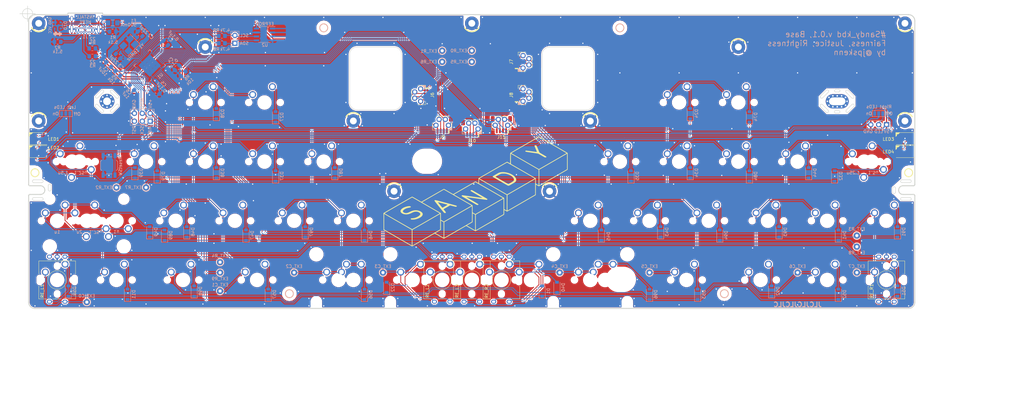
<source format=kicad_pcb>
(kicad_pcb (version 20211014) (generator pcbnew)
  (title_block (title "Sandy") (date "2023-01-06") (rev "v.0") (company "@jpskenn"))
  (layers (0 "F.Cu" signal) (31 "B.Cu" signal) (34 "B.Paste" user) (35 "F.Paste" user) (36 "B.SilkS" user "B.Silkscreen") (37 "F.SilkS" user "F.Silkscreen") (38 "B.Mask" user) (39 "F.Mask" user) (44 "Edge.Cuts" user))
  (net 0 "")
  (net 1 "Net-(D10-Pad2)")
  (net 2 "Net-(D24-Pad2)")
  (net 3 "Net-(D27-Pad2)")
  (net 4 "Net-(D28-Pad2)")
  (net 5 "Net-(D32-Pad2)")
  (net 6 "Net-(D34-Pad2)")
  (net 7 "Net-(D35-Pad2)")
  (net 8 "Net-(D37-Pad2)")
  (net 9 "Net-(D38-Pad2)")
  (net 10 "Net-(D39-Pad2)")
  (net 11 "Net-(D41-Pad2)")
  (net 12 "Net-(D43-Pad2)")
  (net 13 "Net-(D45-Pad2)")
  (net 14 "Net-(D46-Pad2)")
  (net 15 "Net-(D47-Pad2)")
  (net 16 "Net-(D48-Pad2)")
  (net 17 "Net-(D49-Pad2)")
  (net 18 "Net-(D52-Pad2)")
  (net 19 "Net-(D53-Pad2)")
  (net 20 "Net-(D56-Pad2)")
  (net 21 "Net-(D57-Pad2)")
  (net 22 "+5V")
  (net 23 "VCC")
  (net 24 "D-")
  (net 25 "D+")
  (net 26 "Net-(C2-Pad1)")
  (net 27 "Net-(C3-Pad1)")
  (net 28 "Net-(R6-Pad2)")
  (net 29 "Net-(C6-Pad1)")
  (net 30 "Net-(LED1-Pad1)")
  (net 31 "Net-(J1-PadA5)")
  (net 32 "Net-(J1-PadB5)")
  (net 33 "Net-(JP_LED1-Pad3)")
  (net 34 "Net-(JP_LED1-Pad1)")
  (net 35 "Net-(JP_LED2-Pad1)")
  (net 36 "Net-(LED3-Pad1)")
  (net 37 "row9")
  (net 38 "LED")
  (net 39 "Net-(D10-Pad3)")
  (net 40 "RE_L2_2")
  (net 41 "Net-(D74-Pad2)")
  (net 42 "row1")
  (net 43 "row6")
  (net 44 "Net-(D79-Pad2)")
  (net 45 "row7")
  (net 46 "Net-(D84-Pad2)")
  (net 47 "row2")
  (net 48 "Net-(D87-Pad2)")
  (net 49 "Net-(D91-Pad2)")
  (net 50 "Net-(D93-Pad2)")
  (net 51 "Net-(D94-Pad2)")
  (net 52 "row4")
  (net 53 "Net-(D96-Pad2)")
  (net 54 "Net-(D97-Pad2)")
  (net 55 "Net-(D98-Pad2)")
  (net 56 "Net-(J2-Pad2)")
  (net 57 "Net-(D44-Pad2)")
  (net 58 "RE_R2_2")
  (net 59 "row8")
  (net 60 "Net-(D11-Pad2)")
  (net 61 "Net-(D89-Pad2)")
  (net 62 "RE_L3_2")
  (net 63 "SCK")
  (net 64 "SDA")
  (net 65 "SCL")
  (net 66 "RESET")
  (net 67 "MOSI")
  (net 68 "row3")
  (net 69 "RE_R1_2")
  (net 70 "RE_L1_2")
  (net 71 "Net-(D92-Pad2)")
  (net 72 "RE_L1_1")
  (net 73 "RE_R2_1")
  (net 74 "col5")
  (net 75 "col6")
  (net 76 "RE_R1_1")
  (net 77 "row0")
  (net 78 "row5")
  (net 81 "RE_L_B")
  (net 82 "RE_L_A")
  (net 83 "RE_R_B")
  (net 84 "RE_R_A")
  (net 86 "GND")
  (net 87 "MISO")
  (footprint "MX_Alps_Hybrid:MXOnly-1U-NoLED" (layer "F.Cu") (at 235.371695 84.153685)
    (fp_text reference "SW_<1")
    (fp_text value "SW_Push")
  )
  (footprint "MX_Alps_Hybrid:MXOnly-1U-NoLED" (layer "F.Cu") (at 254.421775 84.153685)
    (fp_text reference "SW_>1")
    (fp_text value "SW_Push")
  )
  (footprint "MX_Alps_Hybrid:MXOnly-1U-NoLED" (layer "F.Cu") (at 54.395935 65.103565)
    (fp_text reference "SW_A1")
    (fp_text value "SW_Push")
  )
  (footprint "MX_Alps_Hybrid:MXOnly-1U-NoLED" (layer "F.Cu") (at 102.020935 84.153645)
    (fp_text reference "SW_C1")
    (fp_text value "SW_Push")
  )
  (footprint "MX_Alps_Hybrid:MXOnly-1U-NoLED" (layer "F.Cu") (at 92.495935 65.103565)
    (fp_text reference "SW_D1")
    (fp_text value "SW_Push")
  )
  (footprint "MX_Alps_Hybrid:MXOnly-1U-NoLED" (layer "F.Cu") (at 273.472015 103.203725)
    (fp_text reference "SW_DOWN1")
    (fp_text value "SW_Push")
  )
  (footprint "MX_Alps_Hybrid:MXOnly-1U-NoLED" (layer "F.Cu") (at 92.495935 46.053485)
    (fp_text reference "SW_E1")
    (fp_text value "SW_Push")
  )
  (footprint "MX_Alps_Hybrid:MXOnly-1U-NoLED" (layer "F.Cu") (at 111.545935 65.103565)
    (fp_text reference "SW_F1")
    (fp_text value "SW_Push")
  )
  (footprint "MX_Alps_Hybrid:MXOnly-1U-NoLED" (layer "F.Cu") (at 292.522095 84.153685)
    (fp_text reference "SW_Fn1u1")
    (fp_text value "SW_Push")
  )
  (footprint "MX_Alps_Hybrid:MXOnly-1U-NoLED" (layer "F.Cu") (at 225.846655 46.053525)
    (fp_text reference "SW_I1")
    (fp_text value "SW_Push")
  )
  (footprint "MX_Alps_Hybrid:MXOnly-1U-NoLED" (layer "F.Cu") (at 225.846655 65.103605)
    (fp_text reference "SW_K1")
    (fp_text value "SW_Push")
  )
  (footprint "MX_Alps_Hybrid:MXOnly-1U-NoLED" (layer "F.Cu") (at 244.896735 65.103605)
    (fp_text reference "SW_L1")
    (fp_text value "SW_Push")
  )
  (footprint "MX_Alps_Hybrid:MXOnly-1U-NoLED" (layer "F.Cu") (at 25.820975 84.153765)
    (fp_text reference "SW_LSFT1u1")
    (fp_text value "SW_Push")
  )
  (footprint "MX_Alps_Hybrid:MXOnly-1U-NoLED" (layer "F.Cu") (at 44.870975 84.153765 180)
    (fp_text reference "SW_LSFT1u2")
    (fp_text value "SW_Push")
  )
  (footprint "MX_Alps_Hybrid:MXOnly-1U-NoLED" (layer "F.Cu") (at 216.321615 84.153645)
    (fp_text reference "SW_M1")
    (fp_text value "SW_Push")
  )
  (footprint "MX_Alps_Hybrid:MXOnly-1U-NoLED" (layer "F.Cu") (at 197.271535 84.153645)
    (fp_text reference "SW_N1")
    (fp_text value "SW_Push")
  )
  (footprint "MX_Alps_Hybrid:MXOnly-1U-NoLED" (layer "F.Cu") (at 244.896735 46.053525)
    (fp_text reference "SW_O1")
    (fp_text value "SW_Push")
  )
  (footprint "MX_Alps_Hybrid:MXOnly-1U-NoLED" (layer "F.Cu") (at 121.070935 84.153645)
    (fp_text reference "SW_V1")
    (fp_text value "SW_Push")
  )
  (footprint "MX_Alps_Hybrid:MXOnly-1U-NoLED" (layer "F.Cu") (at 73.445935 46.053485)
    (fp_text reference "SW_W1")
    (fp_text value "SW_Push")
  )
  (footprint "MX_Alps_Hybrid:MXOnly-1U-NoLED" (layer "F.Cu") (at 82.970935 84.153645)
    (fp_text reference "SW_X1")
    (fp_text value "SW_Push")
  )
  (footprint "MX_Alps_Hybrid:MXOnly-1U-NoLED" (layer "F.Cu") (at 63.920935 84.153645)
    (fp_text reference "SW_Z1")
    (fp_text value "SW_Push")
  )
  (footprint "MX_Alps_Hybrid:MXOnly-1U-NoLED" (layer "F.Cu") (at 25.820975 103.203765)
    (fp_text reference "SW_CAPS1u1")
    (fp_text value "SW_Push")
  )
  (footprint "MX_Alps_Hybrid:MXOnly-1.25U-NoLED" (layer "F.Cu") (at 90.114995 103.203765)
    (fp_text reference "SW_LALT1.25u1")
    (fp_text value "SW_Push")
  )
  (footprint "MX_Alps_Hybrid:MXOnly-2U-ReversedStabilizers-NoLED" (layer "F.Cu") (at 121.071375 103.203765)
    (fp_text reference "SW_LSPC2u1")
    (fp_text value "SW_Push")
  )
  (footprint "MX_Alps_Hybrid:MXOnly-2U-ReversedStabilizers-NoLED" (layer "F.Cu") (at 197.270975 103.203765)
    (fp_text reference "SW_RSPC2u1")
    (fp_text value "SW_Push")
  )
  (footprint "MX_Alps_Hybrid:MXOnly-1.25U-NoLED" (layer "F.Cu") (at 228.227225 103.203765)
    (fp_text reference "SW_RALT1.25u1")
    (fp_text value "SW_Push")
  )
  (footprint "locallib:LED_SK6812MINI_PLCC4_3.5x3.5mm_P1.75mm_TriangleMark_Thick" (layer "F.Cu") (at 19.695935 57.678405 180)
    (fp_text reference "LED1")
    (fp_text value "SK6812MINI")
  )
  (footprint "locallib:LED_SK6812MINI_PLCC4_3.5x3.5mm_P1.75mm_TriangleMark_Thick" (layer "F.Cu") (at 19.695935 61.878405 180)
    (fp_text reference "LED2")
    (fp_text value "SK6812MINI")
  )
  (footprint "locallib:LED_SK6812MINI_PLCC4_3.5x3.5mm_P1.75mm_TriangleMark_Thick" (layer "F.Cu") (at 298.495935 57.678405 180)
    (fp_text reference "LED3")
    (fp_text value "SK6812MINI")
  )
  (footprint "locallib:LED_SK6812MINI_PLCC4_3.5x3.5mm_P1.75mm_TriangleMark_Thick" (layer "F.Cu") (at 298.495935 61.878405 180)
    (fp_text reference "LED4")
    (fp_text value "SK6812MINI")
  )
  (footprint "MX_Alps_Hybrid:MXOnly-1.5U-NoLED" (layer "F.Cu") (at 287.759415 65.103605 180)
    (fp_text reference "SW_ENT1.5u1")
    (fp_text value "SW_Push")
  )
  (footprint "MX_Alps_Hybrid:MXOnly-1U-NoLED" (layer "F.Cu") (at 263.945975 65.103765)
    (fp_text reference "SW_;1")
    (fp_text value "SW_Push")
  )
  (footprint "MX_Alps_Hybrid:MXOnly-1U-NoLED" (layer "F.Cu") (at 149.645975 103.203405)
    (fp_text reference "SW_CenterL1u1")
    (fp_text value "SW_Push")
  )
  (footprint "MX_Alps_Hybrid:MXOnly-1U-NoLED" (layer "F.Cu") (at 168.695975 103.203765)
    (fp_text reference "SW_CenterR1u1")
    (fp_text value "SW_Push")
  )
  (footprint "MX_Alps_Hybrid:MXOnly-1.25U-NoLED" (layer "F.Cu") (at 32.964755 65.103605 180)
    (fp_text reference "SW_CTL1.25u1")
    (fp_text value "SW_Push")
  )
  (footprint "MX_Alps_Hybrid:MXOnly-1.5U-NoLED" (layer "F.Cu") (at 30.583475 65.103765)
    (fp_text reference "SW_CTL1.5u1")
    (fp_text value "SW_Push")
  )
  (footprint "MX_Alps_Hybrid:MXOnly-1U-NoLED" (layer "F.Cu") (at 44.870975 103.203765)
    (fp_text reference "SW_L2-1u1")
    (fp_text value "SW_Push")
  )
  (footprint "MX_Alps_Hybrid:MXOnly-1U-NoLED" (layer "F.Cu") (at 273.472015 84.153685)
    (fp_text reference "SW_UP1")
    (fp_text value "SW_Push")
  )
  (footprint "MX_Alps_Hybrid:MXOnly-1U-NoLED" (layer "F.Cu") (at 73.445935 65.103565)
    (fp_text reference "SW_S1")
    (fp_text value "SW_Push")
  )
  (footprint "MX_Alps_Hybrid:MXOnly-1U-NoLED" (layer "F.Cu") (at 292.522095 103.203765)
    (fp_text reference "SW_RIGHT1")
    (fp_text value "SW_Push")
  )
  (footprint "MX_Alps_Hybrid:MXOnly-1.25U-NoLED" (layer "F.Cu") (at 66.302225 103.203765)
    (fp_text reference "SW_LWIN1.25u1")
    (fp_text value "SW_Push")
  )
  (footprint "MX_Alps_Hybrid:MXOnly-1U-NoLED" (layer "F.Cu") (at 206.796575 65.103565)
    (fp_text reference "SW_J1")
    (fp_text value "SW_Push")
  )
  (footprint "locallib:RotaryEncoder_Alps_EC11K-Switch_Vertical_H20mm_NPTH_MP" (layer "F.Cu") (at 292.522095 103.203765)
    (fp_text reference "SW_RE_R1" hide)
    (fp_text value "RotaryEncoder_Switch")
  )
  (footprint "MX_Alps_Hybrid:MXOnly-1.75U-NoLED" (layer "F.Cu") (at 37.727185 84.153405 180)
    (fp_text reference "SW_LSFT1.75u1")
    (fp_text value "SW_Push")
  )
  (footprint "MX_Alps_Hybrid:MXOnly-1.25U-NoLED" (layer "F.Cu") (at 252.039685 103.203405)
    (fp_text reference "SW_ROPT1.25u1")
    (fp_text value "SW_Push")
  )
  (footprint "locallib:JST_SH_SM04B-SRSS-TB_1x04-1MP_P1.00mm_Horizontal_wCable_housing_spare_pin" (layer "F.Cu") (at 175.839685 43.672155 90)
    (fp_text reference "J8")
    (fp_text value "Conn_02x02_Top_Bottom")
  )
  (footprint "locallib:MountingHole_2.2mm_M2_Pad_minimal" (layer "F.Cu") (at 298.47406 52.00653)
    (fp_text reference "H10" hide)
    (fp_text value "MountingHole")
  )
  (footprint "locallib:MountingHole_2.2mm_M2_No_Cu" (layer "F.Cu") (at 18.677185 68.67528)
    (fp_text reference "H90")
    (fp_text value "MountingHole")
  )
  (footprint "locallib:JST_SH_SM04B-SRSS-TB_1x04-1MP_P1.00mm_Horizontal_wCable_housing_spare_pin" (layer "F.Cu") (at 149.645935 53.197155 180)
    (fp_text reference "J9")
    (fp_text value "Conn_02x02_Top_Bottom")
  )
  (footprint "locallib:RotaryEncoder_Alps_EC11K-Switch_Vertical_H20mm_NPTH_MP" (layer "F.Cu") (at 25.820975 103.203765)
    (fp_text reference "SW_RE_L1" hide)
    (fp_text value "RotaryEncoder_Switch")
  )
  (footprint "locallib:MountingHole_2.2mm_M2_No_Cu" (layer "F.Cu") (at 299.664685 68.67528)
    (fp_text reference "H91")
    (fp_text value "MountingHole")
  )
  (footprint "MX_Alps_Hybrid:MXOnly-1U-NoLED" (layer "F.Cu") (at 140.121375 103.203765)
    (fp_text reference "SW_CenterL1u2")
    (fp_text value "SW_Push")
  )
  (footprint "locallib:JST_SH_SM04B-SRSS-TB_1x04-1MP_P1.00mm_Horizontal_wCable_housing_spare_pin" (layer "F.Cu") (at 175.839685 32.95653 90)
    (fp_text reference "J7")
    (fp_text value "Conn_02x02_Top_Bottom")
  )
  (footprint "MX_Alps_Hybrid:MXOnly-1.5U-NoLED" (layer "F.Cu") (at 202.033435 103.203405)
    (fp_text reference "SW_RSPC1.5u1")
    (fp_text value "SW_Push")
  )
  (footprint "MX_Alps_Hybrid:MXOnly-1U-NoLED" (layer "F.Cu") (at 178.220975 103.203765)
    (fp_text reference "SW_CenterR1u2")
    (fp_text value "SW_Push")
  )
  (footprint "locallib:MountingHole_2.2mm_M2_Pad_minimal" (layer "F.Cu") (at 19.872407 20.561655 180)
    (fp_text reference "H6" hide)
    (fp_text value "MountingHole")
  )
  (footprint "locallib:RotaryEncoder_Alps_EC11K-Switch_Vertical_H20mm_NPTH_MP" (layer "F.Cu") (at 159.170975 103.203405)
    (fp_text reference "RE_L3")
    (fp_text value "RotaryEncoder_Switch")
  )
  (footprint "MX_Alps_Hybrid:MXOnly-1.25U-NoLED" (layer "F.Cu") (at 285.377185 65.103605)
    (fp_text reference "SW_ENT1.25u1")
    (fp_text value "SW_Push")
  )
  (footprint "locallib:MountingHole_2.2mm_M2_Pad_minimal" (layer "F.Cu") (at 159.170935 20.561655 180)
    (fp_text reference "H8" hide)
    (fp_text value "MountingHole")
  )
  (footprint "clipboard:1d23b097-72e0-487b-bec7-a328ee8b6ed7" (layer "F.Cu") (at 142.502236 50.815854)
    (fp_text reference "")
    (fp_text value "")
  )
  (footprint "locallib:MountingHole_2.2mm_M2_Pad_minimal" (layer "F.Cu") (at 73.445935 28.19403)
    (fp_text reference "H7" hide)
    (fp_text value "MountingHole")
  )
  (footprint "locallib:MountingHole_2.2mm_M2_Pad_minimal" (layer "F.Cu") (at 197.270935 52.053405)
    (fp_text reference "H14" hide)
    (fp_text value "MountingHole")
  )
  (footprint "locallib:60_Outline-Sandy-Base4" (layer "F.Cu") (at 159.170935 84.153405)
    (fp_text reference "REF**" hide)
    (fp_text value "60_Outline" hide)
    (fp_line (start -119.174959 -42.024639) (end -120.974958 -40.224638) (layer "Edge.Cuts") (width 0.15))
    (fp_line (start -118.47496 -41.42464) (end -120.27496 -39.62464) (layer "Edge.Cuts") (width 0.15))
    (fp_line (start -140.829249 -12.280403) (end -138.283664 -12.280404) (layer "Edge.Cuts") (width 0.15))
    (fp_line (start 25.003125 -55.959375) (end 36.909375 -55.959375) (layer "Edge.Cuts") (width 0.15))
    (fp_line (start -118.574962 -35.624638) (end -120.374963 -37.424637) (layer "Edge.Cuts") (width 0.15))
    (fp_line (start 140.92504 -6.57464) (end 138.379455 -6.57464) (layer "Edge.Cuts") (width 0.15))
    (fp_line (start 118.025 -42.275) (end 117.024965 -42.27502) (layer "Edge.Cuts") (width 0.15))
    (fp_line (start 138.675 -11.27504) (end 142.075 -11.27504) (layer "Edge.Cuts") (width 0.3))
    (fp_line (start -140.89996 -13.19964) (end -138.354375 -13.19964) (layer "Edge.Cuts") (width 0.15))
    (fp_line (start 122.924997 -36.824999) (end 121.124997 -35.024999) (layer "Edge.Cuts") (width 0.15))
    (fp_line (start -129.825 -66.87504) (end -118.825 -66.87504) (layer "Edge.Cuts") (width 0.3))
    (fp_line (start -142.125 -8.47504) (end -138.725 -8.47504) (layer "Edge.Cuts") (width 0.3))
    (fp_line (start 122.224998 -37.424998) (end 120.424999 -35.624997) (layer "Edge.Cuts") (width 0.15))
    (fp_line (start 22.621875 -53.578125) (end 22.621875 -38.1) (layer "Edge.Cuts") (width 0.15))
    (fp_line (start -36.909375 -55.959375) (end -25.003125 -55.959375) (layer "Edge.Cuts") (width 0.15))
    (fp_line (start 140.854329 -13.218877) (end 138.308744 -13.218876) (layer "Edge.Cuts") (width 0.15))
    (fp_line (start 39.290625 -53.578125) (end 39.290625 -38.1) (layer "Edge.Cuts") (width 0.15))
    (fp_line (start 118.025 -41.475) (end 117.024965 -41.47502) (layer "Edge.Cuts") (width 0.15))
    (fp_line (start 135.34263 -10.482051) (end 135.342631 -9.165755) (layer "Edge.Cuts") (width 0.15))
    (fp_line (start 136.261866 -10.552763) (end 136.261867 -9.236466) (layer "Edge.Cuts") (width 0.15))
    (fp_line (start 117 -34.675358) (end 118.000035 -34.675338) (layer "Edge.Cuts") (width 0.15))
    (fp_line (start 140.92504 -12.29964) (end 138.379455 -12.29964) (layer "Edge.Cuts") (width 0.15))
    (fp_line (start -36.909375 -35.71875) (end -25.003125 -35.71875) (layer "Edge.Cuts") (width 0.15))
    (fp_line (start 122.225 -39.525) (end 120.425 -41.325) (layer "Edge.Cuts") (width 0.15))
    (fp_line (start -113.624961 -36.824641) (end -115.424961 -35.024641) (layer "Edge.Cuts") (width 0.15))
    (fp_line (start -140.829249 -6.555403) (end -138.283664 -6.555404) (layer "Edge.Cuts") (width 0.15))
    (fp_line (start -113.724959 -40.224641) (end -115.52496 -42.02464) (layer "Edge.Cuts") (width 0.15))
    (fp_line (start 117 -35.475358) (end 118.000035 -35.475338) (layer "Edge.Cuts") (width 0.15))
    (fp_line (start -138.725 -11.27504) (end -142.125 -11.27504) (layer "Edge.Cuts") (width 0.3))
    (fp_line (start -142.525 -11.67504) (end -142.525 -64.37504) (layer "Edge.Cuts") (width 0.3))
    (fp_line (start 122.824999 -40.224999) (end 121.024998 -42.024998) (layer "Edge.Cuts") (width 0.15))
    (fp_line (start -140.89996 -7.47464) (end -138.354375 -7.47464) (layer "Edge.Cuts") (width 0.15))
    (fp_line (start -114.324958 -39.524642) (end -116.124958 -41.324642) (layer "Edge.Cuts") (width 0.15))
    (fp_line (start 25.003125 -35.71875) (end 36.909375 -35.71875) (layer "Edge.Cuts") (width 0.15))
    (fp_line (start 140.475 28.22496) (end -140.525 28.22496) (layer "Edge.Cuts") (width 0.3))
    (fp_line (start -135.31755 -10.070712) (end -135.317551 -11.387008) (layer "Edge.Cuts") (width 0.15))
    (fp_line (start -22.621875 -53.578125) (end -22.621875 -38.1) (layer "Edge.Cuts") (width 0.15))
    (fp_line (start 142.475 -11.67504) (end 142.475 -64.37504) (layer "Edge.Cuts") (width 0.3))
    (fp_line (start 140.854329 -7.493877) (end 138.308744 -7.493876) (layer "Edge.Cuts") (width 0.15))
    (fp_line (start 114.574999 -35.624996) (end 112.774998 -37.424995) (layer "Edge.Cuts") (width 0.15))
    (fp_line (start 138.675 -8.47504) (end 142.075 -8.47504) (layer "Edge.Cuts") (width 0.3))
    (fp_line (start 113.975002 -42.024997) (end 112.175003 -40.224996) (layer "Edge.Cuts") (width 0.15))
    (fp_line (start 140.475 -66.37504) (end -118.325 -66.37504) (layer "Edge.Cuts") (width 0.3))
    (fp_line (start -142.525 26.22496) (end -142.525 -8.07504) (layer "Edge.Cuts") (width 0.3))
    (fp_line (start -136.236786 -10) (end -136.236787 -11.316297) (layer "Edge.Cuts") (width 0.15))
    (fp_line (start -114.32496 -37.42464) (end -116.124959 -35.624639) (layer "Edge.Cuts") (width 0.15))
    (fp_line (start -140.525 -66.37504) (end -130.325 -66.37504) (layer "Edge.Cuts") (width 0.3))
    (fp_line (start -119.174961 -34.924639) (end -120.974961 -36.724639) (layer "Edge.Cuts") (width 0.15))
    (fp_line (start 113.975 -34.924997) (end 112.175 -36.724997) (layer "Edge.Cuts") (width 0.15))
    (fp_line (start 142.475 -8.07504) (end 142.475 26.22496) (layer "Edge.Cuts") (width 0.3))
    (fp_line (start -39.290625 -53.578125) (end -39.290625 -38.1) (layer "Edge.Cuts") (width 0.15))
    (fp_line (start 114.675001 -41.424998) (end 112.875001 -39.624998) (layer "Edge.Cuts") (width 0.15))
    (fp_arc (start -22.621875 -38.1) (mid -23.319304 -36.416179) (end -25.003125 -35.71875) (layer "Edge.Cuts") (width 0.15))
    (fp_arc (start -116.124957 -41.324643) (mid -116.17503 -41.974703) (end -115.524959 -42.024641) (layer "Edge.Cuts") (width 0.15))
    (fp_arc (start 142.075 -8.47504) (mid 142.357821 -8.357879) (end 142.475 -8.07504) (layer "Edge.Cuts") (width 0.3))
    (fp_arc (start -114.32496 -37.42464) (mid -113.674947 -37.474658) (end -113.624962 -36.824642) (layer "Edge.Cuts") (width 0.15))
    (fp_arc (start -119.174959 -42.024639) (mid -118.524946 -42.074656) (end -118.474961 -41.424641) (layer "Edge.Cuts") (width 0.15))
    (fp_arc (start 137.275 -9.87504) (mid 137.685059 -10.864999) (end 138.675 -11.27504) (layer "Edge.Cuts") (width 0.3))
    (fp_arc (start 122.824999 -40.224999) (mid 122.874891 -39.575108) (end 122.225001 -39.525001) (layer "Edge.Cuts") (width 0.15))
    (fp_arc (start 25.003125 -35.71875) (mid 23.319306 -36.416183) (end 22.621875 -38.1) (layer "Edge.Cuts") (width 0.15))
    (fp_arc (start -142.525 -8.07504) (mid -142.407843 -8.357883) (end -142.125 -8.47504) (layer "Edge.Cuts") (width 0.3))
    (fp_arc (start 142.475 -11.67504) (mid 142.357851 -11.392207) (end 142.075 -11.27504) (layer "Edge.Cuts") (width 0.3))
    (fp_arc (start 138.379456 -12.299641) (mid 137.884433 -12.723848) (end 138.308744 -13.218877) (layer "Edge.Cuts") (width 0.15))
    (fp_arc (start -136.236786 -11.316296) (mid -135.812519 -11.811208) (end -135.31755 -11.387008) (layer "Edge.Cuts") (width 0.15))
    (fp_arc (start -39.290625 -53.578125) (mid -38.593199 -55.261949) (end -36.909375 -55.959375) (layer "Edge.Cuts") (width 0.15))
    (fp_arc (start -138.354376 -13.199639) (mid -137.859396 -12.775377) (end -138.283664 -12.280403) (layer "Edge.Cuts") (width 0.15))
    (fp_arc (start -140.829248 -6.555403) (mid -141.324233 -6.979664) (end -140.89996 -7.474639) (layer "Edge.Cuts") (width 0.15))
    (fp_arc (start -118.574962 -35.624638) (mid -118.525037 -34.974705) (end -119.17496 -34.92464) (layer "Edge.Cuts") (width 0.15))
    (fp_arc (start 140.475 -66.37504) (mid 141.889192 -65.78925) (end 142.475 -64.37504) (layer "Edge.Cuts") (width 0.3))
    (fp_arc (start -118.325 -66.37504) (mid -118.678553 -66.521487) (end -118.825 -66.87504) (layer "Edge.Cuts") (width 0.3))
    (fp_arc (start 142.475 26.22496) (mid 141.889222 27.639164) (end 140.475 28.22496) (layer "Edge.Cuts") (width 0.3))
    (fp_arc (start 36.909375 -55.959375) (mid 38.593169 -55.261904) (end 39.290625 -53.578125) (layer "Edge.Cuts") (width 0.15))
    (fp_arc (start -120.274961 -39.624641) (mid -120.924944 -39.574658) (end -120.974959 -40.224639) (layer "Edge.Cuts") (width 0.15))
    (fp_arc (start 39.290625 -38.1) (mid 38.593172 -36.416211) (end 36.909375 -35.71875) (layer "Edge.Cuts") (width 0.15))
    (fp_arc (start 121.124996 -35.025) (mid 120.475109 -34.97511) (end 120.424998 -35.624998) (layer "Edge.Cuts") (width 0.15))
    (fp_arc (start 138.379456 -6.574641) (mid 137.884433 -6.998848) (end 138.308744 -7.493877) (layer "Edge.Cuts") (width 0.15))
    (fp_arc (start 113.975002 -42.024997) (mid 114.625105 -42.075106) (end 114.675 -41.424999) (layer "Edge.Cuts") (width 0.15))
    (fp_arc (start -140.525 28.22496) (mid -141.939214 27.639174) (end -142.525 26.22496) (layer "Edge.Cuts") (width 0.3))
    (fp_arc (start 140.854328 -7.493877) (mid 141.34927 -7.06956) (end 140.92504 -6.574641) (layer "Edge.Cuts") (width 0.15))
    (fp_arc (start 112.875 -39.624999) (mid 112.225107 -39.575108) (end 112.175002 -40.224997) (layer "Edge.Cuts") (width 0.15))
    (fp_arc (start 114.574999 -35.624996) (mid 114.624889 -34.97511) (end 113.975001 -34.924998) (layer "Edge.Cuts") (width 0.15))
    (fp_arc (start 118.025 -42.275) (mid 118.4251 -41.875) (end 118.025 -41.475) (layer "Edge.Cuts") (width 0.15))
    (fp_arc (start 22.621875 -53.578125) (mid 23.319302 -55.261948) (end 25.003125 -55.959375) (layer "Edge.Cuts") (width 0.15))
    (fp_arc (start 140.854328 -13.218877) (mid 141.34927 -12.79456) (end 140.92504 -12.299641) (layer "Edge.Cuts") (width 0.15))
    (fp_arc (start 135.34263 -10.482051) (mid 135.76694 -10.977069) (end 136.261866 -10.552763) (layer "Edge.Cuts") (width 0.15))
    (fp_arc (start -140.829248 -12.280403) (mid -141.324233 -12.704664) (end -140.89996 -13.199639) (layer "Edge.Cuts") (width 0.15))
    (fp_arc (start -142.525 -64.37504) (mid -141.939214 -65.789254) (end -140.525 -66.37504) (layer "Edge.Cuts") (width 0.3))
    (fp_arc (start -120.97496 -36.72464) (mid -121.025035 -37.374703) (end -120.374962 -37.424638) (layer "Edge.Cuts") (width 0.15))
    (fp_arc (start 136.261866 -9.236467) (mid 135.837652 -8.741533) (end 135.34263 -9.165755) (layer "Edge.Cuts") (width 0.15))
    (fp_arc (start -135.31755 -10.070712) (mid -135.741808 -9.575682) (end -136.236786 -10) (layer "Edge.Cuts") (width 0.15))
    (fp_arc (start 118.000035 -35.475338) (mid 118.399938 -35.0753) (end 118.000035 -34.675338) (layer "Edge.Cuts") (width 0.15))
    (fp_arc (start -137.325 -9.87504) (mid -137.735051 -8.885091) (end -138.725 -8.47504) (layer "Edge.Cuts") (width 0.3))
    (fp_arc (start -36.909375 -35.71875) (mid -38.593174 -36.416201) (end -39.290625 -38.1) (layer "Edge.Cuts") (width 0.15))
    (fp_arc (start 138.675 -8.47504) (mid 137.685029 -8.885087) (end 137.275 -9.87504) (layer "Edge.Cuts") (width 0.3))
    (fp_arc (start 117 -34.675358) (mid 116.599858 -35.0754) (end 117 -35.475358) (layer "Edge.Cuts") (width 0.15))
    (fp_arc (start 112.175001 -36.724998) (mid 112.124891 -37.375108) (end 112.774999 -37.424996) (layer "Edge.Cuts") (width 0.15))
    (fp_arc (start -138.725 -11.27504) (mid -137.735051 -10.864989) (end -137.325 -9.87504) (layer "Edge.Cuts") (width 0.3))
    (fp_arc (start -138.354376 -7.474639) (mid -137.859396 -7.050377) (end -138.283664 -6.555403) (layer "Edge.Cuts") (width 0.15))
    (fp_arc (start 120.425001 -41.325001) (mid 120.374893 -41.975106) (end 121.024999 -42.024999) (layer "Edge.Cuts") (width 0.15))
    (fp_arc (start -142.125 -11.27504) (mid -142.407843 -11.392197) (end -142.525 -11.67504) (layer "Edge.Cuts") (width 0.3))
    (fp_arc (start -115.424962 -35.024642) (mid -116.074945 -34.97466) (end -116.12496 -35.62464) (layer "Edge.Cuts") (width 0.15))
    (fp_arc (start -25.003125 -55.959375) (mid -23.319347 -55.261903) (end -22.621875 -53.578125) (layer "Edge.Cuts") (width 0.15))
    (fp_arc (start -129.825 -66.87504) (mid -129.971447 -66.521487) (end -130.325 -66.37504) (layer "Edge.Cuts") (width 0.3))
    (fp_arc (start 117.024965 -41.47502) (mid 116.62512 -41.875) (end 117.024965 -42.27502) (layer "Edge.Cuts") (width 0.15))
    (fp_arc (start 122.224998 -37.424998) (mid 122.875107 -37.475108) (end 122.924996 -36.825) (layer "Edge.Cuts") (width 0.15))
    (fp_arc (start -113.724959 -40.224641) (mid -113.675032 -39.574705) (end -114.324957 -39.524643) (layer "Edge.Cuts") (width 0.15))
  )
  (footprint "locallib:JST_SH_SM04B-SRSS-TB_1x04-1MP_P1.00mm_Horizontal_wCable_housing_spare_pin" (layer "F.Cu") (at 159.170935 54.38778 180)
    (fp_text reference "J10")
    (fp_text value "Conn_02x02_Top_Bottom")
  )
  (footprint "MX_Alps_Hybrid:MXOnly-1.5U-NoLED" (layer "F.Cu") (at 116.308435 103.203405)
    (fp_text reference "SW_LSPC1.5u1")
    (fp_text value "SW_Push")
  )
  (footprint "locallib:RotaryEncoder_Alps_EC11K-Switch_Vertical_H20mm_NPTH_MP" (layer "F.Cu") (at 168.695975 103.203765)
    (fp_text reference "SW_RE_R2" hide)
    (fp_text value "RotaryEncoder_Switch")
  )
  (footprint "MX_Alps_Hybrid:MXOnly-2U-NoLED" (layer "F.Cu") (at 35.345975 84.153765)
    (fp_text reference "SW_LSFT2u1")
    (fp_text value "SW_Push")
  )
  (footprint "locallib:JST_SH_SM04B-SRSS-TB_1x04-1MP_P1.00mm_Horizontal_wCable_housing_spare_pin" (layer "F.Cu") (at 142.502185 43.672155 -90)
    (fp_text reference "J6")
    (fp_text value "Conn_02x02_Top_Bottom")
  )
  (footprint "locallib:JST_SH_SM04B-SRSS-TB_1x04-1MP_P1.00mm_Horizontal_wCable_housing_spare_pin" (layer "F.Cu") (at 168.695935 53.197155 180)
    (fp_text reference "J15")
    (fp_text value "Conn_02x02_Top_Bottom")
  )
  (footprint "locallib:MountingHole_2.2mm_M2_Pad_minimal" (layer "F.Cu") (at 134.16781 74.628405)
    (fp_text reference "H40" hide)
    (fp_text value "MountingHole")
  )
  (footprint "locallib:MountingHole_2.2mm_M2_Pad_minimal" (layer "F.Cu") (at 244.895935 28.19403)
    (fp_text reference "H9" hide)
    (fp_text value "MountingHole")
  )
  (footprint "Jones.local:Sandy_logo_w60" (layer "F.Cu") (at 160.36156 74.628405)
    (fp_text reference "LOGO1" hide)
    (fp_text value "Logo_Base" hide)
  )
  (footprint "locallib:MountingHole_2.2mm_M2_Pad_minimal" (layer "F.Cu") (at 121.070935 52.00653)
    (fp_text reference "H13" hide)
    (fp_text value "MountingHole")
  )
  (footprint "locallib:MountingHole_2.2mm_M2_Pad_minimal" (layer "F.Cu") (at 19.86781 52.00653)
    (fp_text reference "H11" hide)
    (fp_text value "MountingHole")
  )
  (footprint "MX_Alps_Hybrid:MXOnly-1U-NoLED" (layer "F.Cu") (at 159.170975 103.203765)
    (fp_text reference "SW_CenterC1u1")
    (fp_text value "SW_Push")
  )
  (footprint "locallib:RotaryEncoder_Alps_EC11K-Switch_Vertical_H20mm_NPTH_MP" (layer "F.Cu") (at 149.645975 103.203405)
    (fp_text reference "SW_RE_L2" hide)
    (fp_text value "RotaryEncoder_Switch")
  )
  (footprint "locallib:MountingHole_2.2mm_M2_Pad_minimal" (layer "F.Cu") (at 298.47406 20.561655 180)
    (fp_text reference "H12" hide)
    (fp_text value "MountingHole")
  )
  (footprint "locallib:MountingHole_2.2mm_M2_Pad_minimal" (layer "F.Cu") (at 184.17406 74.628405)
    (fp_text reference "H41" hide)
    (fp_text value "MountingHole")
  )
  (footprint "Resistor_SMD:R_0805_2012Metric_Pad1.15x1.40mm_HandSolder" (layer "B.Cu") (at 25.947935 26.527155)
    (fp_text reference "R2")
    (fp_text value "5.1k")
  )
  (footprint "Jumper:SolderJumper-3_P1.3mm_Open_Pad1.0x1.5mm_NumberLabels" (layer "B.Cu") (at 290.033435 49.62528)
    (fp_text reference "JP_LED2" hide)
    (fp_text value "SolderJumper_3_Open")
  )
  (footprint "Resistor_SMD:R_0805_2012Metric_Pad1.15x1.40mm_HandSolder" (layer "B.Cu") (at 37.123935 31.194405 180)
    (fp_text reference "R3")
    (fp_text value "22")
  )
  (footprint "Capacitor_SMD:C_0805_2012Metric_Pad1.15x1.40mm_HandSolder" (layer "B.Cu") (at 57.96781 42.48153 135)
    (fp_text reference "C5")
    (fp_text value "0.1uF")
  )
  (footprint "Connector_PinHeader_2.54mm:PinHeader_1x02_P2.54mm_Vertical" (layer "B.Cu") (at 82.970935 27.003405)
    (fp_text reference "J3" hide)
    (fp_text value "Conn_01x02")
  )
  (footprint "TestPoint:TestPoint_THTPad_D2.0mm_Drill1.0mm" (layer "B.Cu") (at 102.020935 100.822155 180)
    (fp_text reference "EXT_C2")
    (fp_text value "Conn_01x01")
  )
  (footprint "TestPoint:TestPoint_THTPad_D2.0mm_Drill1.0mm" (layer "B.Cu") (at 187.427185 100.822155 180)
    (fp_text reference "EXT_C4")
    (fp_text value "Conn_01x01")
  )
  (footprint "TestPoint:TestPoint_THTPad_D2.0mm_Drill1.0mm" (layer "B.Cu") (at 263.945935 100.822155 180)
    (fp_text reference "EXT_C6")
    (fp_text value "Conn_01x01")
  )
  (footprint "TestPoint:TestPoint_THTPad_D2.0mm_Drill1.0mm" (layer "B.Cu") (at 35.345935 110.347155 180)
    (fp_text reference "EXT_C0")
    (fp_text value "Conn_01x01")
  )
  (footprint "TestPoint:TestPoint_THTPad_D2.0mm_Drill1.0mm" (layer "B.Cu") (at 44.870935 73.43778 180)
    (fp_text reference "EXT_R2")
    (fp_text value "Conn_01x01")
  )
  (footprint "TestPoint:TestPoint_THTPad_D2.0mm_Drill1.0mm" (layer "B.Cu") (at 282.995935 88.915905)
    (fp_text reference "EXT_R3")
    (fp_text value "Conn_01x01")
  )
  (footprint "TestPoint:TestPoint_THTPad_D2.0mm_Drill1.0mm" (layer "B.Cu") (at 282.995935 92.48778 180)
    (fp_text reference "EXT_R8")
    (fp_text value "Conn_01x01")
  )
  (footprint "Capacitor_SMD:C_0805_2012Metric_Pad1.15x1.40mm_HandSolder" (layer "B.Cu") (at 42.383788 33.819008 -45)
    (fp_text reference "C1")
    (fp_text value "10uF")
  )
  (footprint "Crystal:Crystal_SMD_3225-4Pin_3.2x2.5mm_HandSoldering" (layer "B.Cu") (at 48.934935 27.543155 -135)
    (fp_text reference "Y1")
    (fp_text value "16MHz")
  )
  (footprint "Capacitor_SMD:C_0805_2012Metric_Pad1.15x1.40mm_HandSolder" (layer "B.Cu") (at 45.36306 31.11503 -45)
    (fp_text reference "C3")
    (fp_text value "22pF")
  )
  (footprint "Capacitor_SMD:C_0805_2012Metric_Pad1.15x1.40mm_HandSolder" (layer "B.Cu") (at 60.745935 26.876405 -45)
    (fp_text reference "C7")
    (fp_text value "0.1uF")
  )
  (footprint "Capacitor_SMD:C_0805_2012Metric_Pad1.15x1.40mm_HandSolder" (layer "B.Cu") (at 64.386776 34.871939 45)
    (fp_text reference "C4")
    (fp_text value "0.1uF")
  )
  (footprint "Connector_PinHeader_2.54mm:PinHeader_2x03_P2.54mm_Vertical" (layer "B.Cu") (at 55.73031 52.090905 90)
    (fp_text reference "J4" hide)
    (fp_text value "Conn_02x03_Odd_Even")
  )
  (footprint "Jumper:SolderJumper-3_P1.3mm_Open_Pad1.0x1.5mm_NumberLabels" (layer "B.Cu") (at 28.583435 49.62528)
    (fp_text reference "JP_LED1" hide)
    (fp_text value "SolderJumper_3_Open")
  )
  (footprint "locallib:MountingHole_2.2mm_M2_No_Cu" (layer "B.Cu") (at 111.545935 22.028365 180)
    (fp_text reference "H1")
    (fp_text value "MountingHole")
  )
  (footprint "locallib:MountingHole_2.2mm_M2_No_Cu" (layer "B.Cu") (at 206.795935 22.028365 180)
    (fp_text reference "H2")
    (fp_text value "MountingHole")
  )
  (footprint "Fuse:Fuse_1206_3216Metric_Pad1.42x1.75mm_HandSolder" (layer "B.Cu") (at 43.68031 20.431155 180)
    (fp_text reference "F1")
    (fp_text value "500mA")
  )
  (footprint "locallib:MountingHole_2.2mm_M2_No_Cu" (layer "B.Cu") (at 100.495935 107.628365 180)
    (fp_text reference "H3")
    (fp_text value "MountingHole")
  )
  (footprint "Resistor_SMD:R_0805_2012Metric_Pad1.15x1.40mm_HandSolder" (layer "B.Cu") (at 43.68031 23.225155 180)
    (fp_text reference "R1")
    (fp_text value "5.1k")
  )
  (footprint "TestPoint:TestPoint_THTPad_D2.0mm_Drill1.0mm" (layer "B.Cu") (at 216.320935 100.822155 180)
    (fp_text reference "EXT_C5")
    (fp_text value "Conn_01x01")
  )
  (footprint "TestPoint:TestPoint_THTPad_D2.0mm_Drill1.0mm" (layer "B.Cu") (at 159.170935 32.95653)
    (fp_text reference "EXT_R5")
    (fp_text value "Conn_01x01")
  )
  (footprint "Package_TO_SOT_SMD:SOT-143" (layer "B.Cu") (at 25.947935 21.241155 -90)
    (fp_text reference "D10")
    (fp_text value "PRTR5V0U2X")
  )
  (footprint "Button_Switch_SMD:SW_SPST_TL3342" (layer "B.Cu") (at 42.495975 66.298765 -90)
    (fp_text reference "ResetSW1")
    (fp_text value "5.2x5.2mm")
  )
  (footprint "Resistor_SMD:R_0805_2012Metric_Pad1.15x1.40mm_HandSolder" (layer "B.Cu") (at 45.289151 36.724371 -45)
    (fp_text reference "R5")
    (fp_text value "10k")
  )
  (footprint "Resistor_SMD:R_0805_2012Metric_Pad1.15x1.40mm_HandSolder" (layer "B.Cu") (at 66.333935 36.814155 45)
    (fp_text reference "R6")
    (fp_text value "10k")
  )
  (footprint "Capacitor_SMD:C_0805_2012Metric_Pad1.15x1.40mm_HandSolder" (layer "B.Cu") (at 52.50681 23.97128 135)
    (fp_text reference "C2")
    (fp_text value "22pF")
  )
  (footprint "TestPoint:TestPoint_THTPad_D2.0mm_Drill1.0mm" (layer "B.Cu") (at 282.995935 100.822155 180)
    (fp_text reference "EXT_C7")
    (fp_text value "Conn_01x01")
  )
  (footprint "TestPoint:TestPoint_THTPad_D2.0mm_Drill1.0mm" (layer "B.Cu") (at 78.208435 100.822155 180)
    (fp_text reference "EXT_R9")
    (fp_text value "Conn_01x01")
  )
  (footprint "TestPoint:TestPoint_THTPad_D2.0mm_Drill1.0mm" (layer "B.Cu") (at 78.208435 97.488405)
    (fp_text reference "EXT_R4")
    (fp_text value "Conn_01x01")
  )
  (footprint "locallib:MountingHole_2.2mm_M2_No_Cu" (layer "B.Cu") (at 240.395935 107.628365 180)
    (fp_text reference "H4")
    (fp_text value "MountingHole")
  )
  (footprint "TestPoint:TestPoint_THTPad_D2.0mm_Drill1.0mm" (layer "B.Cu") (at 149.645935 32.95653)
    (fp_text reference "EXT_R6")
    (fp_text value "Conn_01x01")
  )
  (footprint "TestPoint:TestPoint_THTPad_D2.0mm_Drill1.0mm" (layer "B.Cu") (at 149.645935 29.384655 180)
    (fp_text reference "EXT_R1")
    (fp_text value "Conn_01x01")
  )
  (footprint "TestPoint:TestPoint_THTPad_D2.0mm_Drill1.0mm" (layer "B.Cu") (at 54.395935 73.428405)
    (fp_text reference "EXT_R7")
    (fp_text value "Conn_01x01")
  )
  (footprint "Package_SO:SO-8_3.9x4.9mm_P1.27mm" (layer "B.Cu") (at 92.495935 24.153405 180)
    (fp_text reference "U2")
    (fp_text value "24LC64")
  )
  (footprint "Resistor_SMD:R_0805_2012Metric_Pad1.20x1.40mm_HandSolder" (layer "B.Cu") (at 78.779935 27.003405)
    (fp_text reference "R8")
    (fp_text value "4.7k")
  )
  (footprint "Resistor_SMD:R_0805_2012Metric_Pad1.20x1.40mm_HandSolder" (layer "B.Cu") (at 78.779935 24.590405)
    (fp_text reference "R9")
    (fp_text value "4.7k")
  )
  (footprint "Connector_USB:USB_C_Receptacle_GCT_USB4085" (layer "B.Cu") (at 31.845935 23.418365)
    (fp_text reference "J1")
    (fp_text value "USB_C_Receptacle_USB2.0")
  )
  (footprint "Capacitor_SMD:C_0805_2012Metric_Pad1.15x1.40mm_HandSolder" (layer "B.Cu") (at 49.861151 41.264621 -45)
    (fp_text reference "C6")
    (fp_text value "1uF")
  )
  (footprint "Resistor_SMD:R_0805_2012Metric_Pad1.15x1.40mm_HandSolder" (layer "B.Cu") (at 37.123935 28.654405 180)
    (fp_text reference "R4")
    (fp_text value "22")
  )
  (footprint "TestPoint:TestPoint_THTPad_D2.0mm_Drill1.0mm" (layer "B.Cu") (at 130.595935 100.822155 180)
    (fp_text reference "EXT_C3")
    (fp_text value "Conn_01x01")
  )
  (footprint "TestPoint:TestPoint_THTPad_D2.0mm_Drill1.0mm" (layer "B.Cu") (at 159.170935 29.384655 180)
    (fp_text reference "EXT_R0")
    (fp_text value "Conn_01x01")
  )
  (footprint "Connector_PinHeader_2.54mm:PinHeader_1x03_P2.54mm_Vertical" (layer "B.Cu") (at 292.558435 53.197155 90)
    (fp_text reference "J2" hide)
    (fp_text value "Conn_01x03")
  )
  (footprint "TestPoint:TestPoint_THTPad_D2.0mm_Drill1.0mm" (layer "B.Cu") (at 78.208435 106.77528 180)
    (fp_text reference "EXT_C1")
    (fp_text value "Conn_01x01")
  )
  (footprint "Housings_DFN_QFN:QFN-44-1EP_7x7mm_Pitch0.5mm" (layer "B.Cu") (at 55.58656 34.147155 45)
    (fp_text reference "U1")
    (fp_text value "ATmega32U4-MU")
  )
  (footprint "Diode_SMD:D_SOD-123" (layer "B.Cu") (at 77.01781 68.67528 90)
    (fp_text reference "D38")
    (fp_text value "D")
  )
  (footprint "Diode_SMD:D_SOD-123" (layer "B.Cu") (at 296.09281 106.77528 90)
    (fp_text reference "D51")
    (fp_text value "D")
  )
  (footprint "Diode_SMD:D_SOD-123" (layer "B.Cu") (at 96.06781 69.72528 90)
    (fp_text reference "D37")
    (fp_text value "D")
  )
  (footprint "Diode_SMD:D_SOD-123" (layer "B.Cu") (at 93.68656 107.82528 90)
    (fp_text reference "D57")
    (fp_text value "D")
  )
  (footprint "Diode_SMD:D_SOD-123" (layer "B.Cu") (at 131.78656 105.584655 90)
    (fp_text reference "D22")
    (fp_text value "D")
  )
  (footprint "Diode_SMD:D_SOD-123" (layer "B.Cu") (at 86.54281 88.77528 90)
    (fp_text reference "D47")
    (fp_text value "D")
  )
  (footprint "Diode_SMD:D_SOD-123" (layer "B.Cu") (at 200.84281 88.77528 90)
    (fp_text reference "D45")
    (fp_text value "D")
  )
  (footprint "Diode_SMD:D_SOD-123" (layer "B.Cu") (at 124.64281 107.87528 90)
    (fp_text reference "D56")
    (fp_text value "D")
  )
  (footprint "Diode_SMD:D_SOD-123" (layer "B.Cu") (at 257.99281 87.72528 90)
    (fp_text reference "D93")
    (fp_text value "D")
  )
  (footprint "Diode_SMD:D_SOD-123" (layer "B.Cu") (at 29.39281 106.77528 90)
    (fp_text reference "D59")
    (fp_text value "D")
  )
  (footprint "Diode_SMD:D_SOD-123" (layer "B.Cu") (at 229.41781 68.67528 90)
    (fp_text reference "D34")
    (fp_text value "D")
  )
  (footprint "Diode_SMD:D_SOD-123" (layer "B.Cu") (at 238.94281 88.77528 90)
    (fp_text reference "D94")
    (fp_text value "D")
  )
  (footprint "Diode_SMD:D_SOD-123" (layer "B.Cu") (at 216.320935 107.82128 90)
    (fp_text reference "D96")
    (fp_text value "D")
  )
  (footprint "Diode_SMD:D_SOD-123" (layer "B.Cu") (at 219.89281 87.72528 90)
    (fp_text reference "D43")
    (fp_text value "D")
  )
  (footprint "Diode_SMD:D_SOD-123" (layer "B.Cu") (at 277.04281 107.82528 90)
    (fp_text reference "D52")
    (fp_text value "D")
  )
  (footprint "Diode_SMD:D_SOD-123" (layer "B.Cu") (at 210.36781 69.72528 90)
    (fp_text reference "D35")
    (fp_text value "D")
  )
  (footprint "Diode_SMD:D_SOD-123" (layer "B.Cu") (at 248.46781 69.72528 90)
    (fp_text reference "D84")
    (fp_text value "D")
  )
  (footprint "Diode_SMD:D_SOD-123" (layer "B.Cu") (at 186.55531 105.584655 90)
    (fp_text reference "D40")
    (fp_text value "D")
  )
  (footprint "Diode_SMD:D_SOD-123" (layer "B.Cu") (at 277.04281 88.77528 90)
    (fp_text reference "D41")
    (fp_text value "D")
  )
  (footprint "Diode_SMD:D_SOD-123" (layer "B.Cu") (at 50.82406 68.67528 90)
    (fp_text reference "D39")
    (fp_text value "D")
  )
  (footprint "Diode_SMD:D_SOD-123" (layer "B.Cu") (at 229.41781 49.62528 90)
    (fp_text reference "D24")
    (fp_text value "D")
  )
  (footprint "Diode_SMD:D_SOD-123" (layer "B.Cu") (at 275.852185 69.72528 90)
    (fp_text reference "D32")
    (fp_text value "D")
  )
  (footprint "Diode_SMD:D_SOD-123" (layer "B.Cu") (at 96.06781 50.67528 90)
    (fp_text reference "D27")
    (fp_text value "D")
  )
  (footprint "Diode_SMD:D_SOD-123" (layer "B.Cu") (at 55.58656 87.72528 90)
    (fp_text reference "D49")
    (fp_text value "D")
  )
  (footprint "Diode_SMD:D_SOD-123" (layer "B.Cu") (at 296.09281 87.72528 90)
    (fp_text reference "D91")
    (fp_text value "D")
  )
  (footprint "Diode_SMD:D_SOD-123" (layer "B.Cu") (at 48.44281 107.82528 90)
    (fp_text reference "D11")
    (fp_text value "D")
  )
  (footprint "Diode_SMD:D_SOD-123" (layer "B.Cu") (at 67.49281 87.72528 90)
    (fp_text reference "D48")
    (fp_text value "D")
  )
  (footprint "Diode_SMD:D_SOD-123" (layer "B.Cu") (at 105.59281 87.72528 90)
    (fp_text reference "D97")
    (fp_text value "D")
  )
  (footprint "Diode_SMD:D_SOD-123" (layer "B.Cu") (at 124.64281 88.77528 90)
    (fp_text reference "D46")
    (fp_text value "D")
  )
  (footprint "Diode_SMD:D_SOD-123" (layer "B.Cu") (at 255.61156 106.77528 90)
    (fp_text reference "D92")
    (fp_text value "D")
  )
  (footprint "Diode_SMD:D_SOD-123" (layer "B.Cu") (at 115.11781 68.67528 90)
    (fp_text reference "D87")
    (fp_text value "D")
  )
  (footprint "Diode_SMD:D_SOD-123" (layer "B.Cu") (at 181.79281 106.77528 90)
    (fp_text reference "D1")
    (fp_text value "D")
  )
  (footprint "Diode_SMD:D_SOD-123" (layer "B.Cu") (at 69.87406 106.77528 90)
    (fp_text reference "D98")
    (fp_text value "D")
  )
  (footprint "Diode_SMD:D_SOD-123" (layer "B.Cu") (at 267.51781 68.67528 90)
    (fp_text reference "D44")
    (fp_text value "D")
  )
  (footprint "Diode_SMD:D_SOD-123" (layer "B.Cu") (at 60.34906 88.77528 90)
    (fp_text reference "D89")
    (fp_text value "D")
  )
  (footprint "Diode_SMD:D_SOD-123" (layer "B.Cu") (at 77.01781 49.62528 90)
    (fp_text reference "D28")
    (fp_text value "D")
  )
  (footprint "Diode_SMD:D_SOD-123" (layer "B.Cu") (at 248.46781 50.67528 90)
    (fp_text reference "D74")
    (fp_text value "D")
  )
  (footprint "Diode_SMD:D_SOD-123" (layer "B.Cu") (at 231.79906 107.82528 90)
    (fp_text reference "D53")
    (fp_text value "D")
  )
  (footprint "Diode_SMD:D_SOD-123" (layer "B.Cu") (at 57.96781 69.72528 90)
    (fp_text reference "D79")
    (fp_text value "D")
  )
  (gr_line (start 25.535935 23.433155) (end 25.185935 23.433155) (layer "B.SilkS") (width 0.4))
  (gr_line (start 25.535935 23.433155) (end 25.535935 23.733155) (layer "B.SilkS") (width 0.4))
  (gr_line (start 26.635935 24.518155) (end 26.635935 24.218155) (layer "B.SilkS") (width 0.4))
  (gr_line (start 25.185935 23.433155) (end 25.185935 23.733155) (layer "B.SilkS") (width 0.4))
  (gr_line (start 26.635935 23.433155) (end 26.635935 23.733155) (layer "B.SilkS") (width 0.4))
  (gr_rect (start 24.677935 23.733155) (end 27.217935 24.241155) (layer "B.SilkS") (width 0.2) (fill solid))
  (gr_line (start 25.185935 24.218155) (end 25.185935 24.518155) (layer "B.SilkS") (width 0.4))
  (gr_text "INSTALL\nHERE" (at 34.845935 19.328885) (layer "B.SilkS") (effects (font (size 1 1)) (justify mirror)))
  (gr_text "#Sandy_kbd v.0.1, Base\nFairness, Justice, Rightness\nby @jpskenn" (at 292.520935 27.003405) (layer "B.SilkS") (effects (font (size 1.8 1.8) (thickness 0.2)) (justify left mirror)))
  (gr_text "JLCJLCJLCJLC" (at 263.945935 111.109155) (layer "B.SilkS") (effects (font (size 1.5 1.5) (thickness 0.3)) (justify mirror)))
  (target plus (at 16.295935 17.478405) (size 5) (width 0.15) (layer "Edge.Cuts"))
  (segment (start 35.245935 21.956416) (end 35.245935 22.068365) (width 0.254) (layer "B.Cu") (net 1))
  (segment (start 34.395935 23.159155) (end 34.395935 23.418365) (width 0.254) (layer "B.Cu") (net 1))
  (segment (start 35.245935 22.309155) (end 34.395935 23.159155) (width 0.254) (layer "B.Cu") (net 1))
  (segment (start 34.395935 29.480155) (end 36.098935 31.183155) (width 0.381) (layer "B.Cu") (net 1))
  (segment (start 33.720674 20.431155) (end 35.245935 21.956416) (width 0.254) (layer "B.Cu") (net 1))
  (segment (start 26.897935 20.241155) (end 27.087935 20.431155) (width 0.254) (layer "B.Cu") (net 1))
  (segment (start 36.098935 31.183155) (end 36.098935 31.194405) (width 0.381) (layer "B.Cu") (net 1))
  (segment (start 27.087935 20.431155) (end 33.720674 20.431155) (width 0.254) (layer "B.Cu") (net 1))
  (segment (start 34.395935 23.418365) (end 34.395935 29.480155) (width 0.381) (layer "B.Cu") (net 1))
  (segment (start 35.245935 22.068365) (end 35.245935 22.309155) (width 0.254) (layer "B.Cu") (net 1))
  (segment (start 229.41781 42.00468) (end 228.386655 40.973525) (width 0.254) (layer "B.Cu") (net 2))
  (segment (start 229.41781 47.97528) (end 229.41781 42.00468) (width 0.254) (layer "B.Cu") (net 2))
  (segment (start 96.06781 42.00536) (end 95.035935 40.973485) (width 0.254) (layer "B.Cu") (net 3))
  (segment (start 96.06781 49.02528) (end 96.06781 42.00536) (width 0.254) (layer "B.Cu") (net 3))
  (segment (start 77.01781 47.97528) (end 77.01781 42.00536) (width 0.254) (layer "B.Cu") (net 4))
  (segment (start 77.01781 42.00536) (end 75.985935 40.973485) (width 0.254) (layer "B.Cu") (net 4))
  (segment (start 294.091416 67.179568) (end 291.976579 69.294405) (width 0.254) (layer "B.Cu") (net 5))
  (segment (start 291.976579 69.294405) (end 286.108615 69.294405) (width 0.254) (layer "B.Cu") (net 5))
  (segment (start 275.852185 68.07528) (end 283.11109 68.07528) (width 0.254) (layer "B.Cu") (net 5))
  (segment (start 289.530012 60.023605) (end 294.091416 64.585009) (width 0.254) (layer "B.Cu") (net 5))
  (segment (start 287.917185 60.023605) (end 289.530012 60.023605) (width 0.254) (layer "B.Cu") (net 5))
  (segment (start 283.11109 68.07528) (end 285.219415 70.183605) (width 0.254) (layer "B.Cu") (net 5))
  (segment (start 294.091416 64.585009) (end 294.091416 67.179568) (width 0.254) (layer "B.Cu") (net 5))
  (segment (start 286.108615 69.294405) (end 285.219415 70.183605) (width 0.254) (layer "B.Cu") (net 5))
  (segment (start 229.41781 67.02528) (end 229.41781 61.05476) (width 0.254) (layer "B.Cu") (net 6))
  (segment (start 229.41781 61.05476) (end 228.386655 60.023605) (width 0.254) (layer "B.Cu") (net 6))
  (segment (start 210.36781 68.07528) (end 210.36781 61.0548) (width 0.254) (layer "B.Cu") (net 7))
  (segment (start 210.36781 61.0548) (end 209.336575 60.023565) (width 0.254) (layer "B.Cu") (net 7))
  (segment (start 96.06781 68.07528) (end 96.06781 61.05544) (width 0.254) (layer "B.Cu") (net 8))
  (segment (start 96.06781 61.05544) (end 95.035935 60.023565) (width 0.254) (layer "B.Cu") (net 8))
  (segment (start 77.01781 61.05544) (end 75.985935 60.023565) (width 0.254) (layer "B.Cu") (net 9))
  (segment (start 77.01781 67.02528) (end 77.01781 61.05544) (width 0.254) (layer "B.Cu") (net 9))
  (segment (start 26.261646 68.278405) (end 28.519555 68.278405) (width 0.254) (layer "B.Cu") (net 10))
  (segment (start 44.839185 70.977155) (end 39.568685 70.977155) (width 0.254) (layer "B.Cu") (net 10))
  (segment (start 48.79106 67.02528) (end 44.839185 70.977155) (width 0.254) (layer "B.Cu") (net 10))
  (segment (start 23.794773 65.811532) (end 26.261646 68.278405) (width 0.254) (layer "B.Cu") (net 10))
  (segment (start 38.139935 69.548405) (end 31.059955 69.548405) (width 0.254) (layer "B.Cu") (net 10))
  (segment (start 33.123475 60.023765) (end 32.076085 61.071155) (width 0.254) (layer "B.Cu") (net 10))
  (segment (start 23.794773 63.484503) (end 23.794773 65.811532) (width 0.254) (layer "B.Cu") (net 10))
  (segment (start 31.059955 69.548405) (end 30.424755 70.183605) (width 0.254) (layer "B.Cu") (net 10))
  (segment (start 50.82406 67.02528) (end 48.79106 67.02528) (width 0.254) (layer "B.Cu") (net 10))
  (segment (start 39.568685 70.977155) (end 38.139935 69.548405) (width 0.254) (layer "B.Cu") (net 10))
  (segment (start 28.519555 68.278405) (end 30.424755 70.183605) (width 0.254) (layer "B.Cu") (net 10))
  (segment (start 32.076085 61.071155) (end 26.208121 61.071155) (width 0.254) (layer "B.Cu") (net 10))
  (segment (start 26.208121 61.071155) (end 23.794773 63.484503) (width 0.254) (layer "B.Cu") (net 10))
  (segment (start 277.04281 80.10448) (end 276.012015 79.073685) (width 0.254) (layer "B.Cu") (net 11))
  (segment (start 277.04281 87.12528) (end 277.04281 80.10448) (width 0.254) (layer "B.Cu") (net 11))
  (segment (start 219.89281 80.10484) (end 218.861615 79.073645) (width 0.254) (layer "B.Cu") (net 12))
  (segment (start 219.89281 86.07528) (end 219.89281 80.10484) (width 0.254) (layer "B.Cu") (net 12))
  (segment (start 200.84281 80.10492) (end 199.811535 79.073645) (width 0.254) (layer "B.Cu") (net 13))
  (segment (start 200.84281 87.12528) (end 200.84281 80.10492) (width 0.254) (layer "B.Cu") (net 13))
  (segment (start 124.64281 87.12528) (end 124.64281 80.10552) (width 0.254) (layer "B.Cu") (net 14))
  (segment (start 124.64281 80.10552) (end 123.610935 79.073645) (width 0.254) (layer "B.Cu") (net 14))
  (segment (start 86.54281 80.10552) (end 85.510935 79.073645) (width 0.254) (layer "B.Cu") (net 15))
  (segment (start 86.54281 87.12528) (end 86.54281 80.10552) (width 0.254) (layer "B.Cu") (net 15))
  (segment (start 67.49281 86.07528) (end 67.49281 80.10552) (width 0.254) (layer "B.Cu") (net 16))
  (segment (start 67.49281 80.10552) (end 66.460935 79.073645) (width 0.254) (layer "B.Cu") (net 16))
  (segment (start 33.575018 89.233405) (end 35.187185 89.233405) (width 0.254) (layer "F.Cu") (net 17))
  (segment (start 28.360975 79.073765) (end 28.360975 84.019362) (width 0.254) (layer "F.Cu") (net 17))
  (segment (start 28.360975 84.019362) (end 33.575018 89.233405) (width 0.254) (layer "F.Cu") (net 17))
  (segment (start 53.90481 86.07528) (end 49.569935 81.740405) (width 0.254) (layer "B.Cu") (net 17))
  (segment (start 28.360975 79.073765) (end 37.885975 79.073765) (width 0.254) (layer "B.Cu") (net 17))
  (segment (start 55.58656 86.07528) (end 53.90481 86.07528) (width 0.254) (layer "B.Cu") (net 17))
  (segment (start 49.569935 81.740405) (end 40.552615 81.740405) (width 0.254) (layer "B.Cu") (net 17))
  (segment (start 40.552615 81.740405) (end 37.885975 79.073765) (width 0.254) (layer "B.Cu") (net 17))
  (segment (start 277.04281 106.17528) (end 277.04281 99.15452) (width 0.254) (layer "B.Cu") (net 18))
  (segment (start 277.04281 99.15452) (end 276.012015 98.123725) (width 0.254) (layer "B.Cu") (net 18))
  (segment (start 231.79906 99.1556) (end 230.767225 98.123765) (width 0.254) (layer "B.Cu") (net 19))
  (segment (start 231.79906 106.17528) (end 231.79906 99.1556) (width 0.254) (layer "B.Cu") (net 19))
  (segment (start 123.611375 98.123765) (end 118.848795 98.123765) (width 0.254) (layer "B.Cu") (net 20))
  (segment (start 118.848795 98.123765) (end 118.848435 98.123405) (width 0.254) (layer "B.Cu") (net 20))
  (segment (start 124.64281 99.1552) (end 123.611375 98.123765) (width 0.254) (layer "B.Cu") (net 20))
  (segment (start 124.64281 106.22528) (end 124.64281 99.1552) (width 0.254) (layer "B.Cu") (net 20))
  (segment (start 93.68656 106.17528) (end 93.68656 99.15533) (width 0.254) (layer "B.Cu") (net 21))
  (segment (start 93.68656 99.15533) (end 92.654995 98.123765) (width 0.254) (layer "B.Cu") (net 21))
  (segment (start 269.71886 25.60033) (end 95.34736 25.60033) (width 0.381) (layer "F.Cu") (net 22))
  (segment (start 57.2135 53.736875) (end 53.360718 57.589657) (width 0.381) (layer "F.Cu") (net 22))
  (segment (start 77.097185 20.177155) (end 76.48578 20.177155) (width 0.381) (layer "F.Cu") (net 22))
  (segment (start 292.558435 54.726905) (end 292.558435 53.197155) (width 0.381) (layer "F.Cu") (net 22))
  (segment (start 76.48578 20.177155) (end 75.827185 20.177155) (width 0.381) (layer "F.Cu") (net 22))
  (segment (start 59.475935 20.780405) (end 58.88084 20.18531) (width 0.381) (layer "F.Cu") (net 22))
  (segment (start 59.475935 20.780405) (end 60.07103 20.18531) (width 0.381) (layer "F.Cu") (net 22))
  (segment (start 50.839935 36.528405) (end 47.68847 36.528405) (width 0.381) (layer "F.Cu") (net 22))
  (segment (start 17.945935 58.553405) (end 18.37802 58.553405) (width 0.381) (layer "F.Cu") (net 22))
  (segment (start 292.558435 53.197155) (end 292.558435 48.439905) (width 0.381) (layer "F.Cu") (net 22))
  (segment (start 17.945935 63.070405) (end 19.343935 64.468405) (width 0.381) (layer "F.Cu") (net 22))
  (segment (start 76.50209 20.77225) (end 77.097185 20.177155) (width 0.381) (layer "F.Cu") (net 22))
  (segment (start 292.558435 48.439905) (end 269.71886 25.60033) (width 0.381) (layer "F.Cu") (net 22))
  (segment (start 18.37802 58.553405) (end 20.037135 60.21252) (width 0.381) (layer "F.Cu") (net 22))
  (segment (start 47.68847 36.528405) (end 47.08522 35.925155) (width 0.381) (layer "F.Cu") (net 22))
  (segment (start 52.006197 36.997972) (end 51.309502 36.997972) (width 0.381) (layer "F.Cu") (net 22))
  (segment (start 89.924185 20.177155) (end 77.097185 20.177155) (width 0.381) (layer "F.Cu") (net 22))
  (segment (start 18.320935 62.753405) (end 17.945935 62.753405) (width 0.381) (layer "F.Cu") (net 22))
  (segment (start 59.475935 20.399405) (end 59.475935 28.400405) (width 0.381) (layer "F.Cu") (net 22))
  (segment (start 55.672287 40.186005) (end 56.332687 40.846405) (width 0.381) (layer "F.Cu") (net 22))
  (segment (start 59.475935 29.528234) (end 59.475935 28.400405) (width 0.381) (layer "F.Cu") (net 22))
  (segment (start 296.384935 58.553405) (end 292.558435 54.726905) (width 0.381) (layer "F.Cu") (net 22))
  (segment (start 66.079935 35.163155) (end 66.079935 53.414105) (width 0.381) (layer "F.Cu") (net 22))
  (segment (start 53.8099 46.584046) (end 55.73031 48.504456) (width 0.381) (layer "F.Cu") (net 22))
  (segment (start 73.826935 32.496155) (end 68.746935 32.496155) (width 0.381) (layer "F.Cu") (net 22))
  (segment (start 76.5175 26.812875) (end 76.5175 29.80559) (width 0.381) (layer "F.Cu") (net 22))
  (segment (start 296.745935 58.553405) (end 296.384935 58.553405) (width 0.381) (layer "F.Cu") (net 22))
  (segment (start 76.5175 26.812875) (end 76.5175 24.183813) (width 0.381) (layer "F.Cu") (net 22))
  (segment (start 76.5175 29.80559) (end 73.826935 32.496155) (width 0.381) (layer "F.Cu") (net 22))
  (segment (start 298.929135 60.361605) (end 298.929135 61.751205) (width 0.381) (layer "F.Cu") (net 22))
  (segment (start 76.48578 20.77225) (end 75.890685 20.177155) (width 0.381) (layer "F.Cu") (net 22))
  (segment (start 46.775935 20.177155) (end 59.856935 20.177155) (width 0.381) (layer "F.Cu") (net 22))
  (segment (start 76.48578 20.77225) (end 76.485779 24.152092) (width 0.381) (layer "F.Cu") (net 22))
  (segment (start 297.926935 62.753405) (end 296.745935 62.753405) (width 0.381) (layer "F.Cu") (net 22))
  (segment (start 51.309502 36.997972) (end 50.839935 36.528405) (width 0.381) (layer "F.Cu") (net 22))
  (segment (start 76.48578 20.77225) (end 76.48578 20.177155) (width 0.381) (layer "F.Cu") (net 22))
  (segment (start 54.10197 40.186005) (end 55.672287 40.186005) (width 0.381) (layer "F.Cu") (net 22))
  (segment (start 298.929135 61.751205) (end 297.926935 62.753405) (width 0.381) (layer "F.Cu") (net 22))
  (segment (start 53.8099 40.478075) (end 53.8099 46.584046) (width 0.381) (layer "F.Cu") (net 22))
  (segment (start 66.079935 53.414105) (end 65.947635 53.546405) (width 0.381) (layer "F.Cu") (net 22))
  (segment (start 55.73031 48.504456) (end 55.73031 49.550905) (width 0.381) (layer "F.Cu") (net 22))
  (segment (start 95.34736 25.60033) (end 89.924185 20.177155) (width 0.381) (layer "F.Cu") (net 22))
  (segment (start 20.037135 60.21252) (end 20.037135 61.037205) (width 0.381) (layer "F.Cu") (net 22))
  (segment (start 55.73031 49.550905) (end 57.2135 51.034095) (width 0.381) (layer "F.Cu") (net 22))
  (segment (start 68.746935 32.496155) (end 66.079935 35.163155) (width 0.381) (layer "F.Cu") (net 22))
  (segment (start 57.2135 51.034095) (end 57.2135 53.736875) (width 0.381) (layer "F.Cu") (net 22))
  (segment (start 17.945935 62.753405) (end 17.945935 63.070405) (width 0.381) (layer "F.Cu") (net 22))
  (segment (start 296.745935 58.553405) (end 297.120935 58.553405) (width 0.381) (layer "F.Cu") (net 22))
  (segment (start 20.037135 61.037205) (end 18.320935 62.753405) (width 0.381) (layer "F.Cu") (net 22))
  (segment (start 75.890685 20.177155) (end 75.827185 20.177155) (width 0.381) (layer "F.Cu") (net 22))
  (segment (start 75.827185 20.177155) (end 59.856935 20.177155) (width 0.381) (layer "F.Cu") (net 22))
  (segment (start 297.120935 58.553405) (end 298.929135 60.361605) (width 0.381) (layer "F.Cu") (net 22))
  (segment (start 76.5175 24.183813) (end 76.485779 24.152092) (width 0.381) (layer "F.Cu") (net 22))
  (segment (start 53.8099 40.478075) (end 54.10197 40.186005) (width 0.381) (layer "F.Cu") (net 22))
  (segment (start 52.006197 36.997972) (end 59.475935 29.528234) (width 0.381) (layer "F.Cu") (net 22))
  (segment (start 76.48578 20.77225) (end 76.50209 20.77225) (width 0.381) (layer "F.Cu") (net 22))
  (via (at 46.775935 20.177155) (size 0.6) (drill 0.4) (layers "F.Cu" "B.Cu") (net 22))
  (via (at 56.332687 40.846405) (size 0.6) (drill 0.4) (layers "F.Cu" "B.Cu") (net 22))
  (via (at 65.947635 53.546405) (size 0.6) (drill 0.4) (layers "F.Cu" "B.Cu") (net 22))
  (via (at 53.360718 57.589657) (size 0.6) (drill 0.4) (layers "F.Cu" "B.Cu") (net 22))
  (via (at 53.8099 40.478075) (size 0.6) (drill 0.4) (layers "F.Cu" "B.Cu") (net 22))
  (via (at 76.5175 26.812875) (size 0.6) (drill 0.4) (layers "F.Cu" "B.Cu") (net 22))
  (via (at 66.079935 35.163155) (size 0.6) (drill 0.4) (layers "F.Cu" "B.Cu") (net 22))
  (via (at 76.485779 24.152092) (size 0.6) (drill 0.4) (layers "F.Cu" "B.Cu") (net 22))
  (via (at 19.343935 64.468405) (size 0.6) (drill 0.4) (layers "F.Cu" "B.Cu") (net 22))
  (via (at 47.08522 35.925155) (size 0.6) (drill 0.4) (layers "F.Cu" "B.Cu") (net 22))
  (via (at 52.006197 36.997972) (size 0.6) (drill 0.4) (layers "F.Cu" "B.Cu") (net 22))
  (via (at 89.924185 20.177155) (size 0.6) (drill 0.4) (layers "F.Cu" "B.Cu") (net 22))
  (via (at 59.475935 28.400405) (size 0.6) (drill 0.4) (layers "F.Cu" "B.Cu") (net 22))
  (segment (start 56.935935 29.969352) (end 56.935935 29.829155) (width 0.254) (layer "B.Cu") (net 22))
  (segment (start 45.42181 20.177155) (end 46.775935 20.177155) (width 0.381) (layer "B.Cu") (net 22))
  (segment (start 51.535103 37.469066) (end 51.535103 38.807651) (width 0.381) (layer "B.Cu") (net 22))
  (segment (start 64.47656 33.512155) (end 61.029886 33.512155) (width 0.381) (layer "B.Cu") (net 22))
  (segment (start 51.705568 32.387483) (end 50.815257 32.387483) (width 0.254) (layer "B.Cu") (net 22))
  (segment (start 52.828844 36.197765) (end 52.2605 36.766109) (width 0.254) (layer "B.Cu") (net 22))
  (segment (start 61.470719 27.601189) (end 60.671503 28.400405) (width 0.381) (layer "B.Cu") (net 22))
  (segment (start 89.920935 20.180405) (end 89.924185 20.177155) (width 0.381) (layer "B.Cu") (net 22))
  (segment (start 51.535103 38.807651) (end 53.205527 40.478075) (width 0.381) (layer "B.Cu") (net 22))
  (segment (start 230.417935 57.610405) (end 248.705935 57.610405) (width 0.381) (layer "B.Cu") (net 22))
  (segment (start 51.535103 37.469066) (end 52.006197 36.997972) (width 0.381) (layer "B.Cu") (net 22))
  (segment (start 66.023176 58.048164) (end 146.781694 58.048164) (width 0.381) (layer "B.Cu") (net 22))
  (segment (start 65.11156 34.147155) (end 64.47656 33.512155) (width 0.381) (layer "B.Cu") (net 22))
  (segment (start 21.883935 64.468405) (end 28.762683 57.589657) (width 0.381) (layer "B.Cu") (net 22))
  (segment (start 60.671503 28.400405) (end 59.475935 28.400405) (width 0.381) (layer "B.Cu") (net 22))
  (segment (start 57.189935 29.575155) (end 58.364685 28.400405) (width 0.381) (layer "B.Cu") (net 22))
  (segment (start 146.781694 58.048164) (end 147.613935 58.880405) (width 0.381) (layer "B.Cu") (net 22))
  (segment (start 230.036935 57.991405) (end 230.417935 57.610405) (width 0.381) (layer "B.Cu") (net 22))
  (segment (start 57.243026 41.756746) (end 56.332687 40.846405) (width 0.381) (layer "B.Cu") (net 22))
  (segment (start 76.924092 24.590405) (end 76.485779 24.152092) (width 0.381) (layer "B.Cu") (net 22))
  (segment (start 77.779935 24.590405) (end 76.924092 24.590405) (width 0.381) (layer "B.Cu") (net 22))
  (segment (start 262.929935 54.562405) (end 291.193185 54.562405) (width 0.381) (layer "B.Cu") (net 22))
  (segment (start 56.935935 29.829155) (end 57.189935 29.575155) (width 0.254) (layer "B.Cu") (net 22))
  (segment (start 260.643935 56.848405) (end 262.929935 54.562405) (width 0.381) (layer "B.Cu") (net 22))
  (segment (start 43.108572 34.543792) (end 44.564367 35.999587) (width 0.381) (layer "B.Cu") (net 22))
  (segment (start 65.063935 58.372405) (end 65.698935 58.372405) (width 0.381) (layer "B.Cu") (net 22))
  (segment (start 28.762683 57.589657) (end 53.360718 57.589657) (width 0.381) (layer "B.Cu") (net 22))
  (segment (start 65.698935 58.372405) (end 66.023176 58.048164) (width 0.381) (layer "B.Cu") (net 22))
  (segment (start 147.613935 58.880405) (end 180.128944 58.880405) (width 0.381) (layer "B.Cu") (net 22))
  (segment (start 19.343935 64.468405) (end 21.883935 64.468405) (width 0.381) (layer "B.Cu") (net 22))
  (segment (start 54.596611 37.965532) (end 54.284088 38.278055) (width 0.254) (layer "B.Cu") (net 22))
  (segment (start 66.079935 35.11553) (end 65.11156 34.147155) (width 0.381) (layer "B.Cu") (net 22))
  (segment (start 66.079935 35.163155) (end 66.079935 35.11553) (width 0.381) (layer "B.Cu") (net 22))
  (segment (start 291.193185 54.562405) (end 292.558435 53.197155) (width 0.381) (layer "B.Cu") (net 22))
  (segment (start 248.705935 57.610405) (end 249.467935 56.848405) (width 0.381) (layer "B.Cu") (net 22))
  (segment (start 61.029886 33.512155) (end 59.772774 34.769267) (width 0.381) (layer "B.Cu") (net 22))
  (segment (start 47.209503 35.999587) (end 50.636735 32.572355) (width 0.381) (layer "B.Cu") (net 22))
  (segment (start 77.589405 26.812875) (end 77.779935 27.003405) (width 0.381) (layer "B.Cu") (net 22))
  (segment (start 50.636735 32.566005) (end 50.815257 32.387483) (width 0.381) (layer "B.Cu") (net 22))
  (segment (start 57.243026 41.756746) (end 57.697935 41.301837) (width 0.381) (layer "B.Cu") (net 22))
  (segment (start 54.3179 39.970075) (end 53.8099 40.478075) (width 0.381) (layer "B.Cu") (net 22))
  (segment (start 58.364685 28.400405) (end 59.475935 28.400405) (width 0.381) (layer "B.Cu") (net 22))
  (segment (start 249.467935 56.848405) (end 260.643935 56.848405) (width 0.381) (layer "B.Cu") (net 22))
  (segment (start 54.3179 38.738573) (end 54.3179 39.970075) (width 0.381) (layer "B.Cu") (net 22))
  (segment (start 64.281187 57.589657) (end 65.063935 58.372405) (width 0.381) (layer "B.Cu") (net 22))
  (segment (start 180.128944 58.880405) (end 181.017944 57.991405) (width 0.381) (layer "B.Cu") (net 22))
  (segment (start 56.496435 49.550905) (end 60.491935 53.546405) (width 0.381) (layer "B.Cu") (net 22))
  (segment (start 89.920935 22.248405) (end 89.920935 20.180405) (width 0.381) (layer "B.Cu") (net 22))
  (segment (start 45.16781 20.431155) (end 45.42181 20.177155) (width 0.381) (layer "B.Cu") (net 22))
  (segment (start 54.284088 38.278055) (end 54.284088 38.615463) (width 0.254) (layer "B.Cu") (net 22))
  (segment (start 54.284088 38.615463) (end 54.3179 38.649275) (width 0.254) (layer "B.Cu") (net 22))
  (segment (start 56.173935 39.227155) (end 56.173935 38.368106) (width 0.381) (layer "B.Cu") (net 22))
  (segment (start 44.564367 35.999587) (end 47.209503 35.999587) (width 0.381) (layer "B.Cu") (net 22))
  (segment (start 56.576509 30.328778) (end 56.935935 29.969352) (width 0.254) (layer "B.Cu") (net 22))
  (segment (start 52.121737 32.803652) (end 51.705568 32.387483) (width 0.254) (layer "B.Cu") (net 22))
  (segment (start 57.697935 41.301837) (end 57.697935 40.751155) (width 0.381) (layer "B.Cu") (net 22))
  (segment (start 53.360718 57.589657) (end 64.281187 57.589657) (width 0.381) (layer "B.Cu") (net 22))
  (segment (start 76.5175 26.812875) (end 77.589405 26.812875) (width 0.381) (layer "B.Cu") (net 22))
  (segment (start 56.173935 38.368106) (end 56.208672 38.333369) (width 0.381) (layer "B.Cu") (net 22))
  (segment (start 53.205527 40.478075) (end 53.8099 40.478075) (width 0.381) (layer "B.Cu") (net 22))
  (segment (start 50.636735 32.572355) (end 50.636735 32.566005) (width 0.381) (layer "B.Cu") (net 22))
  (segment (start 181.017944 57.991405) (end 230.036935 57.991405) (width 0.381) (layer "B.Cu") (net 22))
  (segment (start 60.491935 53.546405) (end 65.947635 53.546405) (width 0.381) (layer "B.Cu") (net 22))
  (segment (start 57.697935 40.751155) (end 56.173935 39.227155) (width 0.381) (layer "B.Cu") (net 22))
  (segment (start 55.73031 49.550905) (end 56.496435 49.550905) (width 0.381) (layer "B.Cu") (net 22))
  (segment (start 36.234935 21.034405) (end 36.945935 21.745405) (width 0.381) (layer "F.Cu") (net 23))
  (segment (start 33.421039 21.034405) (end 36.234935 21.034405) (width 0.381) (layer "F.Cu") (net 23))
  (segment (start 32.695935 22.068365) (end 32.695935 21.759509) (width 0.381) (layer "F.Cu") (net 23))
  (segment (start 36.945935 21.745405) (end 36.945935 22.068365) (width 0.381) (layer "F.Cu") (net 23))
  (segment (start 36.945935 23.418365) (end 36.945935 23.913339) (width 0.381) (layer "F.Cu") (net 23))
  (segment (start 40.933935 22.593537) (end 40.933935 20.145405) (width 0.381) (layer "F.Cu") (net 23))
  (segment (start 39.365407 24.162065) (end 40.933935 22.593537) (width 0.381) (layer "F.Cu") (net 23))
  (segment (start 32.695935 21.759509) (end 33.421039 21.034405) (width 0.381) (layer "F.Cu") (net 23))
  (segment (start 36.945935 23.913339) (end 37.194661 24.162065) (width 0.381) (layer "F.Cu") (net 23))
  (segment (start 37.194661 24.162065) (end 39.365407 24.162065) (width 0.381) (layer "F.Cu") (net 23))
  (via (at 40.933935 20.145405) (size 0.6) (drill 0.4) (layers "F.Cu" "B.Cu") (net 23))
  (segment (start 42.19281 20.431155) (end 41.90706 20.145405) (width 0.381) (layer "B.Cu") (net 23))
  (segment (start 32.695935 23.620116) (end 32.153986 24.162065) (width 0.381) (layer "B.Cu") (net 23))
  (segment (start 41.90706 20.145405) (end 40.933935 20.145405) (width 0.381) (layer "B.Cu") (net 23))
  (segment (start 32.153986 24.162065) (end 26.122845 24.162065) (width 0.381) (layer "B.Cu") (net 23))
  (segment (start 24.997935 23.037155) (end 24.997935 22.241155) (width 0.381) (layer "B.Cu") (net 23))
  (segment (start 26.122845 24.162065) (end 24.997935 23.037155) (width 0.381) (layer "B.Cu") (net 23))
  (segment (start 36.945935 23.418365) (end 36.945935 22.068365) (width 0.381) (layer "B.Cu") (net 23))
  (segment (start 32.695935 22.068365) (end 32.695935 23.418365) (width 0.381) (layer "B.Cu") (net 23))
  (segment (start 32.695935 23.418365) (end 32.695935 23.620116) (width 0.381) (layer "B.Cu") (net 23))
  (segment (start 47.271205 37.785675) (end 39.409937 29.924405) (width 0.381) (layer "F.Cu") (net 24))
  (segment (start 53.1495 37.785675) (end 47.271205 37.785675) (width 0.381) (layer "F.Cu") (net 24))
  (segment (start 53.5559 38.192075) (end 53.1495 37.785675) (width 0.381) (layer "F.Cu") (net 24))
  (segment (start 53.5559 38.903275) (end 53.5559 38.192075) (width 0.381) (layer "F.Cu") (net 24))
  (via (at 39.409937 29.924405) (size 0.6) (drill 0.4) (layers "F.Cu" "B.Cu") (net 24))
  (via (at 53.5559 38.903275) (size 0.6) (drill 0.4) (layers "F.Cu" "B.Cu") (net 24))
  (segment (start 38.148935 28.663403) (end 39.409937 29.924405) (width 0.381) (layer "B.Cu") (net 24))
  (segment (start 54.243057 37.630994) (end 53.5559 38.318151) (width 0.254) (layer "B.Cu") (net 24))
  (segment (start 38.148935 28.654405) (end 38.148935 28.663403) (width 0.381) (layer "B.Cu") (net 24))
  (segment (start 54.243057 37.611978) (end 54.243057 37.630994) (width 0.254) (layer "B.Cu") (net 24))
  (segment (start 53.5559 38.318151) (end 53.5559 38.903275) (width 0.254) (layer "B.Cu") (net 24))
  (segment (start 52.8447 38.478875) (end 46.694405 38.478875) (width 0.381) (layer "F.Cu") (net 25))
  (segment (start 46.694405 38.478875) (end 39.409934 31.194404) (width 0.381) (layer "F.Cu") (net 25))
  (via (at 39.409934 31.194404) (size 0.6) (drill 0.4) (layers "F.Cu" "B.Cu") (net 25))
  (via (at 52.8447 38.478875) (size 0.6) (drill 0.4) (layers "F.Cu" "B.Cu") (net 25))
  (segment (start 52.8447 38.293675) (end 52.8447 38.478875) (width 0.381) (layer "B.Cu") (net 25))
  (segment (start 53.889504 37.258425) (end 53.514654 37.633275) (width 0.254) (layer "B.Cu") (net 25))
  (segment (start 53.5051 37.633275) (end 52.8447 38.293675) (width 0.381) (layer "B.Cu") (net 25))
  (segment (start 38.148935 31.194405) (end 39.409934 31.194404) (width 0.381) (layer "B.Cu") (net 25))
  (segment (start 53.514654 37.633275) (end 53.5051 37.633275) (width 0.254) (layer "B.Cu") (net 25))
  (segment (start 53.231594 24.872842) (end 53.231594 24.696064) (width 0.254) (layer "B.Cu") (net 26))
  (segment (start 50.773413 27.331023) (end 53.231594 24.872842) (width 0.254) (layer "B.Cu") (net 26))
  (segment (start 50.773413 29.334008) (end 53.182397 31.742992) (width 0.254) (layer "B.Cu") (net 26))
  (segment (start 50.773413 27.331023) (end 50.773413 29.334008) (width 0.254) (layer "B.Cu") (net 26))
  (segment (start 51.82299 31.090691) (end 48.367671 31.090691) (width 0.254) (layer "B.Cu") (net 27))
  (segment (start 47.013745 29.736765) (end 47.013745 27.837999) (width 0.254) (layer "B.Cu") (net 27))
  (segment (start 47.013745 27.837999) (end 47.096457 27.755287) (width 0.254) (layer "B.Cu") (net 27))
  (segment (start 44.638276 30.213468) (end 44.638276 30.390246) (width 0.254) (layer "B.Cu") (net 27))
  (segment (start 52.828844 32.096545) (end 51.82299 31.090691) (width 0.254) (layer "B.Cu") (net 27))
  (segment (start 48.367671 31.090691) (end 47.013745 29.736765) (width 0.254) (layer "B.Cu") (net 27))
  (segment (start 47.096457 27.755287) (end 44.638276 30.213468) (width 0.254) (layer "B.Cu") (net 27))
  (segment (start 65.590168 32.816013) (end 67.603935 34.82978) (width 0.254) (layer "B.Cu") (net 28))
  (segment (start 67.603935 35.544155) (end 67.058719 36.089371) (width 0.254) (layer "B.Cu") (net 28))
  (segment (start 59.75849 33.510759) (end 60.453236 32.816013) (width 0.254) (layer "B.Cu") (net 28))
  (segment (start 60.453236 32.816013) (end 65.590168 32.816013) (width 0.254) (layer "B.Cu") (net 28))
  (segment (start 67.603935 34.82978) (end 67.603935 35.544155) (width 0.254) (layer "B.Cu") (net 28))
  (segment (start 49.338841 39.830405) (end 48.883654 39.375218) (width 0.254) (layer "F.Cu") (net 29))
  (segment (start 53.398477 39.69039) (end 53.258462 39.830405) (width 0.254) (layer "F.Cu") (net 29))
  (segment (start 53.258462 39.830405) (end 49.338841 39.830405) (width 0.254) (layer "F.Cu") (net 29))
  (via (at 48.883654 39.375218) (size 0.6) (drill 0.4) (layers "F.Cu" "B.Cu") (net 29))
  (via (at 53.398477 39.69039) (size 0.6) (drill 0.4) (layers "F.Cu" "B.Cu") (net 29))
  (segment (start 49.136367 40.539837) (end 48.883654 40.287124) (width 0.254) (layer "B.Cu") (net 29))
  (segment (start 52.0827 38.619572) (end 53.153518 39.69039) (width 0.254) (layer "B.Cu") (net 29))
  (segment (start 52.869874 37.292466) (end 52.0827 38.07964) (width 0.254) (layer "B.Cu") (net 29))
  (segment (start 48.883654 40.287124) (end 48.883654 39.375218) (width 0.254) (layer "B.Cu") (net 29))
  (segment (start 53.182397 36.608853) (end 52.869874 36.921376) (width 0.254) (layer "B.Cu") (net 29))
  (segment (start 52.0827 38.07964) (end 52.0827 38.619572) (width 0.254) (layer "B.Cu") (net 29))
  (segment (start 52.869874 36.921376) (end 52.869874 37.292466) (width 0.254) (layer "B.Cu") (net 29))
  (segment (start 53.153518 39.69039) (end 53.398477 39.69039) (width 0.254) (layer "B.Cu") (net 29))
  (segment (start 53.182397 36.551318) (end 53.182397 36.608853) (width 0.254) (layer "B.Cu") (net 29))
  (segment (start 18.840183 61.003405) (end 19.343935 60.499653) (width 0.254) (layer "F.Cu") (net 30))
  (segment (start 21.445935 58.553405) (end 20.383352 58.553405) (width 0.254) (layer "F.Cu") (net 30))
  (segment (start 17.945935 61.003405) (end 18.840183 61.003405) (width 0.254) (layer "F.Cu") (net 30))
  (segment (start 20.383352 58.553405) (end 19.961102 58.975655) (width 0.254) (layer "F.Cu") (net 30))
  (via (at 19.343935 60.499653) (size 0.6) (drill 0.4) (layers "F.Cu" "B.Cu") (net 30))
  (via (at 19.961102 58.975655) (size 0.6) (drill 0.4) (layers "F.Cu" "B.Cu") (net 30))
  (segment (start 19.343935 60.499653) (end 19.961102 59.882486) (width 0.254) (layer "B.Cu") (net 30))
  (segment (start 19.961102 59.882486) (end 19.961102 58.975655) (width 0.254) (layer "B.Cu") (net 30))
  (segment (start 33.545935 23.418365) (end 33.545935 23.913339) (width 0.254) (layer "B.Cu") (net 31))
  (segment (start 33.545935 23.913339) (end 30.932119 26.527155) (width 0.254) (layer "B.Cu") (net 31))
  (segment (start 30.932119 26.527155) (end 27.226935 26.527155) (width 0.254) (layer "B.Cu") (net 31))
  (segment (start 39.632945 20.908165) (end 36.761161 20.908165) (width 0.254) (layer "B.Cu") (net 32))
  (segment (start 41.949935 23.225155) (end 39.632945 20.908165) (width 0.254) (layer "B.Cu") (net 32))
  (segment (start 36.761161 20.908165) (end 36.095935 21.573391) (width 0.254) (layer "B.Cu") (net 32))
  (segment (start 36.095935 21.573391) (end 36.095935 22.068365) (width 0.254) (layer "B.Cu") (net 32))
  (segment (start 42.65531 23.225155) (end 41.949935 23.225155) (width 0.254) (layer "B.Cu") (net 32))
  (segment (start 21.445935 62.753405) (end 21.847259 62.753405) (width 0.254) (layer "F.Cu") (net 33))
  (segment (start 21.847259 62.753405) (end 22.897222 61.703442) (width 0.254) (layer "F.Cu") (net 33))
  (via (at 22.897222 61.703442) (size 0.6) (drill 0.4) (layers "F.Cu" "B.Cu") (net 33))
  (segment (start 29.883435 56.338905) (end 29.883435 56.084905) (width 0.381) (layer "B.Cu") (net 33))
  (segment (start 180.103322 56.788804) (end 180.76177 56.130356) (width 0.381) (layer "B.Cu") (net 33))
  (segment (start 262.688158 53.978704) (end 284.849636 53.978704) (width 0.381) (layer "B.Cu") (net 33))
  (segment (start 29.883435 56.592905) (end 30.138935 56.848405) (width 0.381) (layer "B.Cu") (net 33))
  (segment (start 284.849636 53.978704) (end 287.567935 51.260405) (width 0.381) (layer "B.Cu") (net 33))
  (segment (start 29.883435 56.341905) (end 29.376935 56.848405) (width 0.381) (layer "B.Cu") (net 33))
  (segment (start 30.394536 56.850006) (end 30.455738 56.788804) (width 0.381) (layer "B.Cu") (net 33))
  (segment (start 30.392935 56.848405) (end 30.394536 56.850006) (width 0.381) (layer "B.Cu") (net 33))
  (segment (start 28.392685 56.848405) (end 29.376935 56.848405) (width 0.381) (layer "B.Cu") (net 33))
  (segment (start 23.537648 61.703442) (end 28.392685 56.848405) (width 0.381) (layer "B.Cu") (net 33))
  (segment (start 29.883435 56.084905) (end 29.883435 56.592905) (width 0.381) (layer "B.Cu") (net 33))
  (segment (start 290.033435 50.826905) (end 290.033435 49.62528) (width 0.381) (layer "B.Cu") (net 33))
  (segment (start 29.883435 56.338905) (end 30.394536 56.850006) (width 0.381) (layer "B.Cu") (net 33))
  (segment (start 260.536506 56.130356) (end 262.688158 53.978704) (width 0.381) (layer "B.Cu") (net 33))
  (segment (start 29.883435 56.084905) (end 29.883435 49.62528) (width 0.381) (layer "B.Cu") (net 33))
  (segment (start 30.455738 56.788804) (end 180.103322 56.788804) (width 0.381) (layer "B.Cu") (net 33))
  (segment (start 180.76177 56.130356) (end 260.536506 56.130356) (width 0.381) (layer "B.Cu") (net 33))
  (segment (start 289.599935 51.260405) (end 290.033435 50.826905) (width 0.381) (layer "B.Cu") (net 33))
  (segment (start 22.897222 61.703442) (end 23.537648 61.703442) (width 0.381) (layer "B.Cu") (net 33))
  (segment (start 287.567935 51.260405) (end 289.599935 51.260405) (width 0.381) (layer "B.Cu") (net 33))
  (segment (start 29.376935 56.848405) (end 30.138935 56.848405) (width 0.381) (layer "B.Cu") (net 33))
  (segment (start 30.138935 56.848405) (end 30.392935 56.848405) (width 0.381) (layer "B.Cu") (net 33))
  (segment (start 19.86781 56.76903) (end 17.98031 56.76903) (width 0.254) (layer "F.Cu") (net 34))
  (segment (start 17.98031 56.76903) (end 17.945935 56.803405) (width 0.254) (layer "F.Cu") (net 34))
  (via (at 19.86781 56.76903) (size 0.6) (drill 0.4) (layers "F.Cu" "B.Cu") (net 34))
  (segment (start 21.058435 56.76903) (end 19.86781 56.76903) (width 0.254) (layer "B.Cu") (net 34))
  (segment (start 27.283435 50.54403) (end 21.058435 56.76903) (width 0.254) (layer "B.Cu") (net 34))
  (segment (start 27.283435 49.62528) (end 27.283435 50.54403) (width 0.254) (layer "B.Cu") (net 34))
  (segment (start 294.420935 54.478405) (end 294.295935 54.478405) (width 0.254) (layer "F.Cu") (net 35))
  (segment (start 296.745935 56.803405) (end 294.420935 54.478405) (width 0.254) (layer "F.Cu") (net 35))
  (via (at 294.295935 54.478405) (size 0.6) (drill 0.4) (layers "F.Cu" "B.Cu") (net 35))
  (segment (start 293.917935 52.022405) (end 293.917935 54.100405) (width 0.254) (layer "B.Cu") (net 35))
  (segment (start 288.733435 48.62128) (end 289.14231 48.212405) (width 0.254) (layer "B.Cu") (net 35))
  (segment (start 291.83096 48.212405) (end 292.393935 48.77538) (width 0.254) (layer "B.Cu") (net 35))
  (segment (start 288.733435 49.62528) (end 288.733435 48.62128) (width 0.254) (layer "B.Cu") (net 35))
  (segment (start 289.14231 48.212405) (end 291.83096 48.212405) (width 0.254) (layer "B.Cu") (net 35))
  (segment (start 292.393935 50.498405) (end 293.917935 52.022405) (width 0.254) (layer "B.Cu") (net 35))
  (segment (start 293.917935 54.100405) (end 294.295935 54.478405) (width 0.254) (layer "B.Cu") (net 35))
  (segment (start 292.393935 48.77538) (end 292.393935 50.498405) (width 0.254) (layer "B.Cu") (net 35))
  (segment (start 298.144935 61.003405) (end 298.235935 60.912405) (width 0.254) (layer "F.Cu") (net 36))
  (segment (start 298.489935 58.880405) (end 298.816935 58.553405) (width 0.254) (layer "F.Cu") (net 36))
  (segment (start 298.816935 58.553405) (end 300.245935 58.553405) (width 0.254) (layer "F.Cu") (net 36))
  (segment (start 296.745935 61.003405) (end 298.144935 61.003405) (width 0.254) (layer "F.Cu") (net 36))
  (via (at 298.235935 60.912405) (size 0.6) (drill 0.4) (layers "F.Cu" "B.Cu") (net 36))
  (via (at 298.489935 58.880405) (size 0.6) (drill 0.4) (layers "F.Cu" "B.Cu") (net 36))
  (segment (start 298.235935 60.912405) (end 298.235935 59.134405) (width 0.254) (layer "B.Cu") (net 36))
  (segment (start 298.235935 59.134405) (end 298.489935 58.880405) (width 0.254) (layer "B.Cu") (net 36))
  (segment (start 73.80981 81.871158) (end 64.682935 72.744283) (width 0.254) (layer "F.Cu") (net 37))
  (segment (start 73.80981 100.80753) (end 73.80981 81.871158) (width 0.254) (layer "F.Cu") (net 37))
  (segment (start 73.80981 109.47528) (end 73.80981 100.80753) (width 0.254) (layer "F.Cu") (net 37))
  (segment (start 64.682935 72.744283) (end 64.682935 42.656155) (width 0.254) (layer "F.Cu") (net 37))
  (via (at 73.80981 100.80753) (size 0.6) (drill 0.4) (layers "F.Cu" "B.Cu") (net 37))
  (via (at 64.682935 42.656155) (size 0.6) (drill 0.4) (layers "F.Cu" "B.Cu") (net 37))
  (via (at 73.80981 109.47528) (size 0.6) (drill 0.4) (layers "F.Cu" "B.Cu") (net 37))
  (segment (start 73.824435 100.822155) (end 73.80981 100.80753) (width 0.254) (layer "B.Cu") (net 37))
  (segment (start 231.79906 109.47528) (end 215.342938 109.47528) (width 0.254) (layer "B.Cu") (net 37))
  (segment (start 48.44281 109.47528) (end 73.80981 109.47528) (width 0.254) (layer "B.Cu") (net 37))
  (segment (start 237.212435 104.981405) (end 232.71856 109.47528) (width 0.254) (layer "B.Cu") (net 37))
  (segment (start 122.599294 108.287764) (end 104.302576 108.287764) (width 0.254) (layer "B.Cu") (net 37))
  (segment (start 99.015596 110.612066) (end 97.87881 109.47528) (width 0.254) (layer "B.Cu") (net 37))
  (segment (start 232.71856 109.47528) (end 231.79906 109.47528) (width 0.254) (layer "B.Cu") (net 37))
  (segment (start 123.83681 109.52528) (end 122.599294 108.287764) (width 0.254) (layer "B.Cu") (net 37))
  (segment (start 247.795191 104.981405) (end 237.212435 104.981405) (width 0.254) (layer "B.Cu") (net 37))
  (segment (start 64.682935 41.765624) (end 64.682935 42.656155) (width 0.254) (layer "B.Cu") (net 37))
  (segment (start 58.761522 35.844211) (end 64.682935 41.765624) (width 0.254) (layer "B.Cu") (net 37))
  (segment (start 125.880326 108.287764) (end 124.64281 109.52528) (width 0.254) (layer "B.Cu") (net 37))
  (segment (start 144.896135 107.851605) (end 132.71676 107.851605) (width 0.254) (layer "B.Cu") (net 37))
  (segment (start 146.496335 106.251405) (end 144.896135 107.851605) (width 0.254) (layer "B.Cu") (net 37))
  (segment (start 101.978274 110.612066) (end 99.015596 110.612066) (width 0.254) (layer "B.Cu") (net 37))
  (segment (start 132.71676 107.851605) (end 132.280601 108.287764) (width 0.254) (layer "B.Cu") (net 37))
  (segment (start 73.80981 109.47528) (end 93.68656 109.47528) (width 0.254) (layer "B.Cu") (net 37))
  (segment (start 124.64281 109.52528) (end 123.83681 109.52528) (width 0.254) (layer "B.Cu") (net 37))
  (segment (start 104.302576 108.287764) (end 101.978274 110.612066) (width 0.254) (layer "B.Cu") (net 37))
  (segment (start 58.69783 35.844211) (end 58.761522 35.844211) (width 0.254) (layer "B.Cu") (net 37))
  (segment (start 97.87881 109.47528) (end 93.68656 109.47528) (width 0.254) (layer "B.Cu") (net 37))
  (segment (start 171.997935 106.251405) (end 146.496335 106.251405) (width 0.254) (layer "B.Cu") (net 37))
  (segment (start 78.208435 100.822155) (end 73.824435 100.822155) (width 0.254) (layer "B.Cu") (net 37))
  (segment (start 277.04281 109.47528) (end 252.289066 109.47528) (width 0.254) (layer "B.Cu") (net 37))
  (segment (start 132.280601 108.287764) (end 125.880326 108.287764) (width 0.254) (layer "B.Cu") (net 37))
  (segment (start 214.099764 108.232106) (end 173.978636 108.232106) (width 0.254) (layer "B.Cu") (net 37))
  (segment (start 173.978636 108.232106) (end 171.997935 106.251405) (width 0.254) (layer "B.Cu") (net 37))
  (segment (start 252.289066 109.47528) (end 247.795191 104.981405) (width 0.254) (layer "B.Cu") (net 37))
  (segment (start 215.342938 109.47528) (end 214.099764 108.232106) (width 0.254) (layer "B.Cu") (net 37))
  (segment (start 51.366106 33.510759) (end 47.913637 36.963228) (width 0.254) (layer "B.Cu") (net 38))
  (segment (start 47.285468 40.211405) (end 36.425435 40.211405) (width 0.254) (layer "B.Cu") (net 38))
  (segment (start 36.425435 40.211405) (end 28.583435 48.053405) (width 0.254) (layer "B.Cu") (net 38))
  (segment (start 47.913637 39.583236) (end 47.285468 40.211405) (width 0.254) (layer "B.Cu") (net 38))
  (segment (start 47.913637 36.963228) (end 47.913637 39.583236) (width 0.254) (layer "B.Cu") (net 38))
  (segment (start 28.583435 48.053405) (end 28.583435 49.62528) (width 0.254) (layer "B.Cu") (net 38))
  (segment (start 51.41463 33.510759) (end 51.366106 33.510759) (width 0.254) (layer "B.Cu") (net 38))
  (segment (start 34.395935 22.068365) (end 34.395935 22.365786) (width 0.254) (layer "F.Cu") (net 39))
  (segment (start 35.245935 23.215786) (end 35.245935 23.418365) (width 0.254) (layer "F.Cu") (net 39))
  (segment (start 34.395935 22.365786) (end 35.245935 23.215786) (width 0.254) (layer "F.Cu") (net 39))
  (segment (start 27.439935 22.241155) (end 28.772925 20.908165) (width 0.254) (layer "B.Cu") (net 39))
  (segment (start 35.245935 23.418365) (end 35.245935 27.801405) (width 0.381) (layer "B.Cu") (net 39))
  (segment (start 28.772925 20.908165) (end 33.551812 20.908165) (width 0.254) (layer "B.Cu") (net 39))
  (segment (start 26.897935 22.241155) (end 27.439935 22.241155) (width 0.254) (layer "B.Cu") (net 39))
  (segment (start 33.551812 20.908165) (end 34.395935 21.752288) (width 0.254) (layer "B.Cu") (net 39))
  (segment (start 34.395935 21.752288) (end 34.395935 22.068365) (width 0.254) (layer "B.Cu") (net 39))
  (segment (start 35.245935 27.801405) (end 36.098935 28.654405) (width 0.381) (layer "B.Cu") (net 39))
  (segment (start 137.707935 102.187405) (end 137.707935 104.437941) (width 0.254) (layer "F.Cu") (net 40))
  (segment (start 137.707935 104.437941) (end 138.215935 104.945941) (width 0.254) (layer "F.Cu") (net 40))
  (segment (start 141.771575 98.123765) (end 137.707935 102.187405) (width 0.254) (layer "F.Cu") (net 40))
  (segment (start 142.661375 98.123765) (end 141.771575 98.123765) (width 0.254) (layer "F.Cu") (net 40))
  (segment (start 138.215935 104.945941) (end 142.488167 109.218173) (width 0.254) (layer "F.Cu") (net 40))
  (via (at 138.215935 104.945941) (size 0.6) (drill 0.4) (layers "F.Cu" "B.Cu") (net 40))
  (via (at 142.488167 109.218173) (size 0.6) (drill 0.4) (layers "F.Cu" "B.Cu") (net 40))
  (segment (start 146.160743 109.218173) (end 142.488167 109.218173) (width 0.254) (layer "B.Cu") (net 40))
  (segment (start 147.145975 110.203405) (end 146.160743 109.218173) (width 0.254) (layer "B.Cu") (net 40))
  (segment (start 151.438975 97.376405) (end 143.408735 97.376405) (width 0.254) (layer "B.Cu") (net 40))
  (segment (start 143.408735 97.376405) (end 142.661375 98.123765) (width 0.254) (layer "B.Cu") (net 40))
  (segment (start 152.185975 98.123405) (end 151.438975 97.376405) (width 0.254) (layer "B.Cu") (net 40))
  (segment (start 131.78656 103.934655) (end 132.797846 104.945941) (width 0.254) (layer "B.Cu") (net 40))
  (segment (start 132.797846 104.945941) (end 138.215935 104.945941) (width 0.254) (layer "B.Cu") (net 40))
  (segment (start 248.46781 49.02528) (end 248.46781 42.0046) (width 0.254) (layer "B.Cu") (net 41))
  (segment (start 248.46781 42.0046) (end 247.436735 40.973525) (width 0.254) (layer "B.Cu") (net 41))
  (segment (start 144.502185 42.172155) (end 144.95629 42.172155) (width 0.254) (layer "F.Cu") (net 42))
  (segment (start 150.390685 51.497155) (end 150.645935 51.497155) (width 0.254) (layer "F.Cu") (net 42))
  (segment (start 149.645935 29.384655) (end 148.121935 30.908655) (width 0.254) (layer "F.Cu") (net 42))
  (segment (start 144.819935 41.100405) (end 144.819935 41.854405) (width 0.254) (layer "F.Cu") (net 42))
  (segment (start 150.145935 55.197155) (end 150.145935 57.253155) (width 0.254) (layer "F.Cu") (net 42))
  (segment (start 65.317935 41.894155) (end 65.317935 51.260405) (width 0.254) (layer "F.Cu") (net 42))
  (segment (start 229.401935 52.689155) (end 229.401935 56.803992) (width 0.254) (layer "F.Cu") (net 42))
  (segment (start 229.401935 56.803992) (end 229.382371 56.823556) (width 0.254) (layer "F.Cu") (net 42))
  (segment (start 65.317935 57.543206) (end 65.317935 51.260405) (width 0.254) (layer "F.Cu") (net 42))
  (segment (start 150.145935 57.253155) (end 150.153935 57.261155) (width 0.254) (layer "F.Cu") (net 42))
  (segment (start 150.145935 51.997155) (end 150.145935 55.197155) (width 0.254) (layer "F.Cu") (net 42))
  (segment (start 148.121935 37.798405) (end 144.819935 41.100405) (width 0.254) (layer "F.Cu") (net 42))
  (segment (start 146.343935 47.450405) (end 150.390685 51.497155) (width 0.254) (layer "F.Cu") (net 42))
  (segment (start 144.502185 42.172155) (end 143.202185 42.172155) (width 0.254) (layer "F.Cu") (net 42))
  (segment (start 150.645935 51.497155) (end 150.145935 51.997155) (width 0.254) (layer "F.Cu") (net 42))
  (segment (start 144.819935 41.854405) (end 144.502185 42.172155) (width 0.254) (layer "F.Cu") (net 42))
  (segment (start 148.121935 30.908655) (end 148.121935 37.798405) (width 0.254) (layer "F.Cu") (net 42))
  (segment (start 143.202185 42.172155) (end 142.702185 41.672155) (width 0.254) (layer "F.Cu") (net 42))
  (segment (start 150.153935 57.261155) (end 150.153935 57.482004) (width 0.254) (layer "F.Cu") (net 42))
  (segment (start 144.95629 42.172155) (end 146.343935 43.5598) (width 0.254) (layer "F.Cu") (net 42))
  (segment (start 146.343935 43.5598) (end 146.343935 47.450405) (width 0.254) (layer "F.Cu") (net 42))
  (via (at 150.153935 57.482004) (size 0.6) (drill 0.4) (layers "F.Cu" "B.Cu") (net 42))
  (via (at 65.317935 51.260405) (size 0.6) (drill 0.4) (layers "F.Cu" "B.Cu") (net 42))
  (via (at 65.317935 41.894155) (size 0.6) (drill 0.4) (layers "F.Cu" "B.Cu") (net 42))
  (via (at 229.382371 56.823556) (size 0.6) (drill 0.4) (layers "F.Cu" "B.Cu") (net 42))
  (via (at 65.317935 57.543206) (size 0.6) (drill 0.4) (layers "F.Cu" "B.Cu") (net 42))
  (via (at 229.401935 52.689155) (size 0.6) (drill 0.4) (layers "F.Cu" "B.Cu") (net 42))
  (segment (start 150.042138 57.370207) (end 150.153935 57.482004) (width 0.254) (layer "B.Cu") (net 42))
  (segment (start 65.490934 57.370207) (end 150.042138 57.370207) (width 0.254) (layer "B.Cu") (net 42))
  (segment (start 229.401935 51.291155) (end 229.41781 51.27528) (width 0.254) (layer "B.Cu") (net 42))
  (segment (start 59.051383 35.490658) (end 59.053841 35.490658) (width 0.254) (layer "B.Cu") (net 42))
  (segment (start 180.779395 56.848405) (end 229.357522 56.848405) (width 0.254) (layer "B.Cu") (net 42))
  (segment (start 150.153935 57.482004) (end 180.145796 57.482004) (width 0.254) (layer "B.Cu") (net 42))
  (segment (start 59.053841 35.490658) (end 65.317935 41.754752) (width 0.254) (layer "B.Cu") (net 42))
  (segment (start 229.401935 52.689155) (end 229.401935 51.291155) (width 0.254) (layer "B.Cu") (net 42))
  (segment (start 65.33281 51.27528) (end 65.317935 51.260405) (width 0.254) (layer "B.Cu") (net 42))
  (segment (start 229.357522 56.848405) (end 229.382371 56.823556) (width 0.254) (layer "B.Cu") (net 42))
  (segment (start 65.317935 41.754752) (end 65.317935 41.894155) (width 0.254) (layer "B.Cu") (net 42))
  (segment (start 65.317935 57.543206) (end 65.490934 57.370207) (width 0.254) (layer "B.Cu") (net 42))
  (segment (start 180.145796 57.482004) (end 180.779395 56.848405) (width 0.254) (layer "B.Cu") (net 42))
  (segment (start 77.01781 51.27528) (end 65.33281 51.27528) (width 0.254) (layer "B.Cu") (net 42))
  (segment (start 148.145935 53.897155) (end 147.645935 53.397155) (width 0.254) (layer "F.Cu") (net 43))
  (segment (start 82.049738 37.888615) (end 78.031144 33.87002) (width 0.254) (layer "F.Cu") (net 43))
  (segment (start 140.802185 44.672155) (end 141.302185 44.172155) (width 0.254) (layer "F.Cu") (net 43))
  (segment (start 141.302185 44.172155) (end 144.502185 44.172155) (width 0.254) (layer "F.Cu") (net 43))
  (segment (start 148.145935 55.197155) (end 148.145935 58.111704) (width 0.254) (layer "F.Cu") (net 43))
  (segment (start 248.451935 53.578155) (end 248.451935 56.837492) (width 0.254) (layer "F.Cu") (net 43))
  (segment (start 145.887234 45.103099) (end 145.887234 52.327704) (width 0.254) (layer "F.Cu") (net 43))
  (segment (start 146.956685 53.397155) (end 147.645935 53.397155) (width 0.254) (layer "F.Cu") (net 43))
  (segment (start 149.645935 32.95653) (end 148.629935 33.97253) (width 0.254) (layer "F.Cu") (net 43))
  (segment (start 148.629935 37.989671) (end 145.646201 40.973405) (width 0.254) (layer "F.Cu") (net 43))
  (segment (start 145.646201 40.973405) (end 145.646201 41.164671) (width 0.254) (layer "F.Cu") (net 43))
  (segment (start 148.629935 33.97253) (end 148.629935 37.989671) (width 0.254) (layer "F.Cu") (net 43))
  (segment (start 144.95629 44.172155) (end 145.887234 45.103099) (width 0.254) (layer "F.Cu") (net 43))
  (segment (start 82.049738 52.328843) (end 82.049738 37.888615) (width 0.254) (layer "F.Cu") (net 43))
  (segment (start 148.145935 55.197155) (end 148.145935 53.897155) (width 0.254) (layer "F.Cu") (net 43))
  (segment (start 144.502185 44.172155) (end 144.95629 44.172155) (width 0.254) (layer "F.Cu") (net 43))
  (segment (start 145.887234 52.327704) (end 146.956685 53.397155) (width 0.254) (layer "F.Cu") (net 43))
  (via (at 78.031144 33.87002) (size 0.6) (drill 0.4) (layers "F.Cu" "B.Cu") (net 43))
  (via (at 248.451935 53.578155) (size 0.6) (drill 0.4) (layers "F.Cu" "B.Cu") (net 43))
  (via (at 148.145935 58.111704) (size 0.6) (drill 0.4) (layers "F.Cu" "B.Cu") (net 43))
  (via (at 145.646201 41.164671) (size 0.6) (drill 0.4) (layers "F.Cu" "B.Cu") (net 43))
  (via (at 82.049738 52.328843) (size 0.6) (drill 0.4) (layers "F.Cu" "B.Cu") (net 43))
  (via (at 248.451935 56.837492) (size 0.6) (drill 0.4) (layers "F.Cu" "B.Cu") (net 43))
  (segment (start 180.80247 57.471204) (end 208.237477 57.471204) (width 0.254) (layer "B.Cu") (net 43))
  (segment (start 99.073761 54.536231) (end 140.76741 54.536231) (width 0.254) (layer "B.Cu") (net 43))
  (segment (start 230.301848 56.837492) (end 248.451935 56.837492) (width 0.254) (layer "B.Cu") (net 43))
  (segment (start 248.451935 53.578155) (end 248.451935 52.341155) (width 0.254) (layer "B.Cu") (net 43))
  (segment (start 146.734685 54.308405) (end 147.645935 53.397155) (width 0.254) (layer "B.Cu") (net 43))
  (segment (start 57.990723 31.742992) (end 59.201207 30.532508) (width 0.254) (layer "B.Cu") (net 43))
  (segment (start 59.201207 30.532508) (end 66.591056 30.532508) (width 0.254) (layer "B.Cu") (net 43))
  (segment (start 148.145935 58.111704) (end 180.161969 58.111704) (width 0.254) (layer "B.Cu") (net 43))
  (segment (start 96.06781 52.32528) (end 82.053301 52.32528) (width 0.254) (layer "B.Cu") (net 43))
  (segment (start 69.721802 33.663254) (end 77.824378 33.663254) (width 0.254) (layer "B.Cu") (net 43))
  (segment (start 229.686084 57.453256) (end 230.301848 56.837492) (width 0.254) (layer "B.Cu") (net 43))
  (segment (start 140.76741 54.536231) (end 140.995236 54.308405) (width 0.254) (layer "B.Cu") (net 43))
  (segment (start 96.86281 52.32528) (end 99.073761 54.536231) (width 0.254) (layer "B.Cu") (net 43))
  (segment (start 140.802185 44.672155) (end 142.010185 44.672155) (width 0.254) (layer "B.Cu") (net 43))
  (segment (start 180.161969 58.111704) (end 180.80247 57.471204) (width 0.254) (layer "B.Cu") (net 43))
  (segment (start 248.451935 52.341155) (end 248.46781 52.32528) (width 0.254) (layer "B.Cu") (net 43))
  (segment (start 208.237477 57.471204) (end 208.255425 57.453256) (width 0.254) (layer "B.Cu") (net 43))
  (segment (start 142.010185 44.672155) (end 145.517669 41.164671) (width 0.254) (layer "B.Cu") (net 43))
  (segment (start 96.06781 52.32528) (end 96.86281 52.32528) (width 0.254) (layer "B.Cu") (net 43))
  (segment (start 82.053301 52.32528) (end 82.049738 52.328843) (width 0.254) (layer "B.Cu") (net 43))
  (segment (start 140.995236 54.308405) (end 146.734685 54.308405) (width 0.254) (layer "B.Cu") (net 43))
  (segment (start 208.255425 57.453256) (end 229.686084 57.453256) (width 0.254) (layer "B.Cu") (net 43))
  (segment (start 145.517669 41.164671) (end 145.646201 41.164671) (width 0.254) (layer "B.Cu") (net 43))
  (segment (start 66.591056 30.532508) (end 69.721802 33.663254) (width 0.254) (layer "B.Cu") (net 43))
  (segment (start 77.824378 33.663254) (end 78.031144 33.87002) (width 0.254) (layer "B.Cu") (net 43))
  (segment (start 57.96781 61.05544) (end 56.935935 60.023565) (width 0.254) (layer "B.Cu") (net 44))
  (segment (start 57.96781 68.07528) (end 57.96781 61.05544) (width 0.254) (layer "B.Cu") (net 44))
  (segment (start 190.539935 71.326405) (end 190.58881 71.37528) (width 0.254) (layer "F.Cu") (net 45))
  (segment (start 61.99881 42.67328) (end 61.99881 71.34103) (width 0.254) (layer "F.Cu") (net 45))
  (segment (start 185.713935 58.626405) (end 185.713935 59.896405) (width 0.254) (layer "F.Cu") (net 45))
  (segment (start 180.887935 53.800405) (end 185.713935 58.626405) (width 0.254) (layer "F.Cu") (net 45))
  (segment (start 190.539935 64.722405) (end 190.539935 71.326405) (width 0.254) (layer "F.Cu") (net 45))
  (segment (start 177.539685 31.95653) (end 177.039685 32.45653) (width 0.254) (layer "F.Cu") (net 45))
  (segment (start 180.887935 35.30478) (end 180.887935 53.800405) (width 0.254) (layer "F.Cu") (net 45))
  (segment (start 61.99881 71.34103) (end 62.03306 71.37528) (width 0.254) (layer "F.Cu") (net 45))
  (segment (start 62.015935 42.656155) (end 61.99881 42.67328) (width 0.254) (layer "F.Cu") (net 45))
  (segment (start 185.713935 59.896405) (end 190.539935 64.722405) (width 0.254) (layer "F.Cu") (net 45))
  (segment (start 177.039685 32.45653) (end 173.839685 32.45653) (width 0.254) (layer "F.Cu") (net 45))
  (segment (start 177.539685 31.95653) (end 180.887935 35.30478) (width 0.254) (layer "F.Cu") (net 45))
  (via (at 190.58881 71.37528) (size 0.6) (drill 0.4) (layers "F.Cu" "B.Cu") (net 45))
  (via (at 62.03306 71.37528) (size 0.6) (drill 0.4) (layers "F.Cu" "B.Cu") (net 45))
  (via (at 62.015935 42.656155) (size 0.6) (drill 0.4) (layers "F.Cu" "B.Cu") (net 45))
  (segment (start 96.06781 71.37528) (end 210.36781 71.37528) (width 0.254) (layer "B.Cu") (net 45))
  (segment (start 57.96781 71.37528) (end 55.36306 71.37528) (width 0.254) (layer "B.Cu") (net 45))
  (segment (start 62.015935 41.990744) (end 62.015935 42.656155) (width 0.254) (layer "B.Cu") (net 45))
  (segment (start 54.395935 72.342405) (end 54.395935 73.428405) (width 0.254) (layer "B.Cu") (net 45))
  (segment (start 248.46781 71.37528) (end 210.36781 71.37528) (width 0.254) (layer "B.Cu") (net 45))
  (segment (start 275.852185 71.37528) (end 248.46781 71.37528) (width 0.254) (layer "B.Cu") (net 45))
  (segment (start 57.283616 37.258425) (end 62.015935 41.990744) (width 0.254) (layer "B.Cu") (net 45))
  (segment (start 96.06781 71.37528) (end 57.96781 71.37528) (width 0.254) (layer "B.Cu") (net 45))
  (segment (start 55.36306 71.37528) (end 54.395935 72.342405) (width 0.254) (layer "B.Cu") (net 45))
  (segment (start 248.46781 68.07528) (end 248.46781 61.05468) (width 0.254) (layer "B.Cu") (net 46))
  (segment (start 248.46781 61.05468) (end 247.436735 60.023605) (width 0.254) (layer "B.Cu") (net 46))
  (segment (start 175.639685 34.95653) (end 175.639685 36.244027) (width 0.254) (layer "F.Cu") (net 47))
  (segment (start 179.974533 40.578875) (end 179.974533 54.940746) (width 0.254) (layer "F.Cu") (net 47))
  (segment (start 189.910235 64.876448) (end 189.910235 70.32528) (width 0.254) (layer "F.Cu") (net 47))
  (segment (start 61.507935 48.369376) (end 54.950164 41.811605) (width 0.254) (layer "F.Cu") (net 47))
  (segment (start 173.839685 34.45653) (end 175.139685 34.45653) (width 0.254) (layer "F.Cu") (net 47))
  (segment (start 61.14181 70.32528) (end 61.507935 69.959155) (width 0.254) (layer "F.Cu") (net 47))
  (segment (start 61.507935 69.959155) (end 61.507935 48.369376) (width 0.254) (layer "F.Cu") (net 47))
  (segment (start 175.139685 34.45653) (end 175.639685 34.95653) (width 0.254) (layer "F.Cu") (net 47))
  (segment (start 175.639685 36.244027) (end 179.974533 40.578875) (width 0.254) (layer "F.Cu") (net 47))
  (segment (start 179.974533 54.940746) (end 189.910235 64.876448) (width 0.254) (layer "F.Cu") (net 47))
  (via (at 189.910235 70.32528) (size 0.6) (drill 0.4) (layers "F.Cu" "B.Cu") (net 47))
  (via (at 54.950164 41.811605) (size 0.6) (drill 0.4) (layers "F.Cu" "B.Cu") (net 47))
  (via (at 61.14181 70.32528) (size 0.6) (drill 0.4) (layers "F.Cu" "B.Cu") (net 47))
  (segment (start 115.11781 70.32528) (end 77.01781 70.32528) (width 0.254) (layer "B.Cu") (net 47))
  (segment (start 48.28506 70.32528) (end 45.17256 73.43778) (width 0.254) (layer "B.Cu") (net 47))
  (segment (start 54.950164 38.319085) (end 54.950164 41.811605) (width 0.254) (layer "B.Cu") (net 47))
  (segment (start 45.17256 73.43778) (end 44.870935 73.43778) (width 0.254) (layer "B.Cu") (net 47))
  (segment (start 50.82406 70.32528) (end 48.28506 70.32528) (width 0.254) (layer "B.Cu") (net 47))
  (segment (start 229.41781 70.32528) (end 189.910235 70.32528) (width 0.254) (layer "B.Cu") (net 47))
  (segment (start 61.14181 70.32528) (end 77.01781 70.32528) (width 0.254) (layer "B.Cu") (net 47))
  (segment (start 115.11781 70.32528) (end 189.910235 70.32528) (width 0.254) (layer "B.Cu") (net 47))
  (segment (start 267.51781 70.32528) (end 229.41781 70.32528) (width 0.254) (layer "B.Cu") (net 47))
  (segment (start 50.82406 70.32528) (end 61.14181 70.32528) (width 0.254) (layer "B.Cu") (net 47))
  (segment (start 115.11781 61.05544) (end 114.085935 60.023565) (width 0.254) (layer "B.Cu") (net 48))
  (segment (start 115.11781 67.02528) (end 115.11781 61.05544) (width 0.254) (layer "B.Cu") (net 48))
  (segment (start 296.09281 86.07528) (end 296.09281 80.1044) (width 0.254) (layer "B.Cu") (net 49))
  (segment (start 296.09281 80.1044) (end 295.062095 79.073685) (width 0.254) (layer "B.Cu") (net 49))
  (segment (start 257.99281 86.07528) (end 257.99281 80.10472) (width 0.254) (layer "B.Cu") (net 50))
  (segment (start 257.99281 80.10472) (end 256.961775 79.073685) (width 0.254) (layer "B.Cu") (net 50))
  (segment (start 238.94281 87.12528) (end 238.94281 80.1048) (width 0.254) (layer "B.Cu") (net 51))
  (segment (start 238.94281 80.1048) (end 237.911695 79.073685) (width 0.254) (layer "B.Cu") (net 51))
  (segment (start 64.047935 42.148155) (end 64.047935 72.882155) (width 0.254) (layer "F.Cu") (net 52))
  (segment (start 73.08181 81.91603) (end 73.08181 96.472405) (width 0.254) (layer "F.Cu") (net 52))
  (segment (start 73.08181 108.42528) (end 73.08181 96.472405) (width 0.254) (layer "F.Cu") (net 52))
  (segment (start 64.047935 72.882155) (end 73.08181 81.91603) (width 0.254) (layer "F.Cu") (net 52))
  (via (at 73.08181 96.472405) (size 0.6) (drill 0.4) (layers "F.Cu" "B.Cu") (net 52))
  (via (at 64.047935 42.148155) (size 0.6) (drill 0.4) (layers "F.Cu" "B.Cu") (net 52))
  (via (at 73.08181 108.42528) (size 0.6) (drill 0.4) (layers "F.Cu" "B.Cu") (net 52))
  (segment (start 232.883562 108.664405) (end 237.023263 104.524704) (width 0.254) (layer "B.Cu") (net 52))
  (segment (start 295.17306 108.42528) (end 296.09281 108.42528) (width 0.254) (layer "B.Cu") (net 52))
  (segment (start 29.39281 108.42528) (end 69.87406 108.42528) (width 0.254) (layer "B.Cu") (net 52))
  (segment (start 173.870185 107.234655) (end 213.748185 107.234655) (width 0.254) (layer "B.Cu") (net 52))
  (segment (start 78.208435 97.488405) (end 77.192435 96.472405) (width 0.254) (layer "B.Cu") (net 52))
  (segment (start 255.61156 108.42528) (end 291.26581 108.42528) (width 0.254) (layer "B.Cu") (net 52))
  (segment (start 213.748185 107.234655) (end 215.177935 108.664405) (width 0.254) (layer "B.Cu") (net 52))
  (segment (start 73.08181 108.42528) (end 97.474682 108.42528) (width 0.254) (layer "B.Cu") (net 52))
  (segment (start 69.87406 108.42528) (end 73.08181 108.42528) (width 0.254) (layer "B.Cu") (net 52))
  (segment (start 104.113404 107.831063) (end 130.357714 107.831063) (width 0.254) (layer "B.Cu") (net 52))
  (segment (start 291.26581 108.42528) (end 291.871295 109.030765) (width 0.254) (layer "B.Cu") (net 52))
  (segment (start 172.378935 105.743405) (end 173.870185 107.234655) (width 0.254) (layer "B.Cu") (net 52))
  (segment (start 294.567575 109.030765) (end 295.17306 108.42528) (width 0.254) (layer "B.Cu") (net 52))
  (segment (start 251.884938 108.42528) (end 255.61156 108.42528) (width 0.254) (layer "B.Cu") (net 52))
  (segment (start 99.204767 110.155365) (end 101.789103 110.155365) (width 0.254) (layer "B.Cu") (net 52))
  (segment (start 101.789103 110.155365) (end 104.113404 107.831063) (width 0.254) (layer "B.Cu") (net 52))
  (segment (start 144.565935 107.394405) (end 146.216935 105.743405) (width 0.254) (layer "B.Cu") (net 52))
  (segment (start 64.047935 41.894155) (end 64.047935 42.148155) (width 0.254) (layer "B.Cu") (net 52))
  (segment (start 130.357714 107.831063) (end 130.794372 107.394405) (width 0.254) (layer "B.Cu") (net 52))
  (segment (start 291.871295 109.030765) (end 294.567575 109.030765) (width 0.254) (layer "B.Cu") (net 52))
  (segment (start 130.794372 107.394405) (end 144.565935 107.394405) (width 0.254) (layer "B.Cu") (net 52))
  (segment (start 247.984363 104.524704) (end 251.884938 108.42528) (width 0.254) (layer "B.Cu") (net 52))
  (segment (start 97.474682 108.42528) (end 99.204767 110.155365) (width 0.254) (layer "B.Cu") (net 52))
  (segment (start 215.177935 108.664405) (end 232.883562 108.664405) (width 0.254) (layer "B.Cu") (net 52))
  (segment (start 58.344276 36.197765) (end 58.351545 36.197765) (width 0.254) (layer "B.Cu") (net 52))
  (segment (start 58.351545 36.197765) (end 64.047935 41.894155) (width 0.254) (layer "B.Cu") (net 52))
  (segment (start 146.216935 105.743405) (end 172.378935 105.743405) (width 0.254) (layer "B.Cu") (net 52))
  (segment (start 237.023263 104.524704) (end 247.984363 104.524704) (width 0.254) (layer "B.Cu") (net 52))
  (segment (start 77.192435 96.472405) (end 73.08181 96.472405) (width 0.254) (layer "B.Cu") (net 52))
  (segment (start 208.97706 98.123405) (end 204.573435 98.123405) (width 0.254) (layer "B.Cu") (net 53))
  (segment (start 204.573075 98.123765) (end 204.573435 98.123405) (width 0.254) (layer "B.Cu") (net 53))
  (segment (start 199.810975 98.123765) (end 204.573075 98.123765) (width 0.254) (layer "B.Cu") (net 53))
  (segment (start 216.320935 106.17128) (end 216.320935 105.46728) (width 0.254) (layer "B.Cu") (net 53))
  (segment (start 216.320935 105.46728) (end 208.97706 98.123405) (width 0.254) (layer "B.Cu") (net 53))
  (segment (start 105.59281 86.07528) (end 105.59281 80.10552) (width 0.254) (layer "B.Cu") (net 54))
  (segment (start 105.59281 80.10552) (end 104.560935 79.073645) (width 0.254) (layer "B.Cu") (net 54))
  (segment (start 69.87406 99.1556) (end 68.842225 98.123765) (width 0.254) (layer "B.Cu") (net 55))
  (segment (start 69.87406 105.12528) (end 69.87406 99.1556) (width 0.254) (layer "B.Cu") (net 55))
  (segment (start 295.060935 62.953805) (end 295.060935 58.239655) (width 0.254) (layer "F.Cu") (net 56))
  (segment (start 295.615735 63.508605) (end 295.060935 62.953805) (width 0.254) (layer "F.Cu") (net 56))
  (segment (start 299.490735 63.508605) (end 295.615735 63.508605) (width 0.254) (layer "F.Cu") (net 56))
  (segment (start 295.060935 58.239655) (end 290.018435 53.197155) (width 0.254) (layer "F.Cu") (net 56))
  (segment (start 300.245935 62.753405) (end 299.490735 63.508605) (width 0.254) (layer "F.Cu") (net 56))
  (segment (start 290.018435 52.65453) (end 291.333435 51.33953) (width 0.254) (layer "B.Cu") (net 56))
  (segment (start 290.018435 53.197155) (end 290.018435 52.65453) (width 0.254) (layer "B.Cu") (net 56))
  (segment (start 291.333435 51.33953) (end 291.333435 49.62528) (width 0.254) (layer "B.Cu") (net 56))
  (segment (start 267.51781 67.02528) (end 267.51781 61.0556) (width 0.254) (layer "B.Cu") (net 57))
  (segment (start 267.51781 61.0556) (end 266.485975 60.023765) (width 0.254) (layer "B.Cu") (net 57))
  (segment (start 182.030935 105.362405) (end 178.285201 109.108139) (width 0.254) (layer "F.Cu") (net 58))
  (segment (start 182.030935 101.425405) (end 182.030935 105.362405) (width 0.254) (layer "F.Cu") (net 58))
  (segment (start 178.285201 109.108139) (end 178.285201 109.109671) (width 0.254) (layer "F.Cu") (net 58))
  (segment (start 180.760975 100.155445) (end 182.030935 101.425405) (width 0.254) (layer "F.Cu") (net 58))
  (segment (start 180.760975 98.123765) (end 180.760975 100.155445) (width 0.254) (layer "F.Cu") (net 58))
  (via (at 178.285201 109.109671) (size 0.6) (drill 0.4) (layers "F.Cu" "B.Cu") (net 58))
  (via (at 182.030935 101.425405) (size 0.6) (drill 0.4) (layers "F.Cu" "B.Cu") (net 58))
  (segment (start 166.195975 110.203765) (end 167.290069 109.109671) (width 0.254) (layer "B.Cu") (net 58))
  (segment (start 186.55531 103.934655) (end 184.04606 101.425405) (width 0.254) (layer "B.Cu") (net 58))
  (segment (start 167.290069 109.109671) (end 178.285201 109.109671) (width 0.254) (layer "B.Cu") (net 58))
  (segment (start 171.235975 98.123765) (end 180.760975 98.123765) (width 0.254) (layer "B.Cu") (net 58))
  (segment (start 184.04606 101.425405) (end 182.030935 101.425405) (width 0.254) (layer "B.Cu") (net 58))
  (segment (start 90.712635 77.056983) (end 80.506636 66.850984) (width 0.254) (layer "F.Cu") (net 59))
  (segment (start 80.506636 39.017106) (end 77.382934 35.893406) (width 0.254) (layer "F.Cu") (net 59))
  (segment (start 179.061131 55.836229) (end 188.71306 65.488158) (width 0.254) (layer "F.Cu") (net 59))
  (segment (start 90.712635 90.413455) (end 90.712635 77.056983) (width 0.254) (layer "F.Cu") (net 59))
  (segment (start 80.506636 66.850984) (end 80.506636 39.017106) (width 0.254) (layer "F.Cu") (net 59))
  (segment (start 188.71306 65.488158) (end 188.71306 90.42528) (width 0.254) (layer "F.Cu") (net 59))
  (segment (start 177.039685 43.172155) (end 173.839685 43.172155) (width 0.254) (layer "F.Cu") (net 59))
  (segment (start 177.539685 42.672155) (end 179.061131 44.193601) (width 0.254) (layer "F.Cu") (net 59))
  (segment (start 177.539685 42.672155) (end 177.039685 43.172155) (width 0.254) (layer "F.Cu") (net 59))
  (segment (start 179.061131 44.193601) (end 179.061131 55.836229) (width 0.254) (layer "F.Cu") (net 59))
  (segment (start 90.70081 90.42528) (end 90.712635 90.413455) (width 0.254) (layer "F.Cu") (net 59))
  (via (at 77.382934 35.893406) (size 0.6) (drill 0.4) (layers "F.Cu" "B.Cu") (net 59))
  (via (at 90.70081 90.42528) (size 0.6) (drill 0.4) (layers "F.Cu" "B.Cu") (net 59))
  (via (at 188.71306 90.42528) (size 0.6) (drill 0.4) (layers "F.Cu" "B.Cu") (net 59))
  (segment (start 76.754766 35.263705) (end 77.382934 35.891873) (width 0.254) (layer "B.Cu") (net 59))
  (segment (start 60.34906 90.42528) (end 86.54281 90.42528) (width 0.254) (layer "B.Cu") (net 59))
  (segment (start 280.933435 90.42528) (end 282.995935 92.48778) (width 0.254) (layer "B.Cu") (net 59))
  (segment (start 59.051383 32.803652) (end 59.952424 31.902611) (width 0.254) (layer "B.Cu") (net 59))
  (segment (start 277.04281 90.42528) (end 238.94281 90.42528) (width 0.254) (layer "B.Cu") (net 59))
  (segment (start 59.952424 31.902611) (end 66.023543 31.902611) (width 0.254) (layer "B.Cu") (net 59))
  (segment (start 77.382934 35.891873) (end 77.382934 35.893406) (width 0.254) (layer "B.Cu") (net 59))
  (segment (start 124.64281 90.42528) (end 90.70081 90.42528) (width 0.254) (layer "B.Cu") (net 59))
  (segment (start 277.04281 90.42528) (end 280.933435 90.42528) (width 0.254) (layer "B.Cu") (net 59))
  (segment (start 200.84281 90.42528) (end 238.94281 90.42528) (width 0.254) (layer "B.Cu") (net 59))
  (segment (start 66.023543 31.902611) (end 69.384637 35.263705) (width 0.254) (layer "B.Cu") (net 59))
  (segment (start 69.384637 35.263705) (end 76.754766 35.263705) (width 0.254) (layer "B.Cu") (net 59))
  (segment (start 90.70081 90.42528) (end 86.54281 90.42528) (width 0.254) (layer "B.Cu") (net 59))
  (segment (start 124.64281 90.42528) (end 200.84281 90.42528) (width 0.254) (layer "B.Cu") (net 59))
  (segment (start 48.44281 106.17528) (end 48.44281 99.1556) (width 0.254) (layer "B.Cu") (net 60))
  (segment (start 48.44281 99.1556) (end 47.410975 98.123765) (width 0.254) (layer "B.Cu") (net 60))
  (segment (start 50.712935 87.074405) (end 49.638375 88.148965) (width 0.254) (layer "B.Cu") (net 61))
  (segment (start 60.34906 87.12528) (end 60.298185 87.074405) (width 0.254) (layer "B.Cu") (net 61))
  (segment (start 60.298185 87.074405) (end 50.712935 87.074405) (width 0.254) (layer "B.Cu") (net 61))
  (segment (start 49.638375 88.148965) (end 43.415775 88.148965) (width 0.254) (layer "B.Cu") (net 61))
  (segment (start 43.415775 88.148965) (end 42.330975 89.233765) (width 0.254) (layer "B.Cu") (net 61))
  (segment (start 179.617935 100.028405) (end 181.395935 101.806405) (width 0.254) (layer "F.Cu") (net 62))
  (segment (start 181.395935 101.806405) (end 181.395935 104.981403) (width 0.254) (layer "F.Cu") (net 62))
  (segment (start 176.569935 109.807405) (end 180.379933 105.997405) (width 0.254) (layer "F.Cu") (net 62))
  (segment (start 181.395935 104.981403) (end 180.379933 105.997405) (width 0.254) (layer "F.Cu") (net 62))
  (via (at 180.379933 105.997405) (size 0.6) (drill 0.4) (layers "F.Cu" "B.Cu") (net 62))
  (via (at 176.569935 109.807405) (size 0.6) (drill 0.4) (layers "F.Cu" "B.Cu") (net 62))
  (via (at 179.617935 100.028405) (size 0.6) (drill 0.4) (layers "F.Cu" "B.Cu") (net 62))
  (segment (start 172.759935 110.442405) (end 175.934935 110.442405) (width 0.254) (layer "B.Cu") (net 62))
  (segment (start 160.074935 110.203405) (end 161.055135 111.183605) (width 0.254) (layer "B.Cu") (net 62))
  (segment (start 161.055135 111.183605) (end 172.018735 111.183605) (width 0.254) (layer "B.Cu") (net 62))
  (segment (start 181.25206 105.12528) (end 180.379933 105.997405) (width 0.254) (layer "B.Cu") (net 62))
  (segment (start 172.018735 111.183605) (end 172.759935 110.442405) (width 0.254) (layer "B.Cu") (net 62))
  (segment (start 181.79281 105.12528) (end 181.25206 105.12528) (width 0.254) (layer "B.Cu") (net 62))
  (segment (start 156.670975 110.203405) (end 160.074935 110.203405) (width 0.254) (layer "B.Cu") (net 62))
  (segment (start 165.648295 98.123765) (end 167.555295 100.030765) (width 0.254) (layer "B.Cu") (net 62))
  (segment (start 167.555295 100.030765) (end 172.249575 100.030765) (width 0.254) (layer "B.Cu") (net 62))
  (segment (start 161.710975 98.123765) (end 165.648295 98.123765) (width 0.254) (layer "B.Cu") (net 62))
  (segment (start 175.934935 110.442405) (end 176.569935 109.807405) (width 0.254) (layer "B.Cu") (net 62))
  (segment (start 172.249575 100.030765) (end 173.071775 99.208565) (width 0.254) (layer "B.Cu") (net 62))
  (segment (start 173.071775 99.208565) (end 178.798095 99.208565) (width 0.254) (layer "B.Cu") (net 62))
  (segment (start 178.798095 99.208565) (end 179.617935 100.028405) (width 0.254) (layer "B.Cu") (net 62))
  (segment (start 158.670935 56.38778) (end 158.670935 59.634405) (width 0.254) (layer "F.Cu") (net 63))
  (segment (start 69.635935 62.563565) (end 69.635935 72.088645) (width 0.254) (layer "F.Cu") (net 63))
  (segment (start 158.670935 59.634405) (end 158.662935 59.642405) (width 0.254) (layer "F.Cu") (net 63))
  (segment (start 158.670935 53.18778) (end 158.670935 56.38778) (width 0.254) (layer "F.Cu") (net 63))
  (segment (start 54.395935 48.161605) (end 53.887935 47.653605) (width 0.254) (layer "F.Cu") (net 63))
  (segment (start 79.160935 81.613645) (end 79.160935 93.519705) (width 0.254) (layer "F.Cu") (net 63))
  (segment (start 69.635935 43.513485) (end 69.635935 62.563565) (width 0.254) (layer "F.Cu") (net 63))
  (segment (start 53.19031 52.090905) (end 54.395935 50.88528) (width 0.254) (layer "F.Cu") (net 63))
  (segment (start 79.160935 93.519705) (end 86.304995 100.663765) (width 0.254) (layer "F.Cu") (net 63))
  (segment (start 158.170935 52.68778) (end 158.670935 53.18778) (width 0.254) (layer "F.Cu") (net 63))
  (segment (start 69.635935 72.088645) (end 79.160935 81.613645) (width 0.254) (layer "F.Cu") (net 63))
  (segment (start 54.395935 50.88528) (end 54.395935 48.161605) (width 0.254) (layer "F.Cu") (net 63))
  (via (at 158.662935 59.642405) (size 0.6) (drill 0.4) (layers "F.Cu" "B.Cu") (net 63))
  (via (at 53.887935 47.653605) (size 0.6) (drill 0.4) (layers "F.Cu" "B.Cu") (net 63))
  (via (at 69.635935 55.578405) (size 0.6) (drill 0.4) (layers "F.Cu" "B.Cu") (net 63))
  (segment (start 84.563895 58.568365) (end 88.559095 62.563565) (width 0.254) (layer "B.Cu") (net 63))
  (segment (start 81.413734 43.513485) (end 88.685935 43.513485) (width 0.254) (layer "B.Cu") (net 63))
  (segment (start 88.559095 62.563565) (end 88.685935 62.563565) (width 0.254) (layer "B.Cu") (net 63))
  (segment (start 77.418534 39.518285) (end 81.413734 43.513485) (width 0.254) (layer "B.Cu") (net 63))
  (segment (start 75.064945 77.517655) (end 79.160935 81.613645) (width 0.254) (layer "B.Cu") (net 63))
  (segment (start 75.383171 58.568365) (end 84.563895 58.568365) (width 0.254) (layer "B.Cu") (net 63))
  (segment (start 71.387971 62.563565) (end 75.383171 58.568365) (width 0.254) (layer "B.Cu") (net 63))
  (segment (start 53.887935 42.542737) (end 53.887935 47.653605) (width 0.254) (layer "B.Cu") (net 63))
  (segment (start 51.443292 35.906827) (end 50.558201 36.791918) (width 0.254) (layer "B.Cu") (net 63))
  (segment (start 85.764575 100.663765) (end 79.65306 106.77528) (width 0.254) (layer "B.Cu") (net 63))
  (segment (start 88.685935 62.563565) (end 92.681135 58.568365) (width 0.254) (layer "B.Cu") (net 63))
  (segment (start 147.640259 59.642405) (end 158.662935 59.642405) (width 0.254) (layer "B.Cu") (net 63))
  (segment (start 146.566219 58.568365) (end 147.640259 59.642405) (width 0.254) (layer "B.Cu") (net 63))
  (segment (start 51.705568 35.906827) (end 51.443292 35.906827) (width 0.254) (layer "B.Cu") (net 63))
  (segment (start 57.748735 53.343205) (end 59.983935 55.578405) (width 0.254) (layer "B.Cu") (net 63))
  (segment (start 50.558201 39.213003) (end 53.887935 42.542737) (width 0.254) (layer "B.Cu") (net 63))
  (segment (start 79.65306 106.77528) (end 78.208435 106.77528) (width 0.254) (layer "B.Cu") (net 63))
  (segment (start 62.492225 100.663765) (end 63.539935 101.711475) (width 0.254) (layer "B.Cu") (net 63))
  (segment (start 69.635935 43.513485) (end 73.631135 39.518285) (width 0.254) (layer "B.Cu") (net 63))
  (segment (start 64.206925 77.517655) (end 75.064945 77.517655) (width 0.254) (layer "B.Cu") (net 63))
  (segment (start 77.58931 107.394405) (end 78.208435 106.77528) (width 0.254) (layer "B.Cu") (net 63))
  (segment (start 53.19031 52.090905) (end 54.44261 53.343205) (width 0.254) (layer "B.Cu") (net 63))
  (segment (start 86.304995 100.663765) (end 85.764575 100.663765) (width 0.254) (layer "B.Cu") (net 63))
  (segment (start 60.110935 81.613645) (end 64.206925 77.517655) (width 0.254) (layer "B.Cu") (net 63))
  (segment (start 73.631135 39.518285) (end 77.418534 39.518285) (width 0.254) (layer "B.Cu") (net 63))
  (segment (start 92.681135 58.568365) (end 146.566219 58.568365) (width 0.254) (layer "B.Cu") (net 63))
  (segment (start 54.44261 53.343205) (end 57.748735 53.343205) (width 0.254) (layer "B.Cu") (net 63))
  (segment (start 69.635935 62.563565) (end 71.387971 62.563565) (width 0.254) (layer "B.Cu") (net 63))
  (segment (start 59.983935 55.578405) (end 69.635935 55.578405) (width 0.254) (layer "B.Cu") (net 63))
  (segment (start 63.539935 101.711475) (end 63.539935 104.346405) (width 0.254) (layer "B.Cu") (net 63))
  (segment (start 63.539935 104.346405) (end 66.587935 107.394405) (width 0.254) (layer "B.Cu") (net 63))
  (segment (start 50.558201 36.791918) (end 50.558201 39.213003) (width 0.254) (layer "B.Cu") (net 63))
  (segment (start 66.587935 107.394405) (end 77.58931 107.394405) (width 0.254) (layer "B.Cu") (net 63))
  (segment (start 52.121737 35.490658) (end 51.705568 35.906827) (width 0.254) (layer "B.Cu") (net 63))
  (segment (start 74.663457 23.220302) (end 77.24003 25.796875) (width 0.254) (layer "B.Cu") (net 64))
  (segment (start 83.915935 26.058405) (end 82.970935 27.003405) (width 0.254) (layer "B.Cu") (net 64))
  (segment (start 79.779935 27.003405) (end 82.970935 27.003405) (width 0.254) (layer "B.Cu") (net 64))
  (segment (start 78.573405 25.796875) (end 79.779935 27.003405) (width 0.254) (layer "B.Cu") (net 64))
  (segment (start 89.920935 26.058405) (end 83.915935 26.058405) (width 0.254) (layer "B.Cu") (net 64))
  (segment (start 53.889504 31.035885) (end 53.889504 30.984598) (width 0.254) (layer "B.Cu") (net 64))
  (segment (start 59.342916 23.220302) (end 74.663457 23.220302) (width 0.254) (layer "B.Cu") (net 64))
  (segment (start 53.370686 29.192532) (end 59.342916 23.220302) (width 0.254) (layer "B.Cu") (net 64))
  (segment (start 53.889504 30.984598) (end 53.370686 30.465778) (width 0.254) (layer "B.Cu") (net 64))
  (segment (start 77.24003 25.796875) (end 78.573405 25.796875) (width 0.254) (layer "B.Cu") (net 64))
  (segment (start 53.370686 30.465778) (end 53.370686 29.192532) (width 0.254) (layer "B.Cu") (net 64))
  (segment (start 79.906935 24.463405) (end 79.779935 24.590405) (width 0.254) (layer "B.Cu") (net 65))
  (segment (start 53.53595 31.389439) (end 52.847533 30.701022) (width 0.254) (layer "B.Cu") (net 65))
  (segment (start 59.153745 22.763601) (end 74.921131 22.763601) (width 0.254) (layer "B.Cu") (net 65))
  (segment (start 83.295935 24.788405) (end 82.970935 24.463405) (width 0.254) (layer "B.Cu") (net 65))
  (segment (start 89.920935 24.788405) (end 83.295935 24.788405) (width 0.254) (layer "B.Cu") (net 65))
  (segment (start 75.679422 23.521892) (end 78.711422 23.521892) (width 0.254) (layer "B.Cu") (net 65))
  (segment (start 78.711422 23.521892) (end 79.779935 24.590405) (width 0.254) (layer "B.Cu") (net 65))
  (segment (start 82.970935 24.463405) (end 79.906935 24.463405) (width 0.254) (layer "B.Cu") (net 65))
  (segment (start 74.921131 22.763601) (end 75.679422 23.521892) (width 0.254) (layer "B.Cu") (net 65))
  (segment (start 52.847533 30.701022) (end 52.847533 29.069813) (width 0.254) (layer "B.Cu") (net 65))
  (segment (start 52.847533 29.069813) (end 59.153745 22.763601) (width 0.254) (layer "B.Cu") (net 65))
  (segment (start 50.65031 52.090905) (end 49.315935 50.75653) (width 0.254) (layer "F.Cu") (net 66))
  (segment (start 50.65031 52.090905) (end 45.759935 56.98128) (width 0.254) (layer "F.Cu") (net 66))
  (segment (start 49.315935 41.354405) (end 47.283937 39.322405) (width 0.254) (layer "F.Cu") (net 66))
  (segment locked (start 49.315935 50.75653) (end 49.315935 41.354405) (width 0.254) (layer "F.Cu") (net 66))
  (segment (start 45.759935 56.98128) (end 45.759935 63.198405) (width 0.254) (layer "F.Cu") (net 66))
  (via (at 45.759935 63.198405) (size 0.6) (drill 0.4) (layers "F.Cu" "B.Cu") (net 66))
  (via (at 47.283937 39.322405) (size 0.6) (drill 0.4) (layers "F.Cu" "B.Cu") (net 66))
  (segment (start 51.45566 32.844683) (end 51.118756 32.844683) (width 0.254) (layer "B.Cu") (net 66))
  (segment (start 44.395975 63.148765) (end 44.395975 69.448765) (width 0.254) (layer "B.Cu") (net 66))
  (segment (start 46.013935 37.449155) (end 46.013935 38.052403) (width 0.254) (layer "B.Cu") (net 66))
  (segment (start 46.514284 37.449155) (end 46.013935 37.449155) (width 0.254) (layer "B.Cu") (net 66))
  (segment (start 51.118756 32.844683) (end 46.514284 37.449155) (width 0.254) (layer "B.Cu") (net 66))
  (segment (start 45.759935 63.198405) (end 44.445615 63.198405) (width 0.254) (layer "B.Cu") (net 66))
  (segment (start 46.013935 38.052403) (end 47.283937 39.322405) (width 0.254) (layer "B.Cu") (net 66))
  (segment (start 44.445615 63.198405) (end 44.395975 63.148765) (width 0.254) (layer "B.Cu") (net 66))
  (segment (start 51.768183 33.157206) (end 51.45566 32.844683) (width 0.254) (layer "B.Cu") (net 66))
  (segment (start 140.802185 42.672155) (end 141.302185 43.172155) (width 0.254) (layer "F.Cu") (net 67))
  (segment (start 159.670935 53.18778) (end 159.670935 56.38778) (width 0.254) (layer "F.Cu") (net 67))
  (segment (start 141.302185 43.172155) (end 144.502185 43.172155) (width 0.254) (layer "F.Cu") (net 67))
  (segment (start 141.123768 48.834238) (end 141.123768 55.070404) (width 0.254) (layer "F.Cu") (net 67))
  (segment (start 107.735935 62.563565) (end 107.735935 55.165931) (width 0.254) (layer "F.Cu") (net 67))
  (segment (start 107.735935 72.088645) (end 117.260935 81.613645) (width 0.254) (layer "F.Cu") (net 67))
  (segment (start 117.260935 81.613645) (end 117.260935 100.663325) (width 0.254) (layer "F.Cu") (net 67))
  (segment (start 160.170935 52.68778) (end 159.670935 53.18778) (width 0.254) (layer "F.Cu") (net 67))
  (segment (start 139.272857 46.983327) (end 141.123768 48.834238) (width 0.254) (layer "F.Cu") (net 67))
  (segment (start 117.260935 100.663325) (end 117.261375 100.663765) (width 0.254) (layer "F.Cu") (net 67))
  (segment (start 139.272857 44.201483) (end 139.272857 46.983327) (width 0.254) (layer "F.Cu") (net 67))
  (segment (start 140.802185 42.672155) (end 139.272857 44.201483) (width 0.254) (layer "F.Cu") (net 67))
  (segment (start 107.735935 62.563565) (end 107.735935 72.088645) (width 0.254) (layer "F.Cu") (net 67))
  (via (at 107.735935 55.165931) (size 0.6) (drill 0.4) (layers "F.Cu" "B.Cu") (net 67))
  (via (at 141.123768 55.070404) (size 0.6) (drill 0.4) (layers "F.Cu" "B.Cu") (net 67))
  (segment (start 70.143935 54.308405) (end 70.905935 55.070405) (width 0.254) (layer "B.Cu") (net 67))
  (segment (start 51.768183 35.137104) (end 51.45566 35.449627) (width 0.254) (layer "B.Cu") (net 67))
  (segment (start 154.080335 54.954005) (end 141.240167 54.954005) (width 0.254) (layer "B.Cu") (net 67))
  (segment (start 60.333185 54.308405) (end 70.143935 54.308405) (width 0.254) (layer "B.Cu") (net 67))
  (segment (start 50.1015 39.402174) (end 52.764557 42.065231) (width 0.254) (layer "B.Cu") (net 67))
  (segment (start 52.764557 49.125152) (end 53.19031 49.550905) (width 0.254) (layer "B.Cu") (net 67))
  (segment (start 158.990735 51.50758) (end 157.52676 51.50758) (width 0.254) (layer "B.Cu") (net 67))
  (segment (start 141.123768 55.070404) (end 107.831462 55.070404) (width 0.254) (layer "B.Cu") (net 67))
  (segment (start 117.102985 100.822155) (end 102.020935 100.822155) (width 0.254) (layer "B.Cu") (net 67))
  (segment (start 56.827985 50.803205) (end 60.333185 54.308405) (width 0.254) (layer "B.Cu") (net 67))
  (segment (start 52.764557 42.065231) (end 52.764557 49.125152) (width 0.254) (layer "B.Cu") (net 67))
  (segment (start 107.831462 55.070404) (end 107.735935 55.165931) (width 0.254) (layer "B.Cu") (net 67))
  (segment (start 98.210935 81.613645) (end 102.206135 77.618445) (width 0.254) (layer "B.Cu") (net 67))
  (segment (start 51.45566 35.449627) (end 51.25462 35.449627) (width 0.254) (layer "B.Cu") (net 67))
  (segment (start 160.170935 52.68778) (end 158.990735 51.50758) (width 0.254) (layer "B.Cu") (net 67))
  (segment (start 102.206135 77.618445) (end 113.265735 77.618445) (width 0.254) (layer "B.Cu") (net 67))
  (segment (start 157.52676 51.50758) (end 154.080335 54.954005) (width 0.254) (layer "B.Cu") (net 67))
  (segment (start 113.265735 77.618445) (end 117.260935 81.613645) (width 0.254) (layer "B.Cu") (net 67))
  (segment (start 53.753235 49.550905) (end 55.005535 50.803205) (width 0.254) (layer "B.Cu") (net 67))
  (segment (start 141.240167 54.954005) (end 141.123768 55.070404) (width 0.254) (layer "B.Cu") (net 67))
  (segment (start 55.005535 50.803205) (end 56.827985 50.803205) (width 0.254) (layer "B.Cu") (net 67))
  (segment (start 50.1015 36.602747) (end 50.1015 39.402174) (width 0.254) (layer "B.Cu") (net 67))
  (segment (start 70.905935 55.070405) (end 107.640409 55.070405) (width 0.254) (layer "B.Cu") (net 67))
  (segment (start 53.19031 49.550905) (end 53.753235 49.550905) (width 0.254) (layer "B.Cu") (net 67))
  (segment (start 107.640409 55.070405) (end 107.735935 55.165931) (width 0.254) (layer "B.Cu") (net 67))
  (segment (start 117.261375 100.663765) (end 117.102985 100.822155) (width 0.254) (layer "B.Cu") (net 67))
  (segment (start 51.25462 35.449627) (end 50.1015 36.602747) (width 0.254) (layer "B.Cu") (net 67))
  (segment (start 175.139685 45.172155) (end 175.639685 45.672155) (width 0.254) (layer "F.Cu") (net 68))
  (segment (start 175.639685 45.672155) (end 175.639685 46.217682) (width 0.254) (layer "F.Cu") (net 68))
  (segment (start 90.082935 89.392155) (end 90.082935 77.200155) (width 0.254) (layer "F.Cu") (net 68))
  (segment (start 178.601935 56.022905) (end 188.031685 65.452655) (width 0.254) (layer "F.Cu") (net 68))
  (segment (start 90.082935 77.200155) (end 80.049935 67.167155) (width 0.254) (layer "F.Cu") (net 68))
  (segment (start 80.049935 67.167155) (end 80.049935 39.576405) (width 0.254) (layer "F.Cu") (net 68))
  (segment (start 80.049935 39.576405) (end 76.493935 36.020405) (width 0.254) (layer "F.Cu") (net 68))
  (segment (start 175.639685 46.217682) (end 178.601935 49.179932) (width 0.254) (layer "F.Cu") (net 68))
  (segment (start 178.601935 49.179932) (end 178.601935 56.022905) (width 0.254) (layer "F.Cu") (net 68))
  (segment (start 188.031685 65.452655) (end 188.031685 89.392155) (width 0.254) (layer "F.Cu") (net 68))
  (segment (start 76.493935 36.020405) (end 76.493935 35.893405) (width 0.254) (layer "F.Cu") (net 68))
  (segment (start 173.839685 45.172155) (end 175.139685 45.172155) (width 0.254) (layer "F.Cu") (net 68))
  (via (at 76.493935 35.893405) (size 0.6) (drill 0.4) (layers "F.Cu" "B.Cu") (net 68))
  (via (at 188.031685 89.392155) (size 0.6) (drill 0.4) (layers "F.Cu" "B.Cu") (net 68))
  (via (at 90.082935 89.392155) (size 0.6) (drill 0.4) (layers "F.Cu" "B.Cu") (net 68))
  (segment (start 65.834372 32.359312) (end 69.368465 35.893405) (width 0.254) (layer "B.Cu") (net 68))
  (segment (start 105.59281 89.37528) (end 105.575935 89.392155) (width 0.254) (layer "B.Cu") (net 68))
  (segment (start 105.609685 89.392155) (end 219.875935 89.392155) (width 0.254) (layer "B.Cu") (net 68))
  (segment (start 105.575935 89.392155) (end 90.082935 89.392155) (width 0.254) (layer "B.Cu") (net 68))
  (segment (start 67.509685 89.392155) (end 67.49281 89.37528) (width 0.254) (layer "B.Cu") (net 68))
  (segment (start 90.082935 89.392155) (end 67.509685 89.392155) (width 0.254) (layer "B.Cu") (net 68))
  (segment (start 59.404937 33.157206) (end 60.202831 32.359312) (width 0.254) (layer "B.Cu") (net 68))
  (segment (start 257.99281 89.37528) (end 219.89281 89.37528) (width 0.254) (layer "B.Cu") (net 68))
  (segment (start 60.202831 32.359312) (end 65.834372 32.359312) (width 0.254) (layer "B.Cu") (net 68))
  (segment (start 55.58656 89.37528) (end 67.49281 89.37528) (width 0.254) (layer "B.Cu") (net 68))
  (segment (start 105.59281 89.37528) (end 105.609685 89.392155) (width 0.254) (layer "B.Cu") (net 68))
  (segment (start 69.368465 35.893405) (end 76.493935 35.893405) (width 0.254) (layer "B.Cu") (net 68))
  (segment (start 296.09281 89.37528) (end 257.99281 89.37528) (width 0.254) (layer "B.Cu") (net 68))
  (segment (start 219.875935 89.392155) (end 219.89281 89.37528) (width 0.254) (layer "B.Cu") (net 68))
  (segment (start 290.022095 110.203765) (end 291.836624 110.203765) (width 0.254) (layer "F.Cu") (net 69))
  (segment (start 291.836624 110.203765) (end 295.062095 106.978294) (width 0.254) (layer "F.Cu") (net 69))
  (segment (start 295.062095 106.978294) (end 295.062095 98.123765) (width 0.254) (layer "F.Cu") (net 69))
  (segment (start 296.09281 105.12528) (end 296.09281 99.15448) (width 0.254) (layer "B.Cu") (net 69))
  (segment (start 296.09281 99.15448) (end 295.062095 98.123765) (width 0.254) (layer "B.Cu") (net 69))
  (segment (start 29.39281 105.12528) (end 29.39281 99.1556) (width 0.254) (layer "B.Cu") (net 70))
  (segment (start 23.320975 110.203765) (end 25.932575 110.203765) (width 0.254) (layer "B.Cu") (net 70))
  (segment (start 29.39281 99.1556) (end 28.360975 98.123765) (width 0.254) (layer "B.Cu") (net 70))
  (segment (start 29.39281 106.74353) (end 29.39281 105.12528) (width 0.254) (layer "B.Cu") (net 70))
  (segment (start 25.932575 110.203765) (end 29.39281 106.74353) (width 0.254) (layer "B.Cu") (net 70))
  (segment (start 255.61156 99.15528) (end 254.579685 98.123405) (width 0.254) (layer "B.Cu") (net 71))
  (segment (start 255.61156 105.12528) (end 255.61156 99.15528) (width 0.254) (layer "B.Cu") (net 71))
  (segment (start 160.670935 56.38778) (end 160.670935 55.08778) (width 0.254) (layer "F.Cu") (net 72))
  (segment (start 55.919935 56.086405) (end 57.789671 54.216669) (width 0.254) (layer "F.Cu") (net 72))
  (segment (start 173.839685 31.45653) (end 175.139685 31.45653) (width 0.254) (layer "F.Cu") (net 72))
  (segment (start 57.789671 49.828141) (end 54.607658 46.646128) (width 0.254) (layer "F.Cu") (net 72))
  (segment (start 41.060975 100.663765) (end 40.393825 100.663765) (width 0.254) (layer "F.Cu") (net 72))
  (segment (start 40.412185 100.014975) (end 41.060975 100.663765) (width 0.254) (layer "F.Cu") (net 72))
  (segment (start 36.774755 72.704584) (end 31.535975 77.943364) (width 0.254) (layer "F.Cu") (net 72))
  (segment (start 160.670935 55.08778) (end 161.170935 54.58778) (width 0.254) (layer "F.Cu") (net 72))
  (segment (start 175.139685 31.45653) (end 175.639685 30.95653) (width 0.254) (layer "F.Cu") (net 72))
  (segment (start 162.901135 41.940975) (end 173.38558 31.45653) (width 0.254) (layer "F.Cu") (net 72))
  (segment (start 31.535975 77.943364) (end 31.535975 81.613765) (width 0.254) (layer "F.Cu") (net 72))
  (segment (start 41.537185 86.693405) (end 40.412185 87.818405) (width 0.254) (layer "F.Cu") (net 72))
  (segment (start 173.38558 31.45653) (end 173.839685 31.45653) (width 0.254) (layer "F.Cu") (net 72))
  (segment (start 50.585935 62.563565) (end 50.585935 61.420405) (width 0.254) (layer "F.Cu") (net 72))
  (segment (start 40.393825 100.663765) (end 35.345935 105.711655) (width 0.254) (layer "F.Cu") (net 72))
  (segment (start 57.789671 54.216669) (end 57.789671 49.828141) (width 0.254) (layer "F.Cu") (net 72))
  (segment (start 50.585935 61.420405) (end 55.919935 56.086405) (width 0.254) (layer "F.Cu") (net 72))
  (segment (start 162.901135 54.059661) (end 162.901135 41.940975) (width 0.254) (layer "F.Cu") (net 72))
  (segment (start 162.373016 54.58778) (end 162.901135 54.059661) (width 0.254) (layer "F.Cu") (net 72))
  (segment (start 161.170935 54.58778) (end 162.373016 54.58778) (width 0.254) (layer "F.Cu") (net 72))
  (segment (start 35.345935 105.711655) (end 35.345935 110.347155) (width 0.254) (layer "F.Cu") (net 72))
  (segment (start 54.607658 46.646128) (end 54.607658 42.615882) (width 0.254) (layer "F.Cu") (net 72))
  (segment (start 36.774755 67.643605) (end 36.774755 72.704584) (width 0.254) (layer "F.Cu") (net 72))
  (segment (start 40.412185 87.818405) (end 40.412185 100.014975) (width 0.254) (layer "F.Cu") (net 72))
  (via (at 55.919935 56.086405) (size 0.6) (drill 0.4) (layers "F.Cu" "B.Cu") (net 72))
  (via (at 54.607658 42.615882) (size 0.6) (drill 0.4) (layers "F.Cu" "B.Cu") (net 72))
  (segment (start 41.537185 86.693405) (end 48.680615 86.693405) (width 0.254) (layer "B.Cu") (net 72))
  (segment (start 41.537185 86.693405) (end 25.007654 86.693405) (width 0.254) (layer "B.Cu") (net 72))
  (segment (start 22.764963 111.183965) (end 25.714375 111.183965) (width 0.254) (layer "B.Cu") (net 72))
  (segment (start 22.010975 100.663765) (end 22.010975 110.429977) (width 0.254) (layer "B.Cu") (net 72))
  (segment (start 22.010975 83.696726) (end 22.010975 81.613765) (width 0.254) (layer "B.Cu") (net 72))
  (segment (start 50.585935 62.563565) (end 49.990935 61.968565) (width 0.254) (layer "B.Cu") (net 72))
  (segment (start 24.251474 65.622361) (end 26.272718 67.643605) (width 0.254) (layer "B.Cu") (net 72))
  (segment (start 48.680615 86.693405) (end 48.680975 86.693765) (width 0.254) (layer "B.Cu") (net 72))
  (segment (start 51.631964 36.364027) (end 51.014902 36.981089) (width 0.254) (layer "B.Cu") (net 72))
  (segment (start 27.368675 61.968565) (end 26.773475 62.563765) (width 0.254) (layer "B.Cu") (net 72))
  (segment (start 22.010975 81.613765) (end 31.535975 81.613765) (width 0.254) (layer "B.Cu") (net 72))
  (segment (start 51.955474 36.364027) (end 51.631964 36.364027) (width 0.254) (layer "B.Cu") (net 72))
  (segment (start 159.506383 56.252332) (end 56.085862 56.252332) (width 0.254) (layer "B.Cu") (net 72))
  (segment (start 22.010975 110.429977) (end 22.764963 111.183965) (width 0.254) (layer "B.Cu") (net 72))
  (segment (start 49.990935 61.968565) (end 27.368675 61.968565) (width 0.254) (layer "B.Cu") (net 72))
  (segment (start 26.773475 62.563765) (end 26.272878 62.563765) (width 0.254) (layer "B.Cu") (net 72))
  (segment (start 26.272878 62.563765) (end 24.251474 64.585169) (width 0.254) (layer "B.Cu") (net 72))
  (segment (start 51.014902 36.981089) (end 51.014902 39.023126) (width 0.254) (layer "B.Cu") (net 72))
  (segment (start 35.202545 110.203765) (end 35.345935 110.347155) (width 0.254) (layer "B.Cu") (net 72))
  (segment (start 28.320975 110.203765) (end 35.202545 110.203765) (width 0.254) (layer "B.Cu") (net 72))
  (segment (start 26.694575 110.203765) (end 28.320975 110.203765) (width 0.254) (layer "B.Cu") (net 72))
  (segment (start 26.272718 67.643605) (end 36.774755 67.643605) (width 0.254) (layer "B.Cu") (net 72))
  (segment (start 56.085862 56.252332) (end 55.919935 56.086405) (width 0.254) (layer "B.Cu") (net 72))
  (segment (start 52.47529 35.844211) (end 51.955474 36.364027) (width 0.254) (layer "B.Cu") (net 72))
  (segment (start 24.251474 64.585169) (end 24.251474 65.622361) (width 0.254) (layer "B.Cu") (net 72))
  (segment (start 25.007654 86.693405) (end 22.010975 83.696726) (width 0.254) (layer "B.Cu") (net 72))
  (segment (start 51.014902 39.023126) (end 54.607658 42.615882) (width 0.254) (layer "B.Cu") (net 72))
  (segment (start 161.170935 54.58778) (end 159.506383 56.252332) (width 0.254) (layer "B.Cu") (net 72))
  (segment (start 25.714375 111.183965) (end 26.694575 110.203765) (width 0.254) (layer "B.Cu") (net 72))
  (segment (start 177.039685 33.45653) (end 173.839685 33.45653) (width 0.254) (layer "F.Cu") (net 73))
  (segment (start 202.986575 62.563565) (end 202.986575 72.088605) (width 0.254) (layer "F.Cu") (net 73))
  (segment (start 180.760935 102.315125) (end 179.109575 100.663765) (width 0.254) (layer "F.Cu") (net 73))
  (segment (start 180.431234 35.645998) (end 180.431234 54.344144) (width 0.254) (layer "F.Cu") (net 73))
  (segment (start 202.986575 72.088605) (end 193.461535 81.613645) (width 0.254) (layer "F.Cu") (net 73))
  (segment (start 172.599135 50.491674) (end 171.90003 49.792569) (width 0.254) (layer "F.Cu") (net 73))
  (segment (start 180.760935 104.722105) (end 180.760935 102.315125) (width 0.254) (layer "F.Cu") (net 73))
  (segment (start 193.461535 81.613645) (end 193.461535 100.663205) (width 0.254) (layer "F.Cu") (net 73))
  (segment (start 170.695935 53.397155) (end 171.898016 53.397155) (width 0.254) (layer "F.Cu") (net 73))
  (segment (start 170.195935 55.197155) (end 170.195934 59.626846) (width 0.254) (layer "F.Cu") (net 73))
  (segment (start 180.431234 54.344144) (end 184.832715 58.745625) (width 0.254) (layer "F.Cu") (net 73))
  (segment (start 175.680935 109.802105) (end 180.760935 104.722105) (width 0.254) (layer "F.Cu") (net 73))
  (segment (start 170.195935 55.197155) (end 170.195935 53.897155) (width 0.254) (layer "F.Cu") (net 73))
  (segment (start 172.599135 52.696036) (end 172.599135 50.491674) (width 0.254) (layer "F.Cu") (net 73))
  (segment (start 170.195935 53.897155) (end 170.695935 53.397155) (width 0.254) (layer "F.Cu") (net 73))
  (segment (start 177.539685 33.95653) (end 177.039685 33.45653) (width 0.254) (layer "F.Cu") (net 73))
  (segment (start 171.898016 53.397155) (end 172.599135 52.696036) (width 0.254) (layer "F.Cu") (net 73))
  (segment (start 193.461535 100.663205) (end 193.460975 100.663765) (width 0.254) (layer "F.Cu") (net 73))
  (segment (start 178.741766 33.95653) (end 180.431234 35.645998) (width 0.254) (layer "F.Cu") (net 73))
  (segment (start 177.539685 33.95653) (end 178.741766 33.95653) (width 0.254) (layer "F.Cu") (net 73))
  (via (at 179.109575 100.663765) (size 0.6) (drill 0.4) (layers "F.Cu" "B.Cu") (net 73))
  (via (at 170.195934 59.626846) (size 0.6) (drill 0.4) (layers "F.Cu" "B.Cu") (net 73))
  (via (at 175.680935 109.802105) (size 0.6) (drill 0.4) (layers "F.Cu" "B.Cu") (net 73))
  (via (at 184.832715 58.745625) (size 0.6) (drill 0.4) (layers "F.Cu" "B.Cu") (net 73))
  (via (at 171.90003 49.792569) (size 0.6) (drill 0.4) (layers "F.Cu" "B.Cu") (net 73))
  (segment (start 59.532087 23.677003) (end 63.610783 23.677003) (width 0.254) (layer "B.Cu") (net 73))
  (segment (start 162.300452 49.763562) (end 171.871023 49.763562) (width 0.254) (layer "B.Cu") (net 73))
  (segment (start 179.109575 100.663765) (end 187.268795 100.663765) (width 0.254) (layer "B.Cu") (net 73))
  (segment (start 202.986575 62.563565) (end 202.986575 62.437045) (width 0.254) (layer "B.Cu") (net 73))
  (segment (start 181.276715 58.745625) (end 184.832715 58.745625) (width 0.254) (layer "B.Cu") (net 73))
  (segment (start 171.871023 49.763562) (end 171.90003 49.792569) (width 0.254) (layer "B.Cu") (net 73))
  (segment (start 136.066167 23.529275) (end 162.300452 49.763562) (width 0.254) (layer "B.Cu") (net 73))
  (segment (start 171.597635 109.802105) (end 175.680935 109.802105) (width 0.254) (layer "B.Cu") (net 73))
  (segment (start 187.268795 100.663765) (end 187.427185 100.822155) (width 0.254) (layer "B.Cu") (net 73))
  (segment (start 202.986575 62.437045) (end 199.295155 58.745625) (width 0.254) (layer "B.Cu") (net 73))
  (segment (start 63.610783 23.677003) (end 70.856828 30.923048) (width 0.254) (layer "B.Cu") (net 73))
  (segment (start 164.885975 100.663765) (end 179.109575 100.663765) (width 0.254) (layer "B.Cu") (net 73))
  (segment (start 193.302585 100.822155) (end 193.460975 100.663765) (width 0.254) (layer "B.Cu") (net 73))
  (segment (start 53.827387 30.266662) (end 53.827387 29.381703) (width 0.254) (layer "B.Cu") (net 73))
  (segment (start 70.856828 30.923048) (end 112.397932 30.923048) (width 0.254) (layer "B.Cu") (net 73))
  (segment (start 170.195934 59.626846) (end 180.395494 59.626846) (width 0.254) (layer "B.Cu") (net 73))
  (segment (start 54.243057 30.682332) (end 53.827387 30.266662) (width 0.254) (layer "B.Cu") (net 73))
  (segment (start 180.395494 59.626846) (end 181.276715 58.745625) (width 0.254) (layer "B.Cu") (net 73))
  (segment (start 198.223075 100.663765) (end 198.223435 100.663405) (width 0.254) (layer "B.Cu") (net 73))
  (segment (start 187.427185 100.822155) (end 193.302585 100.822155) (width 0.254) (layer "B.Cu") (net 73))
  (segment (start 112.397932 30.923048) (end 119.791705 23.529275) (width 0.254) (layer "B.Cu") (net 73))
  (segment (start 53.827387 29.381703) (end 59.532087 23.677003) (width 0.254) (layer "B.Cu") (net 73))
  (segment (start 199.295155 58.745625) (end 184.832715 58.745625) (width 0.254) (layer "B.Cu") (net 73))
  (segment (start 171.195975 110.203765) (end 171.597635 109.802105) (width 0.254) (layer "B.Cu") (net 73))
  (segment (start 193.460975 100.663765) (end 198.223075 100.663765) (width 0.254) (layer "B.Cu") (net 73))
  (segment (start 119.791705 23.529275) (end 136.066167 23.529275) (width 0.254) (layer "B.Cu") (net 73))
  (segment (start 231.561695 93.519295) (end 224.417225 100.663765) (width 0.254) (layer "F.Cu") (net 74))
  (segment (start 222.036655 72.088645) (end 231.561695 81.613685) (width 0.254) (layer "F.Cu") (net 74))
  (segment (start 168.195935 51.997155) (end 168.195935 55.197155) (width 0.254) (layer "F.Cu") (net 74))
  (segment (start 222.036655 62.563605) (end 222.036655 55.324405) (width 0.254) (layer "F.Cu") (net 74))
  (segment (start 231.561695 81.613685) (end 231.561695 93.519295) (width 0.254) (layer "F.Cu") (net 74))
  (segment (start 222.036655 62.563605) (end 222.036655 72.088645) (width 0.254) (layer "F.Cu") (net 74))
  (segment (start 167.695935 51.497155) (end 168.195935 51.997155) (width 0.254) (layer "F.Cu") (net 74))
  (segment (start 222.036655 43.513525) (end 222.036655 55.324405) (width 0.254) (layer "F.Cu") (net 74))
  (via (at 222.036655 55.324405) (size 0.6) (drill 0.4) (layers "F.Cu" "B.Cu") (net 74))
  (segment (start 167.695935 51.497155) (end 167.695935 52.699236) (width 0.254) (layer "B.Cu") (net 74))
  (segment (start 231.561695 81.613685) (end 227.566455 77.618445) (width 0.254) (layer "B.Cu") (net 74))
  (segment (start 120.170047 24.442677) (end 135.687825 24.442677) (width 0.254) (layer "B.Cu") (net 74))
  (segment (start 170.198639 55.20194) (end 221.91419 55.20194) (width 0.254) (layer "B.Cu") (net 74))
  (segment (start 216.320935 100.822155) (end 223.758238 100.822155) (width 0.254) (layer "B.Cu") (net 74))
  (segment (start 135.687825 24.442677) (end 162.742301 51.497155) (width 0.254) (layer "B.Cu") (net 74))
  (segment (start 226.031855 39.518325) (end 222.036655 43.513525) (width 0.254) (layer "B.Cu") (net 74))
  (segment (start 112.776274 31.83645) (end 120.170047 24.442677) (width 0.254) (layer "B.Cu") (net 74))
  (segment (start 237.091535 58.568405) (end 241.086735 62.563605) (width 0.254) (layer "B.Cu") (net 74))
  (segment (start 223.916628 100.663765) (end 224.417225 100.663765) (width 0.254) (layer "B.Cu") (net 74))
  (segment (start 221.91419 55.20194) (end 222.036655 55.324405) (width 0.254) (layer "B.Cu") (net 74))
  (segment (start 241.086735 43.513525) (end 237.091535 39.518325) (width 0.254) (layer "B.Cu") (net 74))
  (segment (start 237.091535 39.518325) (end 226.031855 39.518325) (width 0.254) (layer "B.Cu") (net 74))
  (segment (start 54.950164 29.975225) (end 54.950164 29.798448) (width 0.254) (layer "B.Cu") (net 74))
  (segment (start 162.742301 51.497155) (end 167.695935 51.497155) (width 0.254) (layer "B.Cu") (net 74))
  (segment (start 222.036655 62.563605) (end 226.031855 58.568405) (width 0.254) (layer "B.Cu") (net 74))
  (segment (start 63.232441 24.590405) (end 70.478486 31.83645) (width 0.254) (layer "B.Cu") (net 74))
  (segment (start 70.478486 31.83645) (end 112.776274 31.83645) (width 0.254) (layer "B.Cu") (net 74))
  (segment (start 60.158207 24.590405) (end 63.232441 24.590405) (width 0.254) (layer "B.Cu") (net 74))
  (segment (start 226.031855 58.568405) (end 237.091535 58.568405) (width 0.254) (layer "B.Cu") (net 74))
  (segment (start 223.758238 100.822155) (end 223.916628 100.663765) (width 0.254) (layer "B.Cu") (net 74))
  (segment (start 227.566455 77.618445) (end 216.506815 77.618445) (width 0.254) (layer "B.Cu") (net 74))
  (segment (start 167.695935 52.699236) (end 170.198639 55.20194) (width 0.254) (layer "B.Cu") (net 74))
  (segment (start 216.506815 77.618445) (end 212.511615 81.613645) (width 0.254) (layer "B.Cu") (net 74))
  (segment (start 54.950164 29.798448) (end 60.158207 24.590405) (width 0.254) (layer "B.Cu") (net 74))
  (segment (start 169.695935 51.497155) (end 169.195935 51.997155) (width 0.254) (layer "F.Cu") (net 75))
  (segment (start 260.135975 62.563765) (end 260.135975 72.089485) (width 0.254) (layer "F.Cu") (net 75))
  (segment (start 177.039685 44.172155) (end 173.839685 44.172155) (width 0.254) (layer "F.Cu") (net 75))
  (segment (start 169.195935 51.997155) (end 169.195935 55.197155) (width 0.254) (layer "F.Cu") (net 75))
  (segment (start 250.611775 81.613685) (end 250.611775 98.281315) (width 0.254) (layer "F.Cu") (net 75))
  (segment (start 172.505935 49.621097) (end 173.055836 50.170998) (width 0.254) (layer "F.Cu") (net 75))
  (segment (start 177.539685 44.672155) (end 177.039685 44.172155) (width 0.254) (layer "F.Cu") (net 75))
  (segment (start 173.055836 53.631504) (end 173.0441 53.64324) (width 0.254) (layer "F.Cu") (net 75))
  (segment (start 173.055836 50.170998) (end 173.055836 53.631504) (width 0.254) (layer "F.Cu") (net 75))
  (segment (start 260.135975 62.563765) (end 260.135975 55.437196) (width 0.254) (layer "F.Cu") (net 75))
  (segment (start 172.505935 45.0518) (end 172.505935 49.621097) (width 0.254) (layer "F.Cu") (net 75))
  (segment (start 250.611775 98.281315) (end 248.229685 100.663405) (width 0.254) (layer "F.Cu") (net 75))
  (segment (start 260.135975 55.437196) (end 260.135935 55.437156) (width 0.254) (layer "F.Cu") (net 75))
  (segment (start 173.38558 44.172155) (end 172.505935 45.0518) (width 0.254) (layer "F.Cu") (net 75))
  (segment (start 173.839685 44.172155) (end 173.38558 44.172155) (width 0.254) (layer "F.Cu") (net 75))
  (segment (start 260.135975 72.089485) (end 250.611775 81.613685) (width 0.254) (layer "F.Cu") (net 75))
  (via (at 173.0441 53.64324) (size 0.6) (drill 0.4) (layers "F.Cu" "B.Cu") (net 75))
  (via (at 260.135935 55.437156) (size 0.6) (drill 0.4) (layers "F.Cu" "B.Cu") (net 75))
  (segment (start 248.229685 104.124153) (end 248.229685 100.663405) (width 0.254) (layer "B.Cu") (net 75))
  (segment (start 277.572145 58.568565) (end 281.567185 62.563605) (width 0.254) (layer "B.Cu") (net 75))
  (segment (start 251.626935 107.521405) (end 248.229685 104.124153) (width 0.254) (layer "B.Cu") (net 75))
  (segment (start 70.667657 31.379749) (end 112.587103 31.379749) (width 0.254) (layer "B.Cu") (net 75))
  (segment (start 259.962936 55.610155) (end 260.135935 55.437156) (width 0.254) (layer "B.Cu") (net 75))
  (segment (start 291.544389 67.618579) (end 291.569415 67.643605) (width 0.254) (layer "B.Cu") (net 75))
  (segment (start 54.284088 30.016255) (end 54.284088 29.679351) (width 0.254) (layer "B.Cu") (net 75))
  (segment (start 112.587103 31.379749) (end 119.980876 23.985976) (width 0.254) (layer "B.Cu") (net 75))
  (segment (start 162.115874 50.224856) (end 168.423636 50.224856) (width 0.254) (layer "B.Cu") (net 75))
  (segment (start 269.662015 100.663725) (end 269.503585 100.822155) (width 0.254) (layer "B.Cu") (net 75))
  (segment (start 63.421612 24.133704) (end 70.667657 31.379749) (width 0.254) (layer "B.Cu") (net 75))
  (segment (start 263.945935 100.822155) (end 257.246685 107.521405) (width 0.254) (layer "B.Cu") (net 75))
  (segment (start 260.135975 62.563765) (end 264.131175 58.568565) (width 0.254) (layer "B.Cu") (net 75))
  (segment (start 269.503585 100.822155) (end 263.945935 100.822155) (width 0.254) (layer "B.Cu") (net 75))
  (segment (start 279.976195 62.563605) (end 279.045184 63.494616) (width 0.254) (layer "B.Cu") (net 75))
  (segment (start 170.898016 51.497155) (end 173.995016 54.594155) (width 0.254) (layer "B.Cu") (net 75))
  (segment (start 279.045184 63.494616) (end 279.045184 65.622201) (width 0.254) (layer "B.Cu") (net 75))
  (segment (start 264.131175 58.568565) (end 277.572145 58.568565) (width 0.254) (layer "B.Cu") (net 75))
  (segment (start 281.567185 62.563605) (end 279.976195 62.563605) (width 0.254) (layer "B.Cu") (net 75))
  (segment (start 254.606975 77.618485) (end 265.666815 77.618485) (width 0.254) (layer "B.Cu") (net 75))
  (segment (start 279.045184 65.622201) (end 281.041562 67.618579) (width 0.254) (layer "B.Cu") (net 75))
  (segment (start 223.401185 55.610155) (end 259.962936 55.610155) (width 0.254) (layer "B.Cu") (net 75))
  (segment (start 59.829735 24.133704) (end 63.421612 24.133704) (width 0.254) (layer "B.Cu") (net 75))
  (segment (start 54.596611 30.328778) (end 54.284088 30.016255) (width 0.254) (layer "B.Cu") (net 75))
  (segment (start 250.611775 81.613685) (end 254.606975 77.618485) (width 0.254) (layer "B.Cu") (net 75))
  (segment (start 168.423636 50.224856) (end 169.695935 51.497155) (width 0.254) (layer "B.Cu") (net 75))
  (segment (start 222.385185 54.594155) (end 223.401185 55.610155) (width 0.254) (layer "B.Cu") (net 75))
  (segment (start 169.695935 51.497155) (end 170.898016 51.497155) (width 0.254) (layer "B.Cu") (net 75))
  (segment (start 135.876996 23.985976) (end 162.115874 50.224856) (width 0.254) (layer "B.Cu") (net 75))
  (segment (start 54.284088 29.679351) (end 59.829735 24.133704) (width 0.254) (layer "B.Cu") (net 75))
  (segment (start 265.666815 77.618485) (end 269.662015 81.613685) (width 0.254) (layer "B.Cu") (net 75))
  (segment (start 281.041562 67.618579) (end 291.544389 67.618579) (width 0.254) (layer "B.Cu") (net 75))
  (segment (start 119.980876 23.985976) (end 135.876996 23.985976) (width 0.254) (layer "B.Cu") (net 75))
  (segment (start 257.246685 107.521405) (end 251.626935 107.521405) (width 0.254) (layer "B.Cu") (net 75))
  (segment (start 173.995016 54.594155) (end 222.385185 54.594155) (width 0.254) (layer "B.Cu") (net 75))
  (segment (start 288.712095 81.613685) (end 288.712095 100.663765) (width 0.254) (layer "F.Cu") (net 76))
  (segment (start 175.139685 42.172155) (end 175.639685 41.672155) (width 0.254) (layer "F.Cu") (net 76))
  (segment (start 288.712095 110.429977) (end 289.466083 111.183965) (width 0.254) (layer "F.Cu") (net 76))
  (segment (start 167.195935 53.897155) (end 166.695935 53.397155) (width 0.254) (layer "F.Cu") (net 76))
  (segment (start 175.639685 40.470074) (end 176.167804 39.941955) (width 0.254) (layer "F.Cu") (net 76))
  (segment (start 178.605012 39.941955) (end 179.517832 40.854775) (width 0.254) (layer "F.Cu") (net 76))
  (segment (start 289.466083 111.183965) (end 294.041895 111.183965) (width 0.254) (layer "F.Cu") (net 76))
  (segment (start 176.167804 39.941955) (end 178.605012 39.941955) (width 0.254) (layer "F.Cu") (net 76))
  (segment (start 294.041895 111.183965) (end 295.022095 110.203765) (width 0.254) (layer "F.Cu") (net 76))
  (segment (start 189.280535 65.230133) (end 179.947074 55.896672) (width 0.254) (layer "F.Cu") (net 76))
  (segment (start 179.947074 55.896672) (end 179.947074 55.83164) (width 0.254) (layer "F.Cu") (net 76))
  (segment (start 173.839685 42.172155) (end 175.139685 42.172155) (width 0.254) (layer "F.Cu") (net 76))
  (segment (start 189.34276 88.344405) (end 189.280535 88.28218) (width 0.254) (layer "F.Cu") (net 76))
  (segment (start 179.517832 55.402398) (end 179.947074 55.83164) (width 0.254) (layer "F.Cu") (net 76))
  (segment (start 189.280535 88.28218) (end 189.280535 65.230133) (width 0.254) (layer "F.Cu") (net 76))
  (segment (start 175.639685 41.672155) (end 175.639685 40.470074) (width 0.254) (layer "F.Cu") (net 76))
  (segment (start 179.517832 40.854775) (end 179.517832 55.402398) (width 0.254) (layer "F.Cu") (net 76))
  (segment (start 288.712095 100.663765) (end 288.712095 110.429977) (width 0.254) (layer "F.Cu") (net 76))
  (segment (start 167.195935 55.197155) (end 167.195935 53.897155) (width 0.254) (layer "F.Cu") (net 76))
  (via (at 189.34276 88.344405) (size 0.6) (drill 0.4) (layers "F.Cu" "B.Cu") (net 76))
  (via (at 179.947074 55.83164) (size 0.6) (drill 0.4) (layers "F.Cu" "B.Cu") (net 76))
  (segment (start 163.996429 53.397155) (end 166.695935 53.397155) (width 0.254) (layer "B.Cu") (net 76))
  (segment (start 67.158569 29.162405) (end 70.289315 32.293151) (width 0.254) (layer "B.Cu") (net 76))
  (segment (start 287.694655 81.613685) (end 280.963935 88.344405) (width 0.254) (layer "B.Cu") (net 76))
  (segment (start 288.553705 100.822155) (end 282.995935 100.822155) (width 0.254) (layer "B.Cu") (net 76))
  (segment (start 120.359218 24.899378) (end 135.498654 24.899378) (width 0.254) (layer "B.Cu") (net 76))
  (segment (start 112.965445 32.293151) (end 120.359218 24.899378) (width 0.254) (layer "B.Cu") (net 76))
  (segment (start 58.44999 29.162405) (end 67.158569 29.162405) (width 0.254) (layer "B.Cu") (net 76))
  (segment (start 288.712095 100.663765) (end 288.553705 100.822155) (width 0.254) (layer "B.Cu") (net 76))
  (segment (start 169.13042 55.83164) (end 179.947074 55.83164) (width 0.254) (layer "B.Cu") (net 76))
  (segment (start 56.930063 30.682332) (end 58.44999 29.162405) (width 0.254) (layer "B.Cu") (net 76))
  (segment (start 288.712095 81.613685) (end 287.694655 81.613685) (width 0.254) (layer "B.Cu") (net 76))
  (segment (start 70.289315 32.293151) (end 112.965445 32.293151) (width 0.254) (layer "B.Cu") (net 76))
  (segment (start 280.963935 88.344405) (end 189.34276 88.344405) (width 0.254) (layer "B.Cu") (net 76))
  (segment (start 166.695935 53.397155) (end 169.13042 55.83164) (width 0.254) (layer "B.Cu") (net 76))
  (segment (start 135.498654 24.899378) (end 163.996429 53.397155) (width 0.254) (layer "B.Cu") (net 76))
  (segment (start 157.519935 31.035655) (end 157.519935 33.226405) (width 0.254) (layer "F.Cu") (net 77))
  (segment (start 149.455435 41.290905) (end 149.391935 41.290905) (width 0.254) (layer "F.Cu") (net 77))
  (segment (start 159.170935 29.384655) (end 157.519935 31.035655) (width 0.254) (layer "F.Cu") (net 77))
  (segment (start 151.145935 53.897155) (end 151.645935 53.397155) (width 0.254) (layer "F.Cu") (net 77))
  (segment (start 151.145935 55.197155) (end 151.145935 53.897155) (width 0.254) (layer "F.Cu") (net 77))
  (segment (start 157.519935 33.226405) (end 149.455435 41.290905) (width 0.254) (layer "F.Cu") (net 77))
  (via (at 149.391935 41.290905) (size 0.6) (drill 0.4) (layers "F.Cu" "B.Cu") (net 77))
  (segment (start 57.283616 31.035885) (end 58.700395 29.619106) (width 0.254) (layer "B.Cu") (net 77))
  (segment (start 152.495935 51.570405) (end 152.495935 52.547155) (width 0.254) (layer "B.Cu") (net 77))
  (segment (start 113.154616 32.749852) (end 120.548389 25.356079) (width 0.254) (layer "B.Cu") (net 77))
  (segment (start 58.700395 29.619106) (end 66.969398 29.619106) (width 0.254) (layer "B.Cu") (net 77))
  (segment (start 70.100144 32.749852) (end 113.154616 32.749852) (width 0.254) (layer "B.Cu") (net 77))
  (segment (start 120.548389 25.356079) (end 135.309482 25.356079) (width 0.254) (layer "B.Cu") (net 77))
  (segment (start 66.969398 29.619106) (end 70.100144 32.749852) (width 0.254) (layer "B.Cu") (net 77))
  (segment (start 152.495935 52.547155) (end 151.645935 53.397155) (width 0.254) (layer "B.Cu") (net 77))
  (segment (start 149.391935 39.438533) (end 149.391935 48.466405) (width 0.254) (layer "B.Cu") (net 77))
  (segment (start 149.391935 48.466405) (end 152.495935 51.570405) (width 0.254) (layer "B.Cu") (net 77))
  (segment (start 135.309482 25.356079) (end 149.391935 39.438533) (width 0.254) (layer "B.Cu") (net 77))
  (segment (start 159.170935 32.95653) (end 158.80581 32.95653) (width 0.254) (layer "F.Cu") (net 78))
  (segment (start 148.645935 43.116405) (end 148.645935 43.132405) (width 0.254) (layer "F.Cu") (net 78))
  (segment (start 158.80581 32.95653) (end 148.645935 43.116405) (width 0.254) (layer "F.Cu") (net 78))
  (segment (start 149.145935 51.997155) (end 149.145935 55.197155) (width 0.254) (layer "F.Cu") (net 78))
  (segment (start 148.645935 51.497155) (end 149.145935 51.997155) (width 0.254) (layer "F.Cu") (net 78))
  (via (at 148.645935 43.132405) (size 0.6) (drill 0.4) (layers "F.Cu" "B.Cu") (net 78))
  (segment (start 135.12031 25.81278) (end 148.645935 39.338405) (width 0.254) (layer "B.Cu") (net 78))
  (segment (start 148.645935 39.338405) (end 148.645935 43.132405) (width 0.254) (layer "B.Cu") (net 78))
  (segment (start 58.950802 30.075807) (end 66.780227 30.075807) (width 0.254) (layer "B.Cu") (net 78))
  (segment (start 120.73756 25.81278) (end 135.12031 25.81278) (width 0.254) (layer "B.Cu") (net 78))
  (segment (start 66.780227 30.075807) (end 69.910973 33.206553) (width 0.254) (layer "B.Cu") (net 78))
  (segment (start 69.910973 33.206553) (end 113.343787 33.206553) (width 0.254) (layer "B.Cu") (net 78))
  (segment (start 113.343787 33.206553) (end 120.73756 25.81278) (width 0.254) (layer "B.Cu") (net 78))
  (segment (start 57.63717 31.389439) (end 58.950802 30.075807) (width 0.254) (layer "B.Cu") (net 78))
  (segment (start 148.645935 51.497155) (end 148.645935 43.132405) (width 0.254) (layer "B.Cu") (net 78))
  (segment (start 71.340446 94.779666) (end 71.340446 81.895192) (width 0.254) (layer "F.Cu") (net 81))
  (segment (start 71.340446 81.895192) (end 62.66276 73.217506) (width 0.254) (layer "F.Cu") (net 81))
  (segment (start 62.66276 73.217506) (end 62.66276 42.15998) (width 0.254) (layer "F.Cu") (net 81))
  (segment (start 62.66276 42.15998) (end 62.650935 42.148155) (width 0.254) (layer "F.Cu") (net 81))
  (via (at 71.340446 94.779666) (size 0.6) (drill 0.4) (layers "F.Cu" "B.Cu") (net 81))
  (via (at 62.650935 42.148155) (size 0.6) (drill 0.4) (layers "F.Cu" "B.Cu") (net 81))
  (segment (start 103.448802 94.779666) (end 107.022988 91.20548) (width 0.254) (layer "B.Cu") (net 81))
  (segment (start 62.650935 41.894155) (end 62.650935 42.148155) (width 0.254) (layer "B.Cu") (net 81))
  (segment (start 147.874935 95.703405) (end 147.145975 95.703405) (width 0.254) (layer "B.Cu") (net 81))
  (segment (start 146.336935 95.703405) (end 147.145975 95.703405) (width 0.254) (layer "B.Cu") (net 81))
  (segment (start 28.876987 94.723565) (end 28.933088 94.779666) (width 0.254) (layer "B.Cu") (net 81))
  (segment (start 152.849735 94.723205) (end 148.855135 94.723205) (width 0.254) (layer "B.Cu") (net 81))
  (segment (start 153.829935 95.703405) (end 152.849735 94.723205) (width 0.254) (layer "B.Cu") (net 81))
  (segment (start 107.022988 91.20548) (end 141.83901 91.20548) (width 0.254) (layer "B.Cu") (net 81))
  (segment (start 24.301175 94.723565) (end 28.876987 94.723565) (width 0.254) (layer "B.Cu") (net 81))
  (segment (start 23.320975 95.703765) (end 24.301175 94.723565) (width 0.254) (layer "B.Cu") (net 81))
  (segment (start 156.670975 95.703405) (end 153.829935 95.703405) (width 0.254) (layer "B.Cu") (net 81))
  (segment (start 28.933088 94.779666) (end 103.448802 94.779666) (width 0.254) (layer "B.Cu") (net 81))
  (segment (start 148.855135 94.723205) (end 147.874935 95.703405) (width 0.254) (layer "B.Cu") (net 81))
  (segment (start 141.83901 91.20548) (end 146.336935 95.703405) (width 0.254) (layer "B.Cu") (net 81))
  (segment (start 57.63717 36.904871) (end 57.661651 36.904871) (width 0.254) (layer "B.Cu") (net 81))
  (segment (start 57.661651 36.904871) (end 62.650935 41.894155) (width 0.254) (layer "B.Cu") (net 81))
  (segment (start 72.264545 81.860765) (end 63.412935 73.009155) (width 0.254) (layer "F.Cu") (net 82))
  (segment (start 63.412935 73.009155) (end 63.412935 42.656155) (width 0.254) (layer "F.Cu") (net 82))
  (segment (start 72.264545 95.703765) (end 72.264545 81.860765) (width 0.254) (layer "F.Cu") (net 82))
  (via (at 63.412935 42.656155) (size 0.6) (drill 0.4) (layers "F.Cu" "B.Cu") (net 82))
  (via (at 72.264545 95.703765) (size 0.6) (drill 0.4) (layers "F.Cu" "B.Cu") (net 82))
  (segment (start 57.990723 36.551318) (end 63.412935 41.97353) (width 0.254) (layer "B.Cu") (net 82))
  (segment (start 107.212159 91.662181) (end 141.568539 91.662181) (width 0.254) (layer "B.Cu") (net 82))
  (segment (start 141.568539 91.662181) (end 146.589963 96.683605) (width 0.254) (layer "B.Cu") (net 82))
  (segment (start 72.264545 95.703765) (end 103.170575 95.703765) (width 0.254) (layer "B.Cu") (net 82))
  (segment (start 63.412935 41.97353) (end 63.412935 42.656155) (width 0.254) (layer "B.Cu") (net 82))
  (segment (start 146.589963 96.683605) (end 151.165775 96.683605) (width 0.254) (layer "B.Cu") (net 82))
  (segment (start 28.320975 95.703765) (end 72.264545 95.703765) (width 0.254) (layer "B.Cu") (net 82))
  (segment (start 103.170575 95.703765) (end 107.212159 91.662181) (width 0.254) (layer "B.Cu") (net 82))
  (segment (start 160.690775 96.683605) (end 161.670975 95.703405) (width 0.254) (layer "B.Cu") (net 82))
  (segment (start 151.165775 96.683605) (end 152.145975 95.703405) (width 0.254) (layer "B.Cu") (net 82))
  (segment (start 153.126175 96.683605) (end 160.690775 96.683605) (width 0.254) (layer "B.Cu") (net 82))
  (segment (start 152.145975 95.703405) (end 153.126175 96.683605) (width 0.254) (layer "B.Cu") (net 82))
  (segment (start 91.733935 87.868155) (end 91.733935 77.189282) (width 0.254) (layer "F.Cu") (net 83))
  (segment (start 80.963337 38.583276) (end 77.129716 34.749656) (width 0.254) (layer "F.Cu") (net 83))
  (segment (start 80.963337 66.418683) (end 80.963337 38.583276) (width 0.254) (layer "F.Cu") (net 83))
  (segment (start 165.647935 89.266685) (end 164.94867 88.56742) (width 0.254) (layer "F.Cu") (net 83))
  (segment (start 166.195975 95.703765) (end 165.647935 95.155725) (width 0.254) (layer "F.Cu") (net 83))
  (segment (start 165.647935 95.155725) (end 165.647935 89.266685) (width 0.254) (layer "F.Cu") (net 83))
  (segment (start 91.733935 77.189282) (end 80.963337 66.418683) (width 0.254) (layer "F.Cu") (net 83))
  (via (at 77.129716 34.749656) (size 0.6) (drill 0.4) (layers "F.Cu" "B.Cu") (net 83))
  (via (at 164.94867 88.56742) (size 0.6) (drill 0.4) (layers "F.Cu" "B.Cu") (net 83))
  (via (at 91.733935 87.868155) (size 0.6) (drill 0.4) (layers "F.Cu" "B.Cu") (net 83))
  (segment (start 66.212714 31.44591) (end 69.51646 34.749656) (width 0.254) (layer "B.Cu") (net 83))
  (segment (start 279.200482 91.316704) (end 283.587542 95.703765) (width 0.254) (layer "B.Cu") (net 83))
  (segment (start 171.686463 94.567405) (end 174.937164 91.316704) (width 0.254) (layer "B.Cu") (net 83))
  (segment (start 69.51646 34.749656) (end 77.129716 34.749656) (width 0.254) (layer "B.Cu") (net 83))
  (segment (start 166.195975 95.703765) (end 166.924575 95.703765) (width 0.254) (layer "B.Cu") (net 83))
  (segment (start 58.69783 32.450099) (end 59.702019 31.44591) (width 0.254) (layer "B.Cu") (net 83))
  (segment (start 59.702019 31.44591) (end 66.212714 31.44591) (width 0.254) (layer "B.Cu") (net 83))
  (segment (start 164.94867 88.56742) (end 92.191604 88.56742) (width 0.254) (layer "B.Cu") (net 83))
  (segment (start 166.924575 95.703765) (end 168.060935 94.567405) (width 0.254) (layer "B.Cu") (net 83))
  (segment (start 283.587542 95.703765) (end 290.022095 95.703765) (width 0.254) (layer "B.Cu") (net 83))
  (segment (start 91.733935 88.109751) (end 91.733935 87.868155) (width 0.254) (layer "B.Cu") (net 83))
  (segment (start 168.060935 94.567405) (end 171.686463 94.567405) (width 0.254) (layer "B.Cu") (net 83))
  (segment (start 174.937164 91.316704) (end 279.200482 91.316704) (width 0.254) (layer "B.Cu") (net 83))
  (segment (start 92.191604 88.56742) (end 91.733935 88.109751) (width 0.254) (layer "B.Cu") (net 83))
  (segment (start 170.467295 95.703765) (end 166.155936 91.392406) (width 0.254) (layer "F.Cu") (net 84))
  (segment (start 92.78726 87.90548) (end 92.78726 77.596734) (width 0.254) (layer "F.Cu") (net 84))
  (segment (start 171.195975 95.703765) (end 170.467295 95.703765) (width 0.254) (layer "F.Cu") (net 84))
  (segment (start 81.420038 66.229512) (end 81.420038 38.149446) (width 0.254) (layer "F.Cu") (net 84))
  (segment (start 81.420038 38.149446) (end 78.273466 35.002874) (width 0.254) (layer "F.Cu") (net 84))
  (segment (start 92.78726 77.596734) (end 81.420038 66.229512) (width 0.254) (layer "F.Cu") (net 84))
  (segment (start 166.155936 91.392406) (end 166.155936 88.762455) (width 0.254) (layer "F.Cu") (net 84))
  (via (at 92.78726 87.90548) (size 0.6) (drill 0.4) (layers "F.Cu" "B.Cu") (net 84))
  (via (at 78.273466 35.002874) (size 0.6) (drill 0.4) (layers "F.Cu" "B.Cu") (net 84))
  (via (at 166.155936 88.762455) (size 0.6) (drill 0.4) (layers "F.Cu" "B.Cu") (net 84))
  (segment (start 165.298961 87.90548) (end 166.155936 88.762455) (width 0.254) (layer "B.Cu") (net 84))
  (segment (start 77.390547 34.119955) (end 78.273466 35.002874) (width 0.254) (layer "B.Cu") (net 84))
  (segment (start 92.78726 87.90548) (end 165.298961 87.90548) (width 0.254) (layer "B.Cu") (net 84))
  (segment (start 59.451612 30.989209) (end 66.401885 30.989209) (width 0.254) (layer "B.Cu") (net 84))
  (segment (start 58.344276 32.096545) (end 59.451612 30.989209) (width 0.254) (layer "B.Cu") (net 84))
  (segment (start 294.041895 96.683965) (end 283.92187 96.683965) (width 0.254) (layer "B.Cu") (net 84))
  (segment (start 283.92187 96.683965) (end 279.01131 91.773405) (width 0.254) (layer "B.Cu") (net 84))
  (segment (start 66.401885 30.989209) (end 69.532631 34.119955) (width 0.254) (layer "B.Cu") (net 84))
  (segment (start 69.532631 34.119955) (end 77.390547 34.119955) (width 0.254) (layer "B.Cu") (net 84))
  (segment (start 295.022095 95.703765) (end 294.041895 96.683965) (width 0.254) (layer "B.Cu") (net 84))
  (segment (start 279.01131 91.773405) (end 175.126335 91.773405) (width 0.254) (layer "B.Cu") (net 84))
  (segment (start 175.126335 91.773405) (end 171.195975 95.703765) (width 0.254) (layer "B.Cu") (net 84))
  (segment (start 300.245935 61.003405) (end 300.245935 59.91431) (width 0.381) (layer "F.Cu") (net 86))
  (segment (start 22.51497 61.003405) (end 22.9235 60.594875) (width 0.381) (layer "F.Cu") (net 86))
  (segment (start 300.245935 59.91431) (end 300.1645 59.832875) (width 0.381) (layer "F.Cu") (net 86))
  (segment (start 300.245935 56.803405) (end 299.296935 56.803405) (width 0.381) (layer "F.Cu") (net 86))
  (segment (start 299.296935 56.803405) (end 298.489935 57.610405) (width 0.381) (layer "F.Cu") (net 86))
  (segment (start 21.445935 61.003405) (end 22.51497 61.003405) (width 0.381) (layer "F.Cu") (net 86))
  (segment (start 22.90497 56.803405) (end 22.9235 56.784875) (width 0.381) (layer "F.Cu") (net 86))
  (segment (start 21.445935 56.803405) (end 22.90497 56.803405) (width 0.381) (layer "F.Cu") (net 86))
  (via (at 198.795935 59.978405) (size 0.6) (drill 0.4) (layers "F.Cu" "B.Cu") (net 86))
  (via (at 50.839935 53.800405) (size 0.6) (drill 0.4) (layers "F.Cu" "B.Cu") (net 86))
  (via (at 284.519935 53.038405) (size 0.6) (drill 0.4) (layers "F.Cu" "B.Cu") (net 86))
  (via (at 284.773935 87.328405) (size 0.6) (drill 0.4) (layers "F.Cu" "B.Cu") (net 86))
  (via (at 131.484935 68.913405) (size 0.6) (drill 0.4) (layers "F.Cu" "B.Cu") (net 86))
  (via (at 46.775935 109.426405) (size 0.6) (drill 0.4) (layers "F.Cu" "B.Cu") (net 86))
  (via (at 173.521935 91.392405) (size 0.6) (drill 0.4) (layers "F.Cu" "B.Cu") (net 86))
  (via (at 186.983935 72.342405) (size 0.6) (drill 0.4) (layers "F.Cu" "B.Cu") (net 86))
  (via (at 74.969935 53.292405) (size 0.6) (drill 0.4) (layers "F.Cu" "B.Cu") (net 86))
  (via (at 39.663935 32.972405) (size 0.6) (drill 0.4) (layers "F.Cu" "B.Cu") (net 86))
  (via (at 93.295935 59.478405) (size 0.6) (drill 0.4) (layers "F.Cu" "B.Cu") (net 86))
  (via (at 77.795935 29.978405) (size 0.6) (drill 0.4) (layers "F.Cu" "B.Cu") (net 86))
  (via (at 171.235935 93.678405) (size 0.6) (drill 0.4) (layers "F.Cu" "B.Cu") (net 86))
  (via (at 295.795935 54.478405) (size 0.6) (drill 0.4) (layers "F.Cu" "B.Cu") (net 86))
  (via (at 29.249935 45.926405) (size 0.6) (drill 0.4) (layers "F.Cu" "B.Cu") (net 86))
  (via (at 163.869935 95.456405) (size 0.6) (drill 0.4) (layers "F.Cu" "B.Cu") (net 86))
  (via (at 36.295935 24.478405) (size 0.6) (drill 0.4) (layers "F.Cu" "B.Cu") (net 86))
  (via (at 220.765935 69.548405) (size 0.6) (drill 0.4) (layers "F.Cu" "B.Cu") (net 86))
  (via (at 77.128935 38.052405) (size 0.6) (drill 0.4) (layers "F.Cu" "B.Cu") (net 86))
  (via (at 265.215935 61.674405) (size 0.6) (drill 0.4) (layers "F.Cu" "B.Cu") (net 86))
  (via (at 22.899935 65.484405) (size 0.6) (drill 0.4) (layers "F.Cu" "B.Cu") (net 86))
  (via (at 161.795935 47.978405) (size 0.6) (drill 0.4) (layers "F.Cu" "B.Cu") (net 86))
  (via (at 111.795935 59.478405) (size 0.6) (drill 0.4) (layers "F.Cu" "B.Cu") (net 86))
  (via (at 174.283935 53.478405) (size 0.6) (drill 0.4) (layers "F.Cu" "B.Cu") (net 86))
  (via (at 111.795935 29.978405) (size 0.6) (drill 0.4) (layers "F.Cu" "B.Cu") (net 86))
  (via (at 111.545935 34.242405) (size 0.6) (drill 0.4) (layers "F.Cu" "B.Cu") (net 86))
  (via (at 204.001935 72.342405) (size 0.6) (drill 0.4) (layers "F.Cu" "B.Cu") (net 86))
  (via (at 298.489935 57.610405) (size 0.6) (drill 0.4) (layers "F.Cu" "B.Cu") (net 86))
  (via (at 129.579935 68.979802) (size 0.6) (drill 0.4) (layers "F.Cu" "B.Cu") (net 86))
  (via (at 54.395935 110.950405) (size 0.6) (drill 0.4) (layers "F.Cu" "B.Cu") (net 86))
  (via (at 65.317935 80.724405) (size 0.6) (drill 0.4) (layers "F.Cu" "B.Cu") (net 86))
  (via (at 70.143935 82.502405) (size 0.6) (drill 0.4) (layers "F.Cu" "B.Cu") (net 86))
  (via (at 150.407935 47.958405) (size 0.6) (drill 0.4) (layers "F.Cu" "B.Cu") (net 86))
  (via (at 200.295935 53.478405) (size 0.6) (drill 0.4) (layers "F.Cu" "B.Cu") (net 86))
  (via (at 47.029935 70.310405) (size 0.6) (drill 0.4) (layers "F.Cu" "B.Cu") (net 86))
  (via (at 263.945935 18.66903) (size 0.6) (drill 0.4) (layers "F.Cu" "B.Cu") (net 86))
  (via (at 42.457935 62.944405) (size 0.6) (drill 0.4) (layers "F.Cu" "B.Cu") (net 86))
  (via (at 207.049935 109.15653) (size 0.6) (drill 0.4) (layers "F.Cu" "B.Cu") (net 86))
  (via (at 165.139935 27.130405) (size 0.6) (drill 0.4) (layers "F.Cu" "B.Cu") (net 86))
  (via (at 206.795935 18.66903) (size 0.6) (drill 0.4) (layers "F.Cu" "B.Cu") (net 86))
  (via (at 106.783435 109.15653) (size 0.6) (drill 0.4) (layers "F.Cu" "B.Cu") (net 86))
  (via (at 182.795935 53.478405) (size 0.6) (drill 0.4) (layers "F.Cu" "B.Cu") (net 86))
  (via (at 118.149935 53.546405) (size 0.6) (drill 0.4) (layers "F.Cu" "B.Cu") (net 86))
  (via (at 28.741935 51.260405) (size 0.6) (drill 0.4) (layers "F.Cu" "B.Cu") (net 86))
  (via (at 44.743935 93.678405) (size 0.6) (drill 0.4) (layers "F.Cu" "B.Cu") (net 86))
  (via (at 58.205935 55.324405) (size 0.6) (drill 0.4) (layers "F.Cu" "B.Cu") (net 86))
  (via (at 62.015935 34.496405) (size 0.6) (drill 0.4) (layers "F.Cu" "B.Cu") (net 86))
  (via (at 37.885935 70.564405) (size 0.6) (drill 0.4) (layers "F.Cu" "B.Cu") (net 86))
  (via (at 60.745935 35.766405) (size 0.6) (drill 0.4) (layers "F.Cu" "B.Cu") (net 86))
  (via (at 159.297935 91.392405) (size 0.6) (drill 0.4) (layers "F.Cu" "B.Cu") (net 86))
  (via (at 92.795935 29.978405) (size 0.6) (drill 0.4) (layers "F.Cu" "B.Cu") (net 86))
  (via (at 225.845935 36.528405) (size 0.6) (drill 0.4) (layers "F.Cu" "B.Cu") (net 86))
  (via (at 200.795935 58.978405) (size 0.6) (drill 0.4) (layers "F.Cu" "B.Cu") (net 86))
  (via (at 17.48656 36.528405) (size 0.6) (drill 0.4) (layers "F.Cu" "B.Cu") (net 86))
  (via (at 70.905935 24.082405) (size 0.6) (drill 0.4) (layers "F.Cu" "B.Cu") (net 86))
  (via (at 58.459935 21.288405) (size 0.6) (drill 0.4) (layers "F.Cu" "B.Cu") (net 86))
  (via (at 150.83656 36.528405) (size 0.6) (drill 0.4) (layers "F.Cu" "B.Cu") (net 86))
  (via (at 291.123935 97.742405) (size 0.6) (drill 0.4) (layers "F.Cu" "B.Cu") (net 86))
  (via (at 224.321935 58.978405) (size 0.6) (drill 0.4) (layers "F.Cu" "B.Cu") (net 86))
  (via (at 32.297935 70.564405) (size 0.6) (drill 0.4) (layers "F.Cu" "B.Cu") (net 86))
  (via (at 39.409935 87.582405) (size 0.6) (drill 0.4) (layers "F.Cu" "B.Cu") (net 86))
  (via (at 65.063935 39.830405) (size 0.6) (drill 0.4) (layers "F.Cu" "B.Cu") (net 86))
  (via (at 60.999935 46.434405) (size 0.6) (drill 0.4) (layers "F.Cu" "B.Cu") (net 86))
  (via (at 42.711935 36.020405) (size 0.6) (drill 0.4) (layers "F.Cu" "B.Cu") (net 86))
  (via (at 299.664685 111.53778) (size 0.6) (drill 0.4) (layers "F.Cu" "B.Cu") (net 86))
  (via (at 122.975935 106.886405) (size 0.6) (drill 0.4) (layers "F.Cu" "B.Cu") (net 86))
  (via (at 207.049935 92.916405) (size 0.6) (drill 0.4) (layers "F.Cu" "B.Cu") (net 86))
  (via (at 194.295935 53.478405) (size 0.6) (drill 0.4) (layers "F.Cu" "B.Cu") (net 86))
  (via (at 259.119935 69.548405) (size 0.6) (drill 0.4) (layers "F.Cu" "B.Cu") (net 86))
  (via (at 28.233935 100.282405) (size 0.6) (drill 0.4) (layers "F.Cu" "B.Cu") (net 86))
  (via (at 122.26156 27.003405) (size 0.6) (drill 0.4) (layers "F.Cu" "B.Cu") (net 86))
  (via (at 30.773935 55.832405) (size 0.6) (drill 0.4) (layers "F.Cu" "B.Cu") (net 86))
  (via (at 147.613935 47.196405) (size 0.6) (drill 0.4) (layers "F.Cu" "B.Cu") (net 86))
  (via (at 73.445935 59.134405) (size 0.6) (drill 0.4) (layers "F.Cu" "B.Cu") (net 86))
  (via (at 23.661935 108.410405) (size 0.6) (drill 0.4) (layers "F.Cu" "B.Cu") (net 86))
  (via (at 173.521935 69.294405) (size 0.6) (drill 0.4) (layers "F.Cu" "B.Cu") (net 86))
  (via (at 139.295935 59.478405) (size 0.6) (drill 0.4) (layers "F.Cu" "B.Cu") (net 86))
  (via (at 147.613935 40.338405) (size 0.6) (drill 0.4) (layers "F.Cu" "B.Cu") (net 86))
  (via (at 183.173935 92.916405) (size 0.6) (drill 0.4) (layers "F.Cu" "B.Cu") (net 86))
  (via (at 154.471935 94.694405) (size 0.6) (drill 0.4) (layers "F.Cu" "B.Cu") (net 86))
  (via (at 153.455935 54.054405) (size 0.6) (drill 0.4) (layers "F.Cu" "B.Cu") (net 86))
  (via (at 57.23756 39.02078) (size 0.6) (drill 0.4) (layers "F.Cu" "B.Cu") (net 86))
  (via (at 21.629935 70.310405) (size 0.6) (drill 0.4) (layers "F.Cu" "B.Cu") (net 86))
  (via (at 261.151935 58.880405) (size 0.6) (drill 0.4) (layers "F.Cu" "B.Cu") (net 86))
  (via (at 22.645935 18.66903) (size 0.6) (drill 0.4) (layers "F.Cu" "B.Cu") (net 86))
  (via (at 164.885935 55.832405) (size 0.6) (drill 0.4) (layers "F.Cu" "B.Cu") (net 86))
  (via (at 103.417935 106.886405) (size 0.6) (drill 0.4) (layers "F.Cu" "B.Cu") (net 86))
  (via (at 300.85531 36.528405) (size 0.6) (drill 0.4) (layers "F.Cu" "B.Cu") (net 86))
  (via (at 135.358435 111.53778) (size 0.6) (drill 0.4) (layers "F.Cu" "B.Cu") (net 86))
  (via (at 17.48656 49.228405) (size 0.6) (drill 0.4) (layers "F.Cu" "B.Cu") (net 86))
  (via (at 62.777935 25.606405) (size 0.6) (drill 0.4) (layers "F.Cu" "B.Cu") (net 86))
  (via (at 72.683935 110.950405) (size 0.6) (drill 0.4) (layers "F.Cu" "B.Cu") (net 86))
  (via (at 76.239935 91.392405) (size 0.6) (drill 0.4) (layers "F.Cu" "B.Cu") (net 86))
  (via (at 300.85531 48.720405) (size 0.6) (drill 0.4) (layers "F.Cu" "B.Cu") (net 86))
  (via (at 181.649935 72.342405) (size 0.6) (drill 0.4) (layers "F.Cu" "B.Cu") (net 86))
  (via (at 111.545935 18.66903) (size 0.6) (drill 0.4) (layers "F.Cu" "B.Cu") (net 86))
  (via (at 17.48656 54.816405) (size 0.6) (drill 0.4) (layers "F.Cu" "B.Cu") (net 86))
  (via (at 201.795935 69.478405) (size 0.6) (drill 0.4) (layers "F.Cu" "B.Cu") (net 86))
  (via (at 25.820935 75.81903) (size 0.6) (drill 0.4) (layers "F.Cu" "B.Cu") (net 86))
  (via (at 78.545935 59.478405) (size 0.6) (drill 0.4) (layers "F.Cu" "B.Cu") (net 86))
  (via (at 186.795935 69.478405) (size 0.6) (drill 0.4) (layers "F.Cu" "B.Cu") (net 86))
  (via (at 230.671935 100.282405) (size 0.6) (drill 0.4) (layers "F.Cu" "B.Cu") (net 86))
  (via (at 230.795935 59.978405) (size 0.6) (drill 0.4) (layers "F.Cu" "B.Cu") (net 86))
  (via (at 56.295935 24.336405) (size 0.6) (drill 0.4) (layers "F.Cu" "B.Cu") (net 86))
  (via (at 278.677935 109.426405) (size 0.6) (drill 0.4) (layers "F.Cu" "B.Cu") (net 86))
  (via (at 171.295935 48.478405) (size 0.6) (drill 0.4) (layers "F.Cu" "B.Cu") (net 86))
  (via (at 296.711935 70.310405) (size 0.6) (drill 0.4) (layers "F.Cu" "B.Cu") (net 86))
  (via (at 65.317935 107.394405) (size 0.6) (drill 0.4) (layers "F.Cu" "B.Cu") (net 86))
  (via (at 240.069935 111.204405) (size 0.6) (drill 0.4) (layers "F.Cu" "B.Cu") (net 86))
  (via (at 187.745935 18.66903) (size 0.6) (drill 0.4) (layers "F.Cu" "B.Cu") (net 86))
  (via (at 173.521935 46.180405) (size 0.6) (drill 0.4) (layers "F.Cu" "B.Cu") (net 86))
  (via (at 30.265935 101.298405) (size 0.6) (drill 0.4) (layers "F.Cu" "B.Cu") (net 86))
  (via (at 172.759935 96.472405) (size 0.6) (drill 0.4) (layers "F.Cu" "B.Cu") (net 86))
  (via (at 182.983435 111.53778) (size 0.6) (drill 0.4) (layers "F.Cu" "B.Cu") (net 86))
  (via (at 39.663935 28.908405) (size 0.6) (drill 0.4) (layers "F.Cu" "B.Cu") (net 86))
  (via (at 25.947935 93.678405) (size 0.6) (drill 0.4) (layers "F.Cu" "B.Cu") (net 86))
  (via (at 45.251935 55.832405) (size 0.6) (drill 0.4) (layers "F.Cu" "B.Cu") (net 86))
  (via (at 194.889685 27.003405) (size 0.6) (drill 0.4) (layers "F.Cu" "B.Cu") (net 86))
  (via (at 245.149935 103.584405) (size 0.6) (drill 0.4) (layers "F.Cu" "B.Cu") (net 86))
  (via (at 111.545935 111.53778) (size 0.6) (drill 0.4) (layers "F.Cu" "B.Cu") (net 86))
  (via (at 36.295935 26.978405) (size 0.6) (drill 0.4) (layers "F.Cu" "B.Cu") (net 86))
  (via (at 282.995935 36.528405) (size 0.6) (drill 0.4) (layers "F.Cu" "B.Cu") (net 86))
  (via (at 96.795935 59.478405) (size 0.6) (drill 0.4) (layers "F.Cu" "B.Cu") (net 86))
  (via (at 223.795935 54.478405) (size 0.6) (drill 0.4) (layers "F.Cu" "B.Cu") (net 86))
  (via (at 52.109935 61.268005) (size 0.6) (drill 0.4) (layers "F.Cu" "B.Cu") (net 86))
  (via (at 73.699935 42.624405) (size 0.6) (drill 0.4) (layers "F.Cu" "B.Cu") (net 86))
  (via (at 173.013935 111.53778) (size 0.6) (drill 0.4) (layers "F.Cu" "B.Cu") (net 86))
  (via (at 247.943935 26.622405) (size 0.6) (drill 0.4) (layers "F.Cu" "B.Cu") (net 86))
  (via (at 160.059935 111.53778) (size 0.6) (drill 0.4) (layers "F.Cu" "B.Cu") (net 86))
  (via (at 68.619935 36.528405) (size 0.6) (drill 0.4) (layers "F.Cu" "B.Cu") (net 86))
  (via (at 41.187935 30.432405) (size 0.6) (drill 0.4) (layers "F.Cu" "B.Cu") (net 86))
  (via (at 267.247935 101.806405) (size 0.6) (drill 0.4) (layers "F.Cu" "B.Cu") (net 86))
  (via (at 244.895935 36.528405) (size 0.6) (drill 0.4) (layers "F.Cu" "B.Cu") (net 86))
  (via (at 300.85531 23.43153) (size 0.6) (drill 0.4) (layers "F.Cu" "B.Cu") (net 86))
  (via (at 162.599935 18.66903) (size 0.6) (drill 0.4) (layers "F.Cu" "B.Cu") (net 86))
  (via (at 50.585935 47.704405) (size 0.6) (drill 0.4) (layers "F.Cu" "B.Cu") (net 86))
  (via (at 186.983935 59.642405) (size 0.6) (drill 0.4) (layers "F.Cu" "B.Cu") (net 86))
  (via (at 130.595935 109.15653) (size 0.6) (drill 0.4) (layers "F.Cu" "B.Cu") (net 86))
  (via (at 111.545935 109.15653) (size 0.6) (drill 0.4) (layers "F.Cu" "B.Cu") (net 86))
  (via (at 80.049935 107.394405) (size 0.6) (drill 0.4) (layers "F.Cu" "B.Cu") (net 86))
  (via (at 55.513535 46.282005) (size 0.6) (drill 0.4) (layers "F.Cu" "B.Cu") (net 86))
  (via (at 51.537669 59.578139) (size 0.6) (drill 0.4) (layers "F.Cu" "B.Cu") (net 86))
  (via (at 130.595935 111.53778) (size 0.6) (drill 0.4) (layers "F.Cu" "B.Cu") (net 86))
  (via (at 159.805935 72.342405) (size 0.6) (drill 0.4) (layers "F.Cu" "B.Cu") (net 86))
  (via (at 118.689685 46.053405) (size 0.6) (drill 0.4) (layers "F.Cu" "B.Cu") (net 86))
  (via (at 278.233435 92.916405) (size 0.6) (drill 0.4) (layers "F.Cu" "B.Cu") (net 86))
  (via (at 29.249935 58.626405) (size 0.6) (drill 0.4) (layers "F.Cu" "B.Cu") (net 86))
  (via (at 265.977935 92.916405) (size 0.6) (drill 0.4) (layers "F.Cu" "B.Cu") (net 86))
  (via (at 293.409935 110.188405) (size 0.6) (drill 0.4) (layers "F.Cu" "B.Cu") (net 86))
  (via (at 47.537935 41.100405) (size 0.6) (drill 0.4) (layers "F.Cu" "B.Cu") (net 86))
  (via (at 113.577935 69.294405) (size 0.6) (drill 0.4) (layers "F.Cu" "B.Cu") (net 86))
  (via (at 60.999935 42.370405) (size 0.6) (drill 0.4) (layers "F.Cu" "B.Cu") (net 86))
  (via (at 49.823935 96.726405) (size 0.6) (drill 0.4) (layers "F.Cu" "B.Cu") (net 86))
  (via (at 118.295935 23.478405) (size 0.6) (drill 0.4) (layers "F.Cu" "B.Cu") (net 86))
  (via (at 17.48656 78.438405) (size 0.6) (drill 0.4) (layers "F.Cu" "B.Cu") (net 86))
  (via (at 41.295935 23.978405) (size 0.6) (drill 0.4) (layers "F.Cu" "B.Cu") (net 86))
  (via (at 34.837935 60.912405) (size 0.6) (drill 0.4) (layers "F.Cu" "B.Cu") (net 86))
  (via (at 53.887935 71.326405) (size 0.6) (drill 0.4) (layers "F.Cu" "B.Cu") (net 86))
  (via (at 134.16781 49.62528) (size 0.6) (drill 0.4) (layers "F.Cu" "B.Cu") (net 86))
  (via (at 222.035935 106.886405) (size 0.6) (drill 0.4) (layers "F.Cu" "B.Cu") (net 86))
  (via (at 277.915935 60.150405) (size 0.6) (drill 0.4) (layers "F.Cu" "B.Cu") (net 86))
  (via (at 158.789935 50.244405) (size 0.6) (drill 0.4) (layers "F.Cu" "B.Cu") (net 86))
  (via (at 19.851935 63.198405) (size 0.6) (drill 0.4) (layers "F.Cu" "B.Cu") (net 86))
  (via (at 54.141935 84.788405) (size 0.6) (drill 0.4) (layers "F.Cu" "B.Cu") (net 86))
  (via (at 224.067935 72.342405) (size 0.6) (drill 0.4) (layers "F.Cu" "B.Cu") (net 86))
  (via (at 90.717935 96.726405) (size 0.6) (drill 0.4) (layers "F.Cu" "B.Cu") (net 86))
  (via (at 84.113935 53.800405) (size 0.6) (drill 0.4) (layers "F.Cu" "B.Cu") (net 86))
  (via (at 184.17406 49.62528) (size 0.6) (drill 0.4) (layers "F.Cu" "B.Cu") (net 86))
  (via (at 151.423935 41.862405) (size 0.6) (drill 0.4) (layers "F.Cu" "B.Cu") (net 86))
  (via (at 32.043935 18.240405) (size 0.6) (drill 0.4) (layers "F.Cu" "B.Cu") (net 86))
  (via (at 28.741935 55.578405) (size 0.6) (drill 0.4) (layers "F.Cu" "B.Cu") (net 86))
  (via (at 60.491935 21.288405) (size 0.6) (drill 0.4) (layers "F.Cu" "B.Cu") (net 86))
  (via (at 286.043935 60.658405) (size 0.6) (drill 0.4) (layers "F.Cu" "B.Cu") (net 86))
  (via (at 129.579935 72.342405) (size 0.6) (drill 0.4) (layers "F.Cu" "B.Cu") (net 86))
  (via (at 130.595935 18.66903) (size 0.6) (drill 0.4) (layers "F.Cu" "B.Cu") (net 86))
  (via (at 92.749935 34.242405) (size 0.6) (drill 0.4) (layers "F.Cu" "B.Cu") (net 86))
  (via (at 225.845935 18.66903) (size 0.6) (drill 0.4) (layers "F.Cu" "B.Cu") (net 86))
  (via (at 149.645935 27.130405) (size 0.6) (drill 0.4) (layers "F.Cu" "B.Cu") (net 86))
  (via (at 300.85531 93.678405) (size 0.6) (drill 0.4) (layers "F.Cu" "B.Cu") (net 86))
  (via (at 294.902185 77.009655) (size 0.6) (drill 0.4) (layers "F.Cu" "B.Cu") (net 86))
  (via (at 88.685935 72.342405) (size 0.6) (drill 0.4) (layers "F.Cu" "B.Cu") (net 86))
  (via (at 88.939935 77.676405) (size 0.6) (drill 0.4) (layers "F.Cu" "B.Cu") (net 86))
  (via (at 144.883435 111.53778) (size 0.6) (drill 0.4) (layers "F.Cu" "B.Cu") (net 86))
  (via (at 194.889685 49.62528) (size 0.6) (drill 0.4) (layers "F.Cu" "B.Cu") (net 86))
  (via (at 284.519935 94.440405) (size 0.6) (drill 0.4) (layers "F.Cu" "B.Cu") (net 86))
  (via (at 55.513535 43.640405) (size 0.6) (drill 0.4) (layers "F.Cu" "B.Cu") (net 86))
  (via (at 73.445935 78.438405) (size 0.6) (drill 0.4) (layers "F.Cu" "B.Cu") (net 86))
  (via (at 261.151935 72.342405) (size 0.6) (drill 0.4) (layers "F.Cu" "B.Cu") (net 86))
  (via (at 282.995935 111.53778) (size 0.6) (drill 0.4) (layers "F.Cu" "B.Cu") (net 86))
  (via (at 268.517935 59.642405) (size 0.6) (drill 0.4) (layers "F.Cu" "B.Cu") (net 86))
  (via (at 65.571935 28.146405) (size 0.6) (drill 0.4) (layers "F.Cu" "B.Cu") (net 86))
  (via (at 44.489935 89.106405) (size 0.6) (drill 0.4) (layers "F.Cu" "B.Cu") (net 86))
  (via (at 97.575935 107.394405) (size 0.6) (drill 0.4) (layers "F.Cu" "B.Cu") (net 86))
  (via (at 199.652185 30.57528) (size 0.6) (drill 0.4) (layers "F.Cu" "B.Cu") (net 86))
  (via (at 60.644335 52.327205) (size 0.6) (drill 0.4) (layers "F.Cu" "B.Cu") (net 86))
  (via (at 40.933935 80.724405) (size 0.6) (drill 0.4) (layers "F.Cu" "B.Cu") (net 86))
  (via (at 233.465935 106.886405) (size 0.6) (drill 0.4) (layers "F.Cu" "B.Cu") (net 86))
  (via (at 46.013935 39.322405) (size 0.6) (drill 0.4) (layers "F.Cu" "B.Cu") (net 86))
  (via (at 230.417935 92.916405) (size 0.6) (drill 0.4) (layers "F.Cu" "B.Cu") (net 86))
  (via (at 33.295935 25.478405) (size 0.6) (drill 0.4) (layers "F.Cu" "B.Cu") (net 86))
  (via (at 37.631935 18.240405) (size 0.6) (drill 0.4) (layers "F.Cu" "B.Cu") (net 86))
  (via (at 252.515935 106.378405) (size 0.6) (drill 0.4) (layers "F.Cu" "B.Cu") (net 86))
  (via (at 55.157935 54.308405) (size 0.6) (drill 0.4) (layers "F.Cu" "B.Cu") (net 86))
  (via (at 263.945935 36.528405) (size 0.6) (drill 0.4) (layers "F.Cu" "B.Cu") (net 86))
  (via (at 118.689685 30.57528) (size 0.6) (drill 0.4) (layers "F.Cu" "B.Cu") (net 86))
  (via (at 263.945935 111.204405) (size 0.6) (drill 0.4) (layers "F.Cu" "B.Cu") (net 86))
  (via (at 17.438935 23.193405) (size 0.6) (drill 0.4) (layers "F.Cu" "B.Cu") (net 86))
  (via (at 278.423935 67.008405) (size 0.6) (drill 0.4) (layers "F.Cu" "B.Cu") (net 86))
  (via (at 27.725935 60.150405) (size 0.6) (drill 0.4) (layers "F.Cu" "B.Cu") (net 86))
  (via (at 28.487935 69.548405) (size 0.6) (drill 0.4) (layers "F.Cu" "B.Cu") (net 86))
  (via (at 239.561935 69.548405) (size 0.6) (drill 0.4) (layers "F.Cu" "B.Cu") (net 86))
  (via (at 241.847935 26.622405) (size 0.6) (drill 0.4) (layers "F.Cu" "B.Cu") (net 86))
  (via (at 269.279935 26.622405) (size 0.6) (drill 0.4) (layers "F.Cu" "B.Cu") (net 86))
  (via (at 187.491935 109.15653) (size 0.6) (drill 0.4) (layers "F.Cu" "B.Cu") (net 86))
  (via (at 30.265935 106.886405) (size 0.6) (drill 0.4) (layers "F.Cu" "B.Cu") (net 86))
  (via (at 206.795935 36.528405) (size 0.6) (drill 0.4) (layers "F.Cu" "B.Cu") (net 86))
  (via (at 273.597935 56.594405) (size 0.6) (drill 0.4) (layers "F.Cu" "B.Cu") (net 86))
  (via (at 48.807935 52.022405) (size 0.6) (drill 0.4) (layers "F.Cu" "B.Cu") (net 86))
  (via (at 109.259935 72.342405) (size 0.6) (drill 0.4) (layers "F.Cu" "B.Cu") (net 86))
  (via (at 30.265935 96.726405) (size 0.6) (drill 0.4) (layers "F.Cu" "B.Cu") (net 86))
  (via (at 75.477935 25.733405) (size 0.6) (drill 0.4) (layers "F.Cu" "B.Cu") (net 86))
  (via (at 167.425935 91.392405) (size 0.6) (drill 0.4) (layers "F.Cu" "B.Cu") (net 86))
  (via (at 206.795935 111.53778) (size 0.6) (drill 0.4) (layers "F.Cu" "B.Cu") (net 86))
  (via (at 144.819935 53.292405) (size 0.6) (drill 0.4) (layers "F.Cu" "B.Cu") (net 86))
  (via (at 30.011935 47.958405) (size 0.6) (drill 0.4) (layers "F.Cu" "B.Cu") (net 86))
  (via (at 141.263935 92.662405) (size 0.6) (drill 0.4) (layers "F.Cu" "B.Cu") (net 86))
  (via (at 32.964685 111.53778) (size 0.6) (drill 0.4) (layers "F.Cu" "B.Cu") (net 86))
  (via (at 211.558435 111.53778) (size 0.6) (drill 0.4) (layers "F.Cu" "B.Cu") (net 86))
  (via (at 134.16781 27.003405) (size 0.6) (drill 0.4) (layers "F.Cu" "B.Cu") (net 86))
  (via (at 27.217935 111.458405) (size 0.6) (drill 0.4) (layers "F.Cu" "B.Cu") (net 86))
  (via (at 282.995935 18.66903) (size 0.6) (drill 0.4) (layers "F.Cu" "B.Cu") (net 86))
  (via (at 50.585935 43.640405) (size 0.6) (drill 0.4) (layers "F.Cu" "B.Cu") (net 86))
  (via (at 67.857935 48.212405) (size 0.6) (drill 0.4) (layers "F.Cu" "B.Cu") (net 86))
  (via (at 300.85531 78.438405) (size 0.6) (drill 0.4) (layers "F.Cu" "B.Cu") (net 86))
  (via (at 126.277935 106.886405) (size 0.6) (drill 0.4) (layers "F.Cu" "B.Cu") (net 86))
  (via (at 137.739685 46.053405) (size 0.6) (drill 0.4) (layers "F.Cu" "B.Cu") (net 86))
  (via (at 212.383935 103.076405) (size 0.6) (drill 0.4) (layers "F.Cu" "B.Cu") (net 86))
  (via (at 60.644335 48.771205) (size 0.6) (drill 0.4) (layers "F.Cu" "B.Cu") (net 86))
  (via (at 184.17406 27.003405) (size 0.6) (drill 0.4) (layers "F.Cu" "B.Cu") (net 86))
  (via (at 44.743935 59.896405) (size 0.6) (drill 0.4) (layers "F.Cu" "B.Cu") (net 86))
  (via (at 48.299935 71.326405) (size 0.6) (drill 0.4) (layers "F.Cu" "B.Cu") (net 86))
  (via (at 137.295935 23.478405) (size 0.6) (drill 0.4) (layers "F.Cu" "B.Cu") (net 86))
  (via (at 137.739685 30.57528) (size 0.6) (drill 0.4) (layers "F.Cu" "B.Cu") (net 86))
  (via (at 144.819935 46.434405) (size 0.6) (drill 0.4) (layers "F.Cu" "B.Cu") (net 86))
  (via (at 105.449935 91.392405) (size 0.6) (drill 0.4) (layers "F.Cu" "B.Cu") (net 86))
  (via (at 277.153935 107.394405) (size 0.6) (drill 0.4) (layers "F.Cu" "B.Cu") (net 86))
  (via (at 22.9235 56.784875) (size 0.6) (drill 0.4) (layers "F.Cu" "B.Cu") (net 86))
  (via (at 265.723935 107.394405) (size 0.6) (drill 0.4) (layers "F.Cu" "B.Cu") (net 86))
  (via (at 92.495935 110.950405) (size 0.6) (drill 0.4) (layers "F.Cu" "B.Cu") (net 86))
  (via (at 37.727185 111.53778) (size 0.6) (drill 0.4) (layers "F.Cu" "B.Cu") (net 86))
  (via (at 67.095935 106.378405) (size 0.6) (drill 0.4) (layers "F.Cu" "B.Cu") (net 86))
  (via (at 73.445935 18.66903) (size 0.6) (drill 0.4) (layers "F.Cu" "B.Cu") (net 86))
  (via (at 65.317935 24.082405) (size 0.6) (drill 0.4) (layers "F.Cu" "B.Cu") (net 86))
  (via (at 37.727185 109.426405) (size 0.6) (drill 0.4) (layers "F.Cu" "B.Cu") (net 86))
  (via (at 48.553935 107.394405) (size 0.6) (drill 0.4) (layers "F.Cu" "B.Cu") (net 86))
  (via (at 58.205935 88.344405) (size 0.6) (drill 0.4) (layers "F.Cu" "B.Cu") (net 86))
  (via (at 96.051935 69.294405) (size 0.6) (drill 0.4) (layers "F.Cu" "B.Cu") (net 86))
  (via (at 207.295935 58.978405) (size 0.6) (drill 0.4) (layers "F.Cu" "B.Cu") (net 86))
  (via (at 211.113935 106.378405) (size 0.6) (drill 0.4) (layers "F.Cu" "B.Cu") (net 86))
  (via (at 225.845935 111.204405) (size 0.6) (drill 0.4) (layers "F.Cu" "B.Cu") (net 86))
  (via (at 226.295935 59.978405) (size 0.6) (drill 0.4) (layers "F.Cu" "B.Cu") (net 86))
  (via (at 183.173935 109.15653) (size 0.6) (drill 0.4) (layers "F.Cu" "B.Cu") (net 86))
  (via (at 97.321935 54.054405) (size 0.6) (drill 0.4) (layers "F.Cu" "B.Cu") (net 86))
  (via (at 242.863935 106.124405) (size 0.6) (drill 0.4) (layers "F.Cu" "B.Cu") (net 86))
  (via (at 60.644335 58.677205) (size 0.6) (drill 0.4) (layers "F.Cu" "B.Cu") (net 86))
  (via (at 162.853935 55.832405) (size 0.6) (drill 0.4) (layers "F.Cu" "B.Cu") (net 86))
  (via (at 76.239935 106.378405) (size 0.6) (drill 0.4) (layers "F.Cu" "B.Cu") (net 86))
  (via (at 164.123935 52.276405) (size 0.6) (drill 0.4) (layers "F.Cu" "B.Cu") (net 86))
  (via (at 77.763935 21.288405) (size 0.6) (drill 0.4) (layers "F.Cu" "B.Cu") (net 86))
  (via (at 143.549935 91.392405) (size 0.6) (drill 0.4) (layers "F.Cu" "B.Cu") (net 86))
  (via (at 211.367935 109.15653) (size 0.6) (drill 0.4) (layers "F.Cu" "B.Cu") (net 86))
  (via (at 87.923935 23.828405) (size 0.6) (drill 0.4) (layers "F.Cu" "B.Cu") (net 86))
  (via (at 142.787935 47.958405) (size 0.6) (drill 0.4) (layers "F.Cu" "B.Cu") (net 86))
  (via (at 180.602185 30.57528) (size 0.6) (drill 0.4) (layers "F.Cu" "B.Cu") (net 86))
  (via (at 187.745935 111.53778) (size 0.6) (drill 0.4) (layers "F.Cu" "B.Cu") (net 86))
  (via (at 155.741935 18.66903) (size 0.6) (drill 0.4) (layers "F.Cu" "B.Cu") (net 86))
  (via (at 36.869935 41.100405) (size 0.6) (drill 0.4) (layers "F.Cu" "B.Cu") (net 86))
  (via (at 249.467935 92.916405) (size 0.6) (drill 0.4) (layers "F.Cu" "B.Cu") (net 86))
  (via (at 293.663935 49.482405) (size 0.6) (drill 0.4) (layers "F.Cu" "B.Cu") (net 86))
  (via (at 78.545935 63.228405) (size 0.6) (drill 0.4) (layers "F.Cu" "B.Cu") (net 86))
  (via (at 238.545935 58.626405) (size 0.6) (drill 0.4) (layers "F.Cu" "B.Cu") (net 86))
  (via (at 56.173935 72.596405) (size 0.6) (drill 0.4) (layers "F.Cu" "B.Cu") (net 86))
  (via (at 92.495935 18.66903) (size 0.6) (drill 0.4) (layers "F.Cu" "B.Cu") (net 86))
  (via (at 76.239935 88.344405) (size 0.6) (drill 0.4) (layers "F.Cu" "B.Cu") (net 86))
  (via (at 242.795935 54.478405) (size 0.6) (drill 0.4) (layers "F.Cu" "B.Cu") (net 86))
  (via (at 17.48656 93.678405) (size 0.6) (drill 0.4) (layers "F.Cu" "B.Cu") (net 86))
  (via (at 244.895935 18.66903) (size 0.6) (drill 0.4) (layers "F.Cu" "B.Cu") (net 86))
  (via (at 107.481935 92.662405) (size 0.6) (drill 0.4) (layers "F.Cu" "B.Cu") (net 86))
  (via (at 300.267935 65.230405) (size 0.6) (drill 0.4) (layers "F.Cu" "B.Cu") (net 86))
  (via (at 67.349935 72.342405) (size 0.6) (drill 0.4) (layers "F.Cu" "B.Cu") (net 86))
  (via (at 258.865935 107.394405) (size 0.6) (drill 0.4) (layers "F.Cu" "B.Cu") (net 86))
  (via (at 284.519935 90.630405) (size 0.6) (drill 0.4) (layers "F.Cu" "B.Cu") (net 86))
  (via (at 211.295935 58.978405) (size 0.6) (drill 0.4) (layers "F.Cu" "B.Cu") (net 86))
  (via (at 70.295935 28.978405) (size 0.6) (drill 0.4) (layers "F.Cu" "B.Cu") (net 86))
  (via (at 26.709935 80.724405) (size 0.6) (drill 0.4) (layers "F.Cu" "B.Cu") (net 86))
  (via (at 146.343935 94.186405) (size 0.6) (drill 0.4) (layers "F.Cu" "B.Cu") (net 86))
  (via (at 70.143935 93.678405) (size 0.6) (drill 0.4) (layers "F.Cu" "B.Cu") (net 86))
  (via (at 293.917935 99.774405) (size 0.6) (drill 0.4) (layers "F.Cu" "B.Cu") (net 86))
  (via (at 106.783435 111.53778) (size 0.6) (drill 0.4) (layers "F.Cu" "B.Cu") (net 86))
  (via (at 290.869935 107.394405) (size 0.6) (drill 0.4) (layers "F.Cu" "B.Cu") (net 86))
  (via (at 131.484935 92.535405) (size 0.6) (drill 0.4) (layers "F.Cu" "B.Cu") (net 86))
  (via (at 68.619935 100.536405) (size 0.6) (drill 0.4) (layers "F.Cu" "B.Cu") (net 86))
  (via (at 300.1645 59.832875) (size 0.6) (drill 0.4) (layers "F.Cu" "B.Cu") (net 86))
  (via (at 75.223935 21.288405) (size 0.6) (drill 0.4) (layers "F.Cu" "B.Cu") (net 86))
  (via (at 181.79281 48.434655) (size 0.6) (drill 0.4) (layers "F.Cu" "B.Cu") (net 86))
  (via (at 136.183935 72.342405) (size 0.6) (drill 0.4) (layers "F.Cu" "B.Cu") (net 86))
  (via (at 294.902185 18.66903) (size 0.6) (drill 0.4) (layers "F.Cu" "B.Cu") (net 86))
  (via (at 135.358435 109.15653) (size 0.6) (drill 0.4) (layers "F.Cu" "B.Cu") (net 86))
  (via (at 103.163935 93.678405) (size 0.6) (drill 0.4) (layers "F.Cu" "B.Cu") (net 86))
  (via (at 116.295935 59.478405) (size 0.6) (drill 0.4) (layers "F.Cu" "B.Cu") (net 86))
  (via (at 275.883935 69.802405) (size 0.6) (drill 0.4) (layers "F.Cu" "B.Cu") (net 86))
  (via (at 237.783935 106.124405) (size 0.6) (drill 0.4) (layers "F.Cu" "B.Cu") (net 86))
  (via (at 49.823935 93.678405) (size 0.6) (drill 0.4) (layers "F.Cu" "B.Cu") (net 86))
  (via (at 71.413935 96.726405) (size 0.6) (drill 0.4) (layers "F.Cu" "B.Cu") (net 86))
  (via (at 89.193935 21.288405) (size 0.6) (drill 0.4) (layers "F.Cu" "B.Cu") (net 86))
  (via (at 123.991935 53.546405) (size 0.6) (drill 0.4) (layers "F.Cu" "B.Cu") (net 86))
  (via (at 300.775935 55.070405) (size 0.6) (drill 0.4) (layers "F.Cu" "B.Cu") (net 86))
  (via (at 247.689935 106.124405) (size 0.6) (drill 0.4) (layers "F.Cu" "B.Cu") (net 86))
  (via (at 18.677185 111.53778) (size 0.6) (drill 0.4) (layers "F.Cu" "B.Cu") (net 86))
  (via (at 199.652185 38.909655) (size 0.6) (drill 0.4) (layers "F.Cu" "B.Cu") (net 86))
  (via (at 261.151935 54.184499) (size 0.6) (drill 0.4) (layers "F.Cu" "B.Cu") (net 86))
  (via (at 62.777935 28.146405) (size 0.6) (drill 0.4) (layers "F.Cu" "B.Cu") (net 86))
  (via (at 123.452185 49.62528) (size 0.6) (drill 0.4) (layers "F.Cu" "B.Cu") (net 86))
  (via (at 22.9235 60.594875) (size 0.6) (drill 0.4) (layers "F.Cu" "B.Cu") (net 86))
  (via (at 42.457935 69.548405) (size 0.6) (drill 0.4) (layers "F.Cu" "B.Cu") (net 86))
  (via (at 54.395935 18.66903) (size 0.6) (drill 0.4) (layers "F.Cu" "B.Cu") (net 86))
  (via (at 199.652185 46.053405) (size 0.6) (drill 0.4) (layers "F.Cu" "B.Cu") (net 86))
  (via (at 148.375935 69.294405) (size 0.6) (drill 0.4) (layers "F.Cu" "B.Cu") (net 86))
  (via (at 95.035935 62.690405) (size 0.6) (drill 0.4) (layers "F.Cu" "B.Cu") (net 86))
  (segment (start 95.070935 24.788405) (end 99.536935 24.788405) (width 0.381) (layer "B.Cu") (net 86))
  (segment (start 52.47529 32.450099) (end 53.261946 33.236755) (width 0.254) (layer "B.Cu") (net 86))
  (segment (start 58.414988 34.147155) (end 58.31776 34.147155) (width 0.254) (layer "B.Cu") (net 86))
  (segment (start 53.53595 36.904871) (end 54.472866 35.967955) (width 0.254) (layer "B.Cu") (net 86))
  (segment (start 99.861935 24.463405) (end 99.861935 22.558405) (width 0.381) (layer "B.Cu") (net 86))
  (segment (start 58.414988 34.147155) (end 59.404937 35.137104) (width 0.254) (layer "B.Cu") (net 86))
  (segment (start 99.551935 22.248405) (end 95.070935 22.248405) (width 0.381) (layer "B.Cu") (net 86))
  (segment (start 56.935935 38.324958) (end 56.935935 38.719155) (width 0.254) (layer "B.Cu") (net 86))
  (segment (start 52.47529 32.39796) (end 51.917144 31.839814) (width 0.254) (layer "B.Cu") (net 86))
  (segment (start 58.692594 43.206314) (end 58.692594 40.475814) (width 0.381) (layer "B.Cu") (net 86))
  (segment (start 58.692594 40.475814) (end 57.23756 39.02078) (width 0.381) (layer "B.Cu") (net 86))
  (segment (start 59.505778 26.151621) (end 56.222956 29.434443) (width 0.381) (layer "B.Cu") (net 86))
  (segment (start 31.845935 22.068365) (end 31.845935 23.418365) (width 0.381) (layer "B.Cu") (net 86))
  (segment (start 53.261946 33.236755) (end 53.76576 33.236755) (width 0.254) (layer "B.Cu") (net 86))
  (segment (start 48.945935 29.158501) (end 48.722803 29.381633) (width 0.381) (layer "B.Cu") (net 86))
  (segment (start 51.917144 31.839814) (end 51.834594 31.839814) (width 0.254) (layer "B.Cu") (net 86))
  (segment (start 56.576509 37.965532) (end 56.935935 38.324958) (width 0.254) (layer "B.Cu") (net 86))
  (segment (start 60.021151 26.151621) (end 59.505778 26.151621) (width 0.381) (layer "B.Cu") (net 86))
  (segment (start 46.142204 31.785454) (end 51.780234 31.785454) (width 0.381) (layer "B.Cu") (net 86))
  (segment (start 55.58656 30.611621) (end 55.58656 31.415955) (width 0.254) (layer "B.Cu") (net 86))
  (segment (start 56.222956 29.434443) (end 56.222956 29.946657) (width 0.381) (layer "B.Cu") (net 86))
  (segment (start 99.536935 24.788405) (end 99.861935 24.463405) (width 0.381) (layer "B.Cu") (net 86))
  (segment (start 56.576509 37.965532) (end 55.58656 36.975583) (width 0.254) (layer "B.Cu") (net 86))
  (segment (start 51.780234 31.785454) (end 51.834594 31.839814) (width 0.381) (layer "B.Cu") (net 86))
  (segment (start 95.070935 23.518405) (end 99.805935 23.518405) (width 0.381) (layer "B.Cu") (net 86))
  (segment (start 99.861935 22.558405) (end 99.551935 22.248405) (width 0.381) (layer "B.Cu") (net 86))
  (segment (start 37.795935 22.068365) (end 37.795935 23.418365) (width 0.381) (layer "B.Cu") (net 86))
  (segment (start 54.472866 35.967955) (end 54.67616 35.967955) (width 0.254) (layer "B.Cu") (net 86))
  (segment (start 49.147067 25.704677) (end 48.945935 25.905809) (width 0.381) (layer "B.Cu") (net 86))
  (segment (start 52.47529 32.450099) (end 52.47529 32.39796) (width 0.254) (layer "B.Cu") (net 86))
  (segment (start 48.945935 25.905809) (end 48.945935 29.158501) (width 0.381) (layer "B.Cu") (net 86))
  (segment (start 57.23756 39.02078) (end 56.935935 38.719155) (width 0.381) (layer "B.Cu") (net 86))
  (segment (start 56.222956 29.975225) (end 55.58656 30.611621) (width 0.254) (layer "B.Cu") (net 86))
  (segment (start 46.087844 31.839814) (end 46.142204 31.785454) (width 0.381) (layer "B.Cu") (net 86))
  (segment (start 99.805935 23.518405) (end 99.861935 23.574405) (width 0.381) (layer "B.Cu") (net 86))
  (segment (start 55.58656 36.975583) (end 55.58656 36.878355) (width 0.254) (layer "B.Cu") (net 86))
  (segment (start 136.311375 103.965845) (end 140.882935 108.537405) (width 0.254) (layer "F.Cu") (net 87))
  (segment (start 130.595935 66.754405) (end 141.766635 55.583705) (width 0.254) (layer "F.Cu") (net 87))
  (segment (start 51.982935 52.552585) (end 51.982935 42.306875) (width 0.254) (layer "F.Cu") (net 87))
  (segment (start 141.766635 47.455705) (end 141.766635 55.583705) (width 0.254) (layer "F.Cu") (net 87))
  (segment (start 142.702185 46.520155) (end 141.766635 47.455705) (width 0.254) (layer "F.Cu") (net 87))
  (segment (start 136.311375 100.663765) (end 136.311375 103.965845) (width 0.254) (layer "F.Cu") (net 87))
  (segment (start 130.595935 100.822155) (end 130.595935 66.754405) (width 0.254) (layer "F.Cu") (net 87))
  (segment (start 157.670935 55.08778) (end 157.170935 54.58778) (width 0.254) (layer "F.Cu") (net 87))
  (segment (start 52.701455 53.271105) (end 51.982935 52.552585) (width 0.254) (layer "F.Cu") (net 87))
  (segment (start 143.202185 45.172155) (end 142.702185 45.672155) (width 0.254) (layer "F.Cu") (net 87))
  (segment (start 144.502185 45.172155) (end 143.202185 45.172155) (width 0.254) (layer "F.Cu") (net 87))
  (segment (start 54.55011 53.271105) (end 52.701455 53.271105) (width 0.254) (layer "F.Cu") (net 87))
  (segment (start 142.702185 45.672155) (end 142.702185 46.520155) (width 0.254) (layer "F.Cu") (net 87))
  (segment (start 55.73031 52.090905) (end 54.55011 53.271105) (width 0.254) (layer "F.Cu") (net 87))
  (segment (start 157.670935 56.38778) (end 157.670935 55.08778) (width 0.254) (layer "F.Cu") (net 87))
  (via (at 51.982935 42.306875) (size 0.6) (drill 0.4) (layers "F.Cu" "B.Cu") (net 87))
  (via (at 141.766635 55.583705) (size 0.6) (drill 0.4) (layers "F.Cu" "B.Cu") (net 87))
  (via (at 140.882935 108.537405) (size 0.6) (drill 0.4) (layers "F.Cu" "B.Cu") (net 87))
  (segment (start 51.41463 34.783551) (end 51.274824 34.783551) (width 0.254) (layer "B.Cu") (net 87))
  (segment (start 55.73031 52.090905) (end 57.258435 52.090905) (width 0.254) (layer "B.Cu") (net 87))
  (segment (start 152.145975 110.203405) (end 151.165775 109.223205) (width 0.254) (layer "B.Cu") (net 87))
  (segment (start 139.485575 100.663765) (end 139.485935 100.663405) (width 0.254) (layer "B.Cu") (net 87))
  (segment (start 147.842535 108.537405) (end 140.882935 108.537405) (width 0.254) (layer "B.Cu") (net 87))
  (segment (start 51.982935 41.929482) (end 51.982935 42.306875) (width 0.254) (layer "B.Cu") (net 87))
  (segment (start 60.116235 54.948705) (end 69.896766 54.948705) (width 0.254) (layer "B.Cu") (net 87))
  (segment (start 130.754325 100.663765) (end 130.595935 100.822155) (width 0.254) (layer "B.Cu") (net 87))
  (segment (start 160.540775 109.223205) (end 161.520975 110.203405) (width 0.254) (layer "B.Cu") (net 87))
  (segment (start 161.520975 110.203405) (end 161.670975 110.203405) (width 0.254) (layer "B.Cu") (net 87))
  (segment (start 136.311375 100.663765) (end 139.485575 100.663765) (width 0.254) (layer "B.Cu") (net 87))
  (segment (start 152.145975 110.203405) (end 153.126175 109.223205) (width 0.254) (layer "B.Cu") (net 87))
  (segment (start 51.274824 34.783551) (end 49.6443 36.414075) (width 0.254) (layer "B.Cu") (net 87))
  (segment (start 145.836335 100.663765) (end 145.835975 100.663405) (width 0.254) (layer "B.Cu") (net 87))
  (segment (start 57.258435 52.090905) (end 60.116235 54.948705) (width 0.254) (layer "B.Cu") (net 87))
  (segment (start 151.165775 109.223205) (end 148.528335 109.223205) (width 0.254) (layer "B.Cu") (net 87))
  (segment (start 157.170935 54.58778) (end 156.17501 55.583705) (width 0.254) (layer "B.Cu") (net 87))
  (segment (start 49.6443 36.414075) (end 49.6443 39.590847) (width 0.254) (layer "B.Cu") (net 87))
  (segment (start 156.17501 55.583705) (end 141.766635 55.583705) (width 0.254) (layer "B.Cu") (net 87))
  (segment (start 69.896766 54.948705) (end 70.743692 55.795631) (width 0.254) (layer "B.Cu") (net 87))
  (segment (start 70.743692 55.795631) (end 141.554709 55.795631) (width 0.254) (layer "B.Cu") (net 87))
  (segment (start 148.528335 109.223205) (end 147.842535 108.537405) (width 0.254) (layer "B.Cu") (net 87))
  (segment (start 155.360975 100.663765) (end 145.836335 100.663765) (width 0.254) (layer "B.Cu") (net 87))
  (segment (start 145.835975 100.663405) (end 139.485935 100.663405) (width 0.254) (layer "B.Cu") (net 87))
  (segment (start 49.6443 39.590847) (end 51.982935 41.929482) (width 0.254) (layer "B.Cu") (net 87))
  (segment (start 153.126175 109.223205) (end 160.540775 109.223205) (width 0.254) (layer "B.Cu") (net 87))
  (segment (start 141.554709 55.795631) (end 141.766635 55.583705) (width 0.254) (layer "B.Cu") (net 87))
  (segment (start 136.311375 100.663765) (end 130.754325 100.663765) (width 0.254) (layer "B.Cu") (net 87))
  (zone (net 0) (net_name "") (layers F&B.Cu) (connect_pads (clearance 0)) (min_thickness 0.254)
    (keepout (tracks allowed) (vias allowed) (pads allowed) (copperpour not_allowed) (footprints allowed))
    (fill (thermal_gap 0.508) (thermal_bridge_width 0.508))
    (polygon (pts (xy 19.86781 54.38778) (xy 15.10531 54.38778) (xy 15.10531 49.62528) (xy 19.86781 49.62528)))
  )
  (zone (net 0) (net_name "") (layers F&B.Cu) (connect_pads (clearance 0)) (min_thickness 0.254)
    (keepout (tracks allowed) (vias allowed) (pads allowed) (copperpour not_allowed) (footprints allowed))
    (fill (thermal_gap 0.508) (thermal_bridge_width 0.508))
    (polygon (pts (xy 302.452335 24.184005) (xy 295.543535 17.249805) (xy 302.401535 17.249805)))
  )
  (zone (net 0) (net_name "") (layers F&B.Cu) (connect_pads (clearance 0)) (min_thickness 0.254)
    (keepout (tracks allowed) (vias allowed) (pads allowed) (copperpour not_allowed) (footprints allowed))
    (fill (thermal_gap 0.508) (thermal_bridge_width 0.508))
    (polygon (pts (xy 282.614935 44.021405) (xy 282.614935 47.323405) (xy 280.074935 49.863405) (xy 273.216935 49.863405) (xy 270.676935 47.323405) (xy 270.676935 44.021405) (xy 273.216935 41.481405) (xy 280.074935 41.481405)))
  )
  (zone (net 0) (net_name "") (layers F&B.Cu) (connect_pads (clearance 0)) (min_thickness 0.254)
    (keepout (tracks allowed) (vias allowed) (pads allowed) (copperpour not_allowed) (footprints allowed))
    (fill (thermal_gap 0.508) (thermal_bridge_width 0.508))
    (polygon (pts (xy 156.465835 20.513705) (xy 156.465835 17.021205) (xy 161.837935 17.021205) (xy 161.837935 20.513705)))
  )
  (zone (net 0) (net_name "") (layers F&B.Cu) (connect_pads (clearance 0)) (min_thickness 0.254)
    (keepout (tracks allowed) (vias allowed) (pads allowed) (copperpour not_allowed) (footprints allowed))
    (fill (thermal_gap 0.508) (thermal_bridge_width 0.508))
    (polygon (pts (xy 46.013935 44.021405) (xy 46.013935 47.323405) (xy 43.600935 49.736405) (xy 40.044935 49.736405) (xy 37.631935 47.323405) (xy 37.631935 44.021405) (xy 40.044935 41.608405) (xy 43.600935 41.608405)))
  )
  (zone (net 0) (net_name "") (layers F&B.Cu) (connect_pads (clearance 0)) (min_thickness 0.254)
    (keepout (tracks allowed) (vias allowed) (pads allowed) (copperpour not_allowed) (footprints allowed))
    (fill (thermal_gap 0.508) (thermal_bridge_width 0.508))
    (polygon (pts (xy 16.041935 70.564405) (xy 21.172735 70.564405) (xy 24.169935 72.342405) (xy 24.169935 75.390405) (xy 21.629935 77.930405) (xy 16.041935 77.930405)))
  )
  (zone (net 0) (net_name "") (layers F&B.Cu) (connect_pads (clearance 0)) (min_thickness 0.254)
    (keepout (tracks allowed) (vias allowed) (pads allowed) (copperpour not_allowed) (footprints allowed))
    (fill (thermal_gap 0.508) (thermal_bridge_width 0.508))
    (polygon (pts (xy 302.553935 77.930405) (xy 296.965935 77.930405) (xy 294.425935 75.390405) (xy 294.425935 73.104405) (xy 297.575535 70.259605) (xy 302.503135 70.259605)))
  )
  (zone (net 0) (net_name "") (layers F&B.Cu) (connect_pads (clearance 0)) (min_thickness 0.254)
    (keepout (tracks allowed) (vias allowed) (pads allowed) (copperpour not_allowed) (footprints allowed))
    (fill (thermal_gap 0.508) (thermal_bridge_width 0.508))
    (polygon (pts (xy 21.071135 68.684805) (xy 21.071135 71.45023) (xy 13.921035 71.45023) (xy 13.921035 66.28133) (xy 18.683535 66.28133)))
  )
  (zone (net 0) (net_name "") (layer "F.Cu") (connect_pads (clearance 0)) (min_thickness 0.254)
    (keepout (tracks allowed) (vias allowed) (pads allowed) (copperpour not_allowed) (footprints allowed))
    (fill (thermal_gap 0.508) (thermal_bridge_width 0.508))
    (polygon (pts (xy 54.649935 43.132405) (xy 49.315935 42.878405) (xy 49.061935 40.338405) (xy 54.649935 40.338405)))
  )
  (zone (net 0) (net_name "") (layers F&B.Cu) (connect_pads (clearance 0)) (min_thickness 0.254)
    (keepout (tracks allowed) (vias allowed) (pads allowed) (copperpour not_allowed) (footprints allowed))
    (fill (thermal_gap 0.508) (thermal_bridge_width 0.508))
    (polygon (pts (xy 303.23656 54.48303) (xy 298.47406 54.48303) (xy 298.47406 49.31413) (xy 303.23656 49.31413)))
  )
  (zone (net 0) (net_name "") (layers F&B.Cu) (connect_pads (clearance 0)) (min_thickness 0.254)
    (keepout (tracks allowed) (vias allowed) (pads allowed) (copperpour not_allowed) (footprints allowed))
    (fill (thermal_gap 0.508) (thermal_bridge_width 0.508))
    (polygon (pts (xy 38.190735 18.634105) (xy 38.190735 15.141605) (xy 40.057635 15.141605) (xy 40.057635 18.634105)))
  )
  (zone (net 0) (net_name "") (layers F&B.Cu) (connect_pads (clearance 0)) (min_thickness 0.254)
    (keepout (tracks allowed) (vias allowed) (pads allowed) (copperpour not_allowed) (footprints allowed))
    (fill (thermal_gap 0.508) (thermal_bridge_width 0.508))
    (polygon (pts (xy 297.270735 68.67528) (xy 297.270735 71.440705) (xy 304.446235 71.440705) (xy 304.446235 66.271805) (xy 299.683735 66.271805)))
  )
  (zone (net 86) (net_name "GND") (layers F&B.Cu) (connect_pads (clearance 0.3556)) (min_thickness 0.254) (fill yes (thermal_gap 0.508) (thermal_bridge_width 0.508))
    (polygon (pts (xy 302.045934 112.728405) (xy 16.295934 112.728405) (xy 16.295934 17.478405) (xy 302.045934 17.478405)))
  )
  (zone (net 0) (net_name "") (layers F&B.Cu) (connect_pads (clearance 0)) (min_thickness 0.254)
    (keepout (tracks allowed) (vias allowed) (pads allowed) (copperpour not_allowed) (footprints allowed))
    (fill (thermal_gap 0.508) (thermal_bridge_width 0.508))
    (polygon (pts (xy 131.116635 113.579305) (xy 131.116635 110.086805) (xy 134.863135 110.086805) (xy 134.863135 113.579305)))
  )
  (zone (net 0) (net_name "") (layers F&B.Cu) (connect_pads (clearance 0)) (min_thickness 0.254)
    (keepout (tracks allowed) (vias allowed) (pads allowed) (copperpour not_allowed) (footprints allowed))
    (fill (thermal_gap 0.508) (thermal_bridge_width 0.508))
    (polygon (pts (xy 183.491435 113.528505) (xy 183.491435 110.036005) (xy 187.237935 110.036005) (xy 187.237935 113.528505)))
  )
  (zone (net 0) (net_name "") (layers F&B.Cu) (connect_pads (clearance 0)) (min_thickness 0.254)
    (keepout (tracks allowed) (vias allowed) (pads allowed) (copperpour not_allowed) (footprints allowed))
    (fill (thermal_gap 0.508) (thermal_bridge_width 0.508))
    (polygon (pts (xy 22.333877 17.717755) (xy 15.584735 24.488805) (xy 15.602877 17.717755)))
  )
  (zone (net 0) (net_name "") (layers F&B.Cu) (connect_pads (clearance 0)) (min_thickness 0.254)
    (keepout (tracks allowed) (vias allowed) (pads allowed) (copperpour not_allowed) (footprints allowed))
    (fill (thermal_gap 0.508) (thermal_bridge_width 0.508))
    (polygon (pts (xy 29.554735 18.494405) (xy 29.554735 15.001905) (xy 31.421635 15.001905) (xy 31.421635 18.494405)))
  )
  (zone (net 0) (net_name "") (layers F&B.Cu) (connect_pads (clearance 0)) (min_thickness 0.254)
    (keepout (tracks allowed) (vias allowed) (pads allowed) (copperpour not_allowed) (footprints allowed))
    (fill (thermal_gap 0.508) (thermal_bridge_width 0.508))
    (polygon (pts (xy 107.291435 113.744405) (xy 107.291435 110.251905) (xy 111.037935 110.251905) (xy 111.037935 113.744405)))
  )
  (zone (net 0) (net_name "") (layers F&B.Cu) (connect_pads (clearance 0)) (min_thickness 0.254)
    (keepout (tracks allowed) (vias allowed) (pads allowed) (copperpour not_allowed) (footprints allowed))
    (fill (thermal_gap 0.508) (thermal_bridge_width 0.508))
    (polygon (pts (xy 207.316635 113.579305) (xy 207.316635 110.086805) (xy 211.063135 110.086805) (xy 211.063135 113.579305)))
  )
  (zone (net 0) (net_name "") (layer "B.Cu") (connect_pads (clearance 0)) (min_thickness 0.254)
    (keepout (tracks allowed) (vias allowed) (pads allowed) (copperpour not_allowed) (footprints allowed))
    (fill (thermal_gap 0.508) (thermal_bridge_width 0.508))
    (polygon (pts (xy 292.647935 68.024405) (xy 278.931935 68.024405) (xy 278.931935 60.658405) (xy 280.201935 61.166405) (xy 286.551935 61.166405) (xy 286.551935 60.150405)))
  )
  (zone (net 0) (net_name "") (layer "B.Cu") (connect_pads (clearance 0)) (min_thickness 0.254)
    (keepout (tracks allowed) (vias allowed) (pads allowed) (copperpour not_allowed) (footprints allowed))
    (fill (thermal_gap 0.508) (thermal_bridge_width 0.508))
    (polygon (pts (xy 65.571935 105.362405) (xy 61.507935 104.092405) (xy 61.507935 101.044405) (xy 65.571935 101.044405)))
  )
  (zone (net 0) (net_name "") (layer "B.Cu") (connect_pads (clearance 0)) (min_thickness 0.254)
    (keepout (tracks allowed) (vias allowed) (pads allowed) (copperpour not_allowed) (footprints allowed))
    (fill (thermal_gap 0.508) (thermal_bridge_width 0.508))
    (polygon (pts (xy 173.775935 53.800405) (xy 169.711935 49.482405) (xy 172.251935 49.228405)))
  )
  (zone (net 0) (net_name "") (layer "B.Cu") (connect_pads (clearance 0)) (min_thickness 0.254)
    (keepout (tracks allowed) (vias allowed) (pads allowed) (copperpour not_allowed) (footprints allowed))
    (fill (thermal_gap 0.508) (thermal_bridge_width 0.508))
    (polygon (pts (xy 80.303935 27.892405) (xy 75.985935 27.892405) (xy 75.985935 24.590405)))
  )
  (zone (net 0) (net_name "") (layer "B.Cu") (connect_pads (clearance 0)) (min_thickness 0.254)
    (keepout (tracks allowed) (vias allowed) (pads allowed) (copperpour not_allowed) (footprints allowed))
    (fill (thermal_gap 0.508) (thermal_bridge_width 0.508))
    (polygon (pts (xy 55.919935 23.828405) (xy 55.919935 26.114405) (xy 52.617935 29.448155) (xy 52.617935 28.813155) (xy 55.411935 26.019155) (xy 55.411935 23.955405) (xy 52.490935 20.653405) (xy 50.458935 20.653405) (xy 42.076935 29.416405) (xy 42.076935 31.575405) (xy 45.378935 34.877405) (xy 47.415389 34.877328) (xy 50.082389 32.115078) (xy 50.839935 32.083405) (xy 47.67905 35.262542) (xy 45.251935 35.258405) (xy 41.695935 31.702405) (xy 41.695935 29.162405) (xy 50.324691 20.272405) (xy 52.617935 20.272405)))
  )
  (zone (net 0) (net_name "") (layer "B.Cu") (connect_pads (clearance 0)) (min_thickness 0.254)
    (keepout (tracks allowed) (vias allowed) (pads allowed) (copperpour not_allowed) (footprints allowed))
    (fill (thermal_gap 0.508) (thermal_bridge_width 0.508))
    (polygon (pts (xy 37.885935 84.280405) (xy 27.217935 84.280405) (xy 27.217935 78.946405) (xy 37.885935 78.946405)))
  )
  (zone (net 0) (net_name "") (layer "B.Cu") (connect_pads (clearance 0)) (min_thickness 0.254)
    (keepout (tracks allowed) (vias allowed) (pads allowed) (copperpour not_allowed) (footprints allowed))
    (fill (thermal_gap 0.508) (thermal_bridge_width 0.508))
    (polygon (pts (xy 169.457935 56.340405) (xy 165.393935 56.340405) (xy 165.393935 52.784405)))
  )
  (zone (net 0) (net_name "") (layer "B.Cu") (connect_pads (clearance 0)) (min_thickness 0.254)
    (keepout (tracks allowed) (vias allowed) (pads allowed) (copperpour not_allowed) (footprints allowed))
    (fill (thermal_gap 0.508) (thermal_bridge_width 0.508))
    (polygon (pts (xy 24.931935 64.976405) (xy 21.883935 64.976405) (xy 22.899935 63.198405) (xy 24.931935 63.198405)))
  )
  (zone (net 0) (net_name "") (layer "B.Cu") (connect_pads (clearance 0)) (min_thickness 0.254)
    (keepout (tracks allowed) (vias allowed) (pads allowed) (copperpour not_allowed) (footprints allowed))
    (fill (thermal_gap 0.508) (thermal_bridge_width 0.508))
    (polygon (pts (xy 165.901935 104.600405) (xy 162.091935 104.600405) (xy 162.091935 102.822405) (xy 164.123935 102.822405)))
  )
  (zone (net 0) (net_name "") (layer "B.Cu") (connect_pads (clearance 0)) (min_thickness 0.254)
    (keepout (tracks allowed) (vias allowed) (pads allowed) (copperpour not_allowed) (footprints allowed))
    (fill (thermal_gap 0.508) (thermal_bridge_width 0.508))
    (polygon (pts (xy 152.185935 102.568405) (xy 148.629935 102.568405) (xy 148.629935 97.234405) (xy 152.185935 97.234405)))
  )
  (zone (net 0) (net_name "") (layer "B.Cu") (connect_pads (clearance 0)) (min_thickness 0.254)
    (keepout (tracks allowed) (vias allowed) (pads allowed) (copperpour not_allowed) (footprints allowed))
    (fill (thermal_gap 0.508) (thermal_bridge_width 0.508))
    (polygon (pts (xy 168.441935 99.266405) (xy 166.155935 95.964405) (xy 171.235935 95.964405)))
  )
  (zone (net 0) (net_name "") (layer "B.Cu") (connect_pads (clearance 0)) (min_thickness 0.254)
    (keepout (tracks allowed) (vias allowed) (pads allowed) (copperpour not_allowed) (footprints allowed))
    (fill (thermal_gap 0.508) (thermal_bridge_width 0.508))
    (polygon (pts (xy 284.265935 95.964405) (xy 281.471935 92.662405) (xy 281.471935 88.344405) (xy 284.265935 84.788405)))
  )
  (zone (net 0) (net_name "") (layer "B.Cu") (connect_pads (clearance 0)) (min_thickness 0.254)
    (keepout (tracks allowed) (vias allowed) (pads allowed) (copperpour not_allowed) (footprints allowed))
    (fill (thermal_gap 0.508) (thermal_bridge_width 0.508))
    (polygon (pts (xy 203.493935 106.759405) (xy 200.445935 106.759405) (xy 200.445935 99.520405) (xy 205.779935 99.520405)))
  )
  (zone (net 0) (net_name "") (layer "B.Cu") (connect_pads (clearance 0)) (min_thickness 0.254)
    (keepout (tracks allowed) (vias allowed) (pads allowed) (copperpour not_allowed) (footprints allowed))
    (fill (thermal_gap 0.508) (thermal_bridge_width 0.508))
    (polygon (pts (xy 61.253935 27.384405) (xy 60.491935 28.146405) (xy 58.205935 28.146405) (xy 60.237935 26.368405)))
  )
  (zone (net 0) (net_name "") (layer "B.Cu") (connect_pads (clearance 0)) (min_thickness 0.254)
    (keepout (tracks allowed) (vias allowed) (pads allowed) (copperpour not_allowed) (footprints allowed))
    (fill (thermal_gap 0.508) (thermal_bridge_width 0.508))
    (polygon (pts (xy 99.353935 21.542405) (xy 99.353935 25.352405) (xy 98.845935 25.860405) (xy 93.765935 25.860405) (xy 93.257935 25.352405) (xy 93.257935 21.542405) (xy 93.765935 21.034405) (xy 98.845935 21.034405)))
  )
  (zone (net 0) (net_name "") (layer "B.Cu") (connect_pads (clearance 0)) (min_thickness 0.254)
    (keepout (tracks allowed) (vias allowed) (pads allowed) (copperpour not_allowed) (footprints allowed))
    (fill (thermal_gap 0.508) (thermal_bridge_width 0.508))
    (polygon (pts (xy 175.299935 101.171405) (xy 175.299935 108.029405) (xy 171.108935 110.188405) (xy 146.470935 110.188405) (xy 139.536735 107.851605) (xy 130.799135 107.648405) (xy 130.748335 100.739605) (xy 137.301535 100.841205) (xy 145.124735 95.837405) (xy 171.108935 95.837405)))
  )
  (zone (net 0) (net_name "") (layer "B.Cu") (connect_pads (clearance 0)) (min_thickness 0.254)
    (keepout (tracks allowed) (vias allowed) (pads allowed) (copperpour not_allowed) (footprints allowed))
    (fill (thermal_gap 0.508) (thermal_bridge_width 0.508))
    (polygon (pts (xy 162.345935 56.340405) (xy 159.805935 56.340405) (xy 159.805935 54.308405) (xy 162.345935 54.308405)))
  )
  (zone (net 0) (net_name "") (layer "B.Cu") (connect_pads (clearance 0)) (min_thickness 0.254)
    (keepout (tracks allowed) (vias allowed) (pads allowed) (copperpour not_allowed) (footprints allowed))
    (fill (thermal_gap 0.508) (thermal_bridge_width 0.508))
    (polygon (pts (xy 39.663935 70.056405) (xy 26.963935 68.278405) (xy 26.963935 62.182405) (xy 39.663935 62.182405)))
  )
)
</source>
